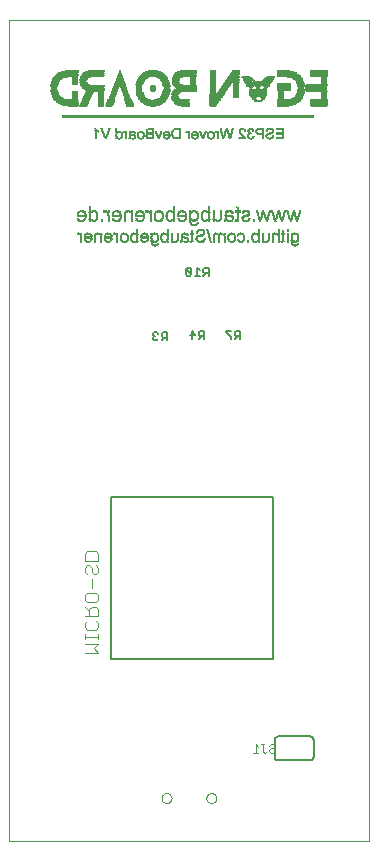
<source format=gbo>
G75*
%MOIN*%
%OFA0B0*%
%FSLAX24Y24*%
%IPPOS*%
%LPD*%
%AMOC8*
5,1,8,0,0,1.08239X$1,22.5*
%
%ADD10C,0.0000*%
%ADD11C,0.0060*%
%ADD12R,0.0080X0.0005*%
%ADD13R,0.0115X0.0005*%
%ADD14R,0.0145X0.0005*%
%ADD15R,0.0165X0.0005*%
%ADD16R,0.0175X0.0005*%
%ADD17R,0.0190X0.0005*%
%ADD18R,0.0200X0.0005*%
%ADD19R,0.0210X0.0005*%
%ADD20R,0.0105X0.0005*%
%ADD21R,0.0110X0.0005*%
%ADD22R,0.0075X0.0005*%
%ADD23R,0.0065X0.0005*%
%ADD24R,0.0070X0.0005*%
%ADD25R,0.0060X0.0005*%
%ADD26R,0.0055X0.0005*%
%ADD27R,0.0050X0.0005*%
%ADD28R,0.0045X0.0005*%
%ADD29R,0.0010X0.0005*%
%ADD30R,0.0040X0.0005*%
%ADD31R,0.0100X0.0005*%
%ADD32R,0.0095X0.0005*%
%ADD33R,0.0120X0.0005*%
%ADD34R,0.0090X0.0005*%
%ADD35R,0.0085X0.0005*%
%ADD36R,0.0130X0.0005*%
%ADD37R,0.0135X0.0005*%
%ADD38R,0.0140X0.0005*%
%ADD39R,0.0125X0.0005*%
%ADD40R,0.0150X0.0005*%
%ADD41R,0.0195X0.0005*%
%ADD42R,0.0160X0.0005*%
%ADD43R,0.0170X0.0005*%
%ADD44R,0.0215X0.0005*%
%ADD45R,0.0155X0.0005*%
%ADD46R,0.0180X0.0005*%
%ADD47R,0.0225X0.0005*%
%ADD48R,0.0185X0.0005*%
%ADD49R,0.0245X0.0005*%
%ADD50R,0.0255X0.0005*%
%ADD51R,0.0265X0.0005*%
%ADD52R,0.0240X0.0005*%
%ADD53R,0.0275X0.0005*%
%ADD54R,0.0025X0.0005*%
%ADD55R,0.0015X0.0005*%
%ADD56R,0.0290X0.0005*%
%ADD57R,0.0205X0.0005*%
%ADD58R,0.0285X0.0005*%
%ADD59R,0.0005X0.0005*%
%ADD60R,0.0020X0.0005*%
%ADD61R,0.0030X0.0005*%
%ADD62R,0.0250X0.0005*%
%ADD63R,0.0035X0.0005*%
%ADD64R,0.0230X0.0005*%
%ADD65R,0.0235X0.0005*%
%ADD66R,0.0270X0.0005*%
%ADD67R,0.0335X0.0005*%
%ADD68R,0.0260X0.0005*%
%ADD69R,0.0220X0.0005*%
%ADD70R,0.8380X0.0005*%
%ADD71R,0.0560X0.0005*%
%ADD72R,0.0300X0.0005*%
%ADD73R,0.0565X0.0005*%
%ADD74R,0.0370X0.0005*%
%ADD75R,0.0355X0.0005*%
%ADD76R,0.0410X0.0005*%
%ADD77R,0.0305X0.0005*%
%ADD78R,0.0395X0.0005*%
%ADD79R,0.0570X0.0005*%
%ADD80R,0.0440X0.0005*%
%ADD81R,0.0330X0.0005*%
%ADD82R,0.0425X0.0005*%
%ADD83R,0.0465X0.0005*%
%ADD84R,0.0345X0.0005*%
%ADD85R,0.0455X0.0005*%
%ADD86R,0.0490X0.0005*%
%ADD87R,0.0365X0.0005*%
%ADD88R,0.0375X0.0005*%
%ADD89R,0.0475X0.0005*%
%ADD90R,0.0510X0.0005*%
%ADD91R,0.0380X0.0005*%
%ADD92R,0.0405X0.0005*%
%ADD93R,0.0495X0.0005*%
%ADD94R,0.0525X0.0005*%
%ADD95R,0.0390X0.0005*%
%ADD96R,0.0435X0.0005*%
%ADD97R,0.0515X0.0005*%
%ADD98R,0.0545X0.0005*%
%ADD99R,0.0530X0.0005*%
%ADD100R,0.0415X0.0005*%
%ADD101R,0.0485X0.0005*%
%ADD102R,0.0505X0.0005*%
%ADD103R,0.0585X0.0005*%
%ADD104R,0.0575X0.0005*%
%ADD105R,0.0600X0.0005*%
%ADD106R,0.0445X0.0005*%
%ADD107R,0.0550X0.0005*%
%ADD108R,0.0610X0.0005*%
%ADD109R,0.0620X0.0005*%
%ADD110R,0.0460X0.0005*%
%ADD111R,0.0630X0.0005*%
%ADD112R,0.0280X0.0005*%
%ADD113R,0.0470X0.0005*%
%ADD114R,0.0605X0.0005*%
%ADD115R,0.0640X0.0005*%
%ADD116R,0.0625X0.0005*%
%ADD117R,0.0650X0.0005*%
%ADD118R,0.0480X0.0005*%
%ADD119R,0.0635X0.0005*%
%ADD120R,0.0660X0.0005*%
%ADD121R,0.0655X0.0005*%
%ADD122R,0.0670X0.0005*%
%ADD123R,0.0295X0.0005*%
%ADD124R,0.0665X0.0005*%
%ADD125R,0.0675X0.0005*%
%ADD126R,0.0500X0.0005*%
%ADD127R,0.0680X0.0005*%
%ADD128R,0.0685X0.0005*%
%ADD129R,0.0695X0.0005*%
%ADD130R,0.0705X0.0005*%
%ADD131R,0.0700X0.0005*%
%ADD132R,0.0310X0.0005*%
%ADD133R,0.0720X0.0005*%
%ADD134R,0.0690X0.0005*%
%ADD135R,0.0520X0.0005*%
%ADD136R,0.0735X0.0005*%
%ADD137R,0.0715X0.0005*%
%ADD138R,0.0315X0.0005*%
%ADD139R,0.0745X0.0005*%
%ADD140R,0.0320X0.0005*%
%ADD141R,0.0755X0.0005*%
%ADD142R,0.0725X0.0005*%
%ADD143R,0.0535X0.0005*%
%ADD144R,0.0765X0.0005*%
%ADD145R,0.0325X0.0005*%
%ADD146R,0.0775X0.0005*%
%ADD147R,0.0740X0.0005*%
%ADD148R,0.0540X0.0005*%
%ADD149R,0.0790X0.0005*%
%ADD150R,0.0730X0.0005*%
%ADD151R,0.0800X0.0005*%
%ADD152R,0.0750X0.0005*%
%ADD153R,0.0810X0.0005*%
%ADD154R,0.0340X0.0005*%
%ADD155R,0.0820X0.0005*%
%ADD156R,0.0760X0.0005*%
%ADD157R,0.0555X0.0005*%
%ADD158R,0.0830X0.0005*%
%ADD159R,0.0835X0.0005*%
%ADD160R,0.0770X0.0005*%
%ADD161R,0.0350X0.0005*%
%ADD162R,0.0845X0.0005*%
%ADD163R,0.0855X0.0005*%
%ADD164R,0.0780X0.0005*%
%ADD165R,0.0865X0.0005*%
%ADD166R,0.0785X0.0005*%
%ADD167R,0.0360X0.0005*%
%ADD168R,0.0875X0.0005*%
%ADD169R,0.0885X0.0005*%
%ADD170R,0.0795X0.0005*%
%ADD171R,0.0890X0.0005*%
%ADD172R,0.0895X0.0005*%
%ADD173R,0.0805X0.0005*%
%ADD174R,0.0580X0.0005*%
%ADD175R,0.0385X0.0005*%
%ADD176R,0.0430X0.0005*%
%ADD177R,0.0400X0.0005*%
%ADD178R,0.0420X0.0005*%
%ADD179R,0.0450X0.0005*%
%ADD180R,0.0710X0.0005*%
%ADD181R,0.0595X0.0005*%
%ADD182R,0.0590X0.0005*%
%ADD183R,0.0615X0.0005*%
%ADD184R,0.0645X0.0005*%
%ADD185R,0.0860X0.0005*%
%ADD186R,0.0870X0.0005*%
%ADD187R,0.0880X0.0005*%
%ADD188R,0.0910X0.0005*%
%ADD189R,0.0825X0.0005*%
%ADD190R,0.0815X0.0005*%
%ADD191C,0.0030*%
%ADD192C,0.0050*%
%ADD193C,0.0040*%
D10*
X002071Y000400D02*
X002071Y027770D01*
X014063Y027770D01*
X014063Y000400D01*
X002071Y000400D01*
X007156Y001846D02*
X007158Y001871D01*
X007164Y001896D01*
X007173Y001920D01*
X007186Y001942D01*
X007203Y001962D01*
X007222Y001979D01*
X007243Y001993D01*
X007267Y002003D01*
X007291Y002010D01*
X007317Y002013D01*
X007342Y002012D01*
X007367Y002007D01*
X007391Y001998D01*
X007414Y001986D01*
X007434Y001971D01*
X007452Y001952D01*
X007467Y001931D01*
X007478Y001908D01*
X007486Y001884D01*
X007490Y001859D01*
X007490Y001833D01*
X007486Y001808D01*
X007478Y001784D01*
X007467Y001761D01*
X007452Y001740D01*
X007434Y001721D01*
X007414Y001706D01*
X007391Y001694D01*
X007367Y001685D01*
X007342Y001680D01*
X007317Y001679D01*
X007291Y001682D01*
X007267Y001689D01*
X007243Y001699D01*
X007222Y001713D01*
X007203Y001730D01*
X007186Y001750D01*
X007173Y001772D01*
X007164Y001796D01*
X007158Y001821D01*
X007156Y001846D01*
X008652Y001846D02*
X008654Y001871D01*
X008660Y001896D01*
X008669Y001920D01*
X008682Y001942D01*
X008699Y001962D01*
X008718Y001979D01*
X008739Y001993D01*
X008763Y002003D01*
X008787Y002010D01*
X008813Y002013D01*
X008838Y002012D01*
X008863Y002007D01*
X008887Y001998D01*
X008910Y001986D01*
X008930Y001971D01*
X008948Y001952D01*
X008963Y001931D01*
X008974Y001908D01*
X008982Y001884D01*
X008986Y001859D01*
X008986Y001833D01*
X008982Y001808D01*
X008974Y001784D01*
X008963Y001761D01*
X008948Y001740D01*
X008930Y001721D01*
X008910Y001706D01*
X008887Y001694D01*
X008863Y001685D01*
X008838Y001680D01*
X008813Y001679D01*
X008787Y001682D01*
X008763Y001689D01*
X008739Y001699D01*
X008718Y001713D01*
X008699Y001730D01*
X008682Y001750D01*
X008669Y001772D01*
X008660Y001796D01*
X008654Y001821D01*
X008652Y001846D01*
D11*
X010921Y003200D02*
X010921Y003800D01*
X010923Y003817D01*
X010927Y003834D01*
X010934Y003850D01*
X010944Y003864D01*
X010957Y003877D01*
X010971Y003887D01*
X010987Y003894D01*
X011004Y003898D01*
X011021Y003900D01*
X012121Y003900D01*
X012138Y003898D01*
X012155Y003894D01*
X012171Y003887D01*
X012185Y003877D01*
X012198Y003864D01*
X012208Y003850D01*
X012215Y003834D01*
X012219Y003817D01*
X012221Y003800D01*
X012221Y003200D01*
X012219Y003183D01*
X012215Y003166D01*
X012208Y003150D01*
X012198Y003136D01*
X012185Y003123D01*
X012171Y003113D01*
X012155Y003106D01*
X012138Y003102D01*
X012121Y003100D01*
X011021Y003100D01*
X011004Y003102D01*
X010987Y003106D01*
X010971Y003113D01*
X010957Y003123D01*
X010944Y003136D01*
X010934Y003150D01*
X010927Y003166D01*
X010923Y003183D01*
X010921Y003200D01*
X009780Y017160D02*
X009780Y017420D01*
X009650Y017420D01*
X009606Y017377D01*
X009606Y017290D01*
X009650Y017247D01*
X009780Y017247D01*
X009693Y017247D02*
X009606Y017160D01*
X009485Y017160D02*
X009485Y017203D01*
X009312Y017377D01*
X009312Y017420D01*
X009485Y017420D01*
X008580Y017420D02*
X008580Y017160D01*
X008580Y017247D02*
X008450Y017247D01*
X008406Y017290D01*
X008406Y017377D01*
X008450Y017420D01*
X008580Y017420D01*
X008493Y017247D02*
X008406Y017160D01*
X008285Y017290D02*
X008112Y017290D01*
X008155Y017160D02*
X008155Y017420D01*
X008285Y017290D01*
X007330Y017370D02*
X007330Y017110D01*
X007330Y017197D02*
X007200Y017197D01*
X007156Y017240D01*
X007156Y017327D01*
X007200Y017370D01*
X007330Y017370D01*
X007243Y017197D02*
X007156Y017110D01*
X007035Y017153D02*
X006992Y017110D01*
X006905Y017110D01*
X006862Y017153D01*
X006862Y017197D01*
X006905Y017240D01*
X006949Y017240D01*
X006905Y017240D02*
X006862Y017283D01*
X006862Y017327D01*
X006905Y017370D01*
X006992Y017370D01*
X007035Y017327D01*
X008005Y019260D02*
X008092Y019260D01*
X008135Y019303D01*
X007962Y019477D01*
X007962Y019303D01*
X008005Y019260D01*
X008135Y019303D02*
X008135Y019477D01*
X008092Y019520D01*
X008005Y019520D01*
X007962Y019477D01*
X008256Y019260D02*
X008430Y019260D01*
X008343Y019260D02*
X008343Y019520D01*
X008430Y019433D01*
X008551Y019390D02*
X008594Y019347D01*
X008725Y019347D01*
X008725Y019260D02*
X008725Y019520D01*
X008594Y019520D01*
X008551Y019477D01*
X008551Y019390D01*
X008638Y019347D02*
X008551Y019260D01*
D12*
X007963Y020350D03*
X008018Y020390D03*
X007848Y020620D03*
X007668Y020395D03*
X007508Y020410D03*
X007343Y020410D03*
X007343Y020605D03*
X006993Y020400D03*
X006833Y020420D03*
X006858Y020275D03*
X006933Y020230D03*
X006658Y020395D03*
X006583Y020350D03*
X006508Y020395D03*
X006338Y020410D03*
X006338Y020605D03*
X006523Y020625D03*
X006833Y020600D03*
X006963Y021110D03*
X006963Y021345D03*
X006968Y021350D03*
X006783Y021330D03*
X006783Y021325D03*
X006543Y021115D03*
X006538Y021110D03*
X006338Y021105D03*
X006333Y021110D03*
X006348Y021355D03*
X006158Y021330D03*
X006158Y021325D03*
X005763Y021115D03*
X005758Y021110D03*
X005558Y021105D03*
X005553Y021110D03*
X005568Y021355D03*
X005378Y021330D03*
X005378Y021325D03*
X005028Y020665D03*
X004973Y020620D03*
X005133Y020605D03*
X005318Y020625D03*
X005303Y020395D03*
X005378Y020350D03*
X005453Y020395D03*
X005668Y020605D03*
X005843Y020620D03*
X005993Y020620D03*
X005843Y020395D03*
X005918Y020350D03*
X004893Y021045D03*
X004773Y021130D03*
X004593Y021115D03*
X004588Y021110D03*
X004388Y021105D03*
X004383Y021110D03*
X004398Y021355D03*
X004773Y021325D03*
X004648Y020625D03*
X004463Y020605D03*
X004633Y020395D03*
X004708Y020350D03*
X004783Y020395D03*
X005288Y023835D03*
X005288Y023840D03*
X005673Y023835D03*
X005673Y024020D03*
X005748Y024055D03*
X005908Y024045D03*
X006123Y024025D03*
X006113Y023840D03*
X006408Y024025D03*
X006688Y023960D03*
X007058Y023850D03*
X007058Y023845D03*
X007568Y023845D03*
X007998Y024045D03*
X008533Y023850D03*
X008533Y023845D03*
X008748Y024025D03*
X008973Y024045D03*
X009218Y023860D03*
X009218Y023855D03*
X009438Y023855D03*
X009438Y023850D03*
X009328Y024115D03*
X010763Y023795D03*
X010843Y023840D03*
X011053Y021380D03*
X010953Y021080D03*
X010953Y021075D03*
X010953Y021070D03*
X010658Y021070D03*
X010658Y021075D03*
X010658Y021080D03*
X010548Y021380D03*
X010448Y021080D03*
X010448Y021075D03*
X010448Y021070D03*
X010378Y020605D03*
X010378Y020410D03*
X010543Y020410D03*
X010703Y020395D03*
X010943Y020665D03*
X011048Y020605D03*
X011163Y021070D03*
X011163Y021075D03*
X011163Y021080D03*
X011458Y021080D03*
X011458Y021075D03*
X011458Y021070D03*
X011558Y021380D03*
X011668Y021080D03*
X011668Y021075D03*
X011668Y021070D03*
X011508Y020600D03*
X011508Y020420D03*
X011533Y020275D03*
X011608Y020230D03*
X011668Y020400D03*
X009863Y021180D03*
X009883Y021355D03*
X009888Y021360D03*
X009973Y021415D03*
X009528Y021105D03*
X009523Y021100D03*
X009523Y021190D03*
X009298Y021135D03*
X009298Y021130D03*
X009113Y021105D03*
X008908Y021130D03*
X008908Y021135D03*
X008733Y021130D03*
X008613Y021045D03*
X008533Y021105D03*
X008558Y020730D03*
X008563Y020625D03*
X008568Y020415D03*
X008353Y020405D03*
X008343Y020525D03*
X008148Y020965D03*
X008123Y021140D03*
X008123Y021145D03*
X008123Y021320D03*
X007948Y021115D03*
X007943Y021110D03*
X007753Y021355D03*
X007738Y021110D03*
X007743Y021105D03*
X007563Y021130D03*
X007443Y021045D03*
X007363Y021105D03*
X007563Y021325D03*
X007168Y021345D03*
X007163Y021350D03*
X008733Y021325D03*
X009303Y021350D03*
X009308Y021355D03*
X009418Y020620D03*
X009568Y020620D03*
X009733Y020625D03*
X009493Y020350D03*
X009418Y020395D03*
X009243Y020605D03*
X009068Y020600D03*
X005763Y026015D03*
D13*
X005761Y025970D03*
X006866Y024890D03*
X006461Y024050D03*
X006461Y023805D03*
X006701Y023840D03*
X006226Y023915D03*
X006211Y023805D03*
X005746Y023810D03*
X004991Y024075D03*
X005281Y021395D03*
X005281Y021390D03*
X005381Y020660D03*
X004711Y020660D03*
X004791Y021100D03*
X005976Y021365D03*
X006141Y021355D03*
X006586Y020660D03*
X006321Y020625D03*
X006321Y020390D03*
X006241Y020360D03*
X006686Y021390D03*
X006686Y021395D03*
X007066Y021410D03*
X007391Y021090D03*
X007326Y020625D03*
X007326Y020390D03*
X007246Y020360D03*
X006936Y020235D03*
X008141Y021110D03*
X008141Y021355D03*
X008561Y021090D03*
X008371Y020540D03*
X008956Y020655D03*
X009141Y020655D03*
X009041Y021050D03*
X009316Y021265D03*
X009666Y021075D03*
X009666Y021070D03*
X009791Y020660D03*
X009886Y021195D03*
X010361Y020625D03*
X010361Y020390D03*
X010281Y020360D03*
X010551Y021320D03*
X011056Y021320D03*
X011561Y021320D03*
X011611Y020235D03*
X010096Y023975D03*
X009846Y024145D03*
X010451Y025060D03*
X010451Y025065D03*
X010451Y025070D03*
X010631Y025515D03*
X010631Y025520D03*
X010631Y025525D03*
X008801Y024050D03*
X008801Y023805D03*
D14*
X008801Y024040D03*
X008271Y024040D03*
X007326Y024040D03*
X006826Y024155D03*
X006461Y024040D03*
X006206Y023815D03*
X005751Y024030D03*
X005761Y025930D03*
X006866Y025570D03*
X006866Y025400D03*
X007066Y021405D03*
X007441Y021060D03*
X007246Y020370D03*
X006936Y020240D03*
X006241Y020370D03*
X006026Y021400D03*
X004896Y021060D03*
X007976Y020495D03*
X008176Y020625D03*
X008176Y020630D03*
X008176Y020635D03*
X008176Y020640D03*
X008176Y020645D03*
X008176Y020650D03*
X008176Y020655D03*
X008176Y020660D03*
X008156Y021100D03*
X008251Y021400D03*
X008611Y021060D03*
X008456Y020355D03*
X009331Y021260D03*
X009796Y020365D03*
X010281Y020370D03*
X009906Y021205D03*
X011211Y020660D03*
X011211Y020655D03*
X011211Y020650D03*
X011211Y020645D03*
X011211Y020640D03*
X011211Y020635D03*
X011211Y020630D03*
X011211Y020625D03*
X011611Y020240D03*
X010541Y025155D03*
X010541Y025160D03*
X010386Y025530D03*
X010386Y025535D03*
X010386Y025540D03*
X010126Y025540D03*
X010126Y025535D03*
X010126Y025530D03*
D15*
X010541Y025185D03*
X010541Y025180D03*
X010766Y023985D03*
X010006Y021255D03*
X009971Y021055D03*
X009796Y020370D03*
X009446Y021060D03*
X009401Y021405D03*
X009041Y021065D03*
X008961Y020630D03*
X009146Y020630D03*
X008496Y020595D03*
X008406Y020555D03*
X007961Y020370D03*
X007246Y020380D03*
X006941Y020385D03*
X006936Y020245D03*
X006241Y020380D03*
X006026Y021395D03*
X007066Y021400D03*
X007321Y023820D03*
X007326Y024030D03*
X007701Y023800D03*
X008266Y023820D03*
X008271Y024030D03*
X008801Y023820D03*
X006866Y025410D03*
X006866Y025560D03*
X006156Y023940D03*
X006206Y023825D03*
X006461Y023820D03*
X005761Y025905D03*
X005026Y020640D03*
X010281Y020380D03*
X010941Y020640D03*
X011616Y020385D03*
X011611Y020245D03*
D16*
X011611Y020250D03*
X011616Y020390D03*
X010276Y020630D03*
X009796Y020375D03*
X009146Y020625D03*
X008961Y020625D03*
X009041Y021070D03*
X008611Y021070D03*
X008251Y021390D03*
X007841Y021060D03*
X007441Y021070D03*
X007241Y020630D03*
X006941Y020390D03*
X006936Y020250D03*
X006586Y020370D03*
X006236Y020630D03*
X006436Y021060D03*
X006026Y021390D03*
X005656Y021060D03*
X005381Y020370D03*
X004896Y021070D03*
X004711Y020370D03*
X004486Y021060D03*
X006181Y024035D03*
X006461Y024030D03*
X006461Y023825D03*
X006811Y023800D03*
X007321Y023825D03*
X008266Y023825D03*
X008801Y023825D03*
X008801Y024030D03*
X010471Y023945D03*
X008421Y020560D03*
X008456Y020360D03*
X007961Y020375D03*
X007951Y020505D03*
X007066Y021060D03*
X006866Y025415D03*
X006866Y025555D03*
X005761Y025890D03*
D17*
X005763Y025875D03*
X005763Y025870D03*
X006863Y025545D03*
X006168Y023930D03*
X005728Y023825D03*
X005658Y021390D03*
X005383Y020635D03*
X005378Y020375D03*
X005028Y020625D03*
X004713Y020635D03*
X004708Y020375D03*
X004898Y021080D03*
X004488Y021390D03*
X006438Y021390D03*
X006588Y020635D03*
X006583Y020375D03*
X006933Y020255D03*
X007438Y021080D03*
X007843Y021390D03*
X008253Y021085D03*
X008608Y021080D03*
X008473Y020585D03*
X008463Y020580D03*
X008443Y020570D03*
X007958Y020380D03*
X007898Y020525D03*
X009443Y021220D03*
X009948Y021225D03*
X009973Y021395D03*
X009793Y020635D03*
X011608Y020255D03*
X007688Y023805D03*
D18*
X006798Y023805D03*
X006798Y024145D03*
X006863Y026080D03*
X005763Y025860D03*
X007438Y021375D03*
X007438Y021085D03*
X007958Y020385D03*
X008248Y020925D03*
X008253Y021090D03*
X008253Y021380D03*
X008608Y021375D03*
X008608Y021085D03*
X008463Y020765D03*
X009443Y021070D03*
X009433Y021225D03*
X009958Y021230D03*
X009968Y021235D03*
X009973Y021390D03*
X009968Y021065D03*
X009793Y020630D03*
X009493Y020635D03*
X010763Y023820D03*
X010458Y023950D03*
X011608Y020260D03*
X006933Y020260D03*
X006583Y020380D03*
X006588Y020630D03*
X005918Y020635D03*
X005383Y020630D03*
X005378Y020380D03*
X004898Y021085D03*
X004713Y020630D03*
X004708Y020380D03*
D19*
X004708Y020385D03*
X005378Y020385D03*
X005918Y020385D03*
X005918Y020630D03*
X006028Y021370D03*
X006583Y020385D03*
X006933Y020265D03*
X008248Y020930D03*
X008253Y021375D03*
X009443Y021075D03*
X009493Y020630D03*
X009493Y020385D03*
X009973Y021385D03*
X011608Y020265D03*
X010768Y024125D03*
X010533Y025190D03*
X010533Y025195D03*
X010533Y025200D03*
X010378Y025440D03*
X010378Y025445D03*
X010223Y025200D03*
X010223Y025195D03*
X010223Y025190D03*
X009988Y025805D03*
X009988Y025810D03*
X006863Y025525D03*
X006793Y024140D03*
X006793Y023990D03*
X005873Y025555D03*
X005763Y025845D03*
D20*
X005761Y025980D03*
X006866Y025585D03*
X006866Y025385D03*
X006721Y024005D03*
X006176Y024055D03*
X004986Y024080D03*
X004786Y021350D03*
X004786Y021105D03*
X005026Y020660D03*
X005121Y020620D03*
X005596Y020640D03*
X005601Y020635D03*
X005601Y020630D03*
X005606Y020625D03*
X005606Y020620D03*
X005366Y021350D03*
X006026Y021410D03*
X006146Y021350D03*
X006771Y021350D03*
X006991Y021365D03*
X007141Y021365D03*
X007551Y021350D03*
X007551Y021105D03*
X007921Y020665D03*
X008156Y020395D03*
X008151Y020380D03*
X008361Y020535D03*
X008546Y020615D03*
X008721Y021105D03*
X008721Y021350D03*
X008251Y021410D03*
X008136Y021350D03*
X008136Y021115D03*
X008311Y021100D03*
X009506Y021200D03*
X009661Y021060D03*
X009971Y021045D03*
X010446Y021115D03*
X010446Y021120D03*
X010551Y021325D03*
X010551Y021330D03*
X010551Y021335D03*
X010551Y021340D03*
X010661Y021120D03*
X010661Y021115D03*
X010951Y021115D03*
X010951Y021120D03*
X011056Y021325D03*
X011056Y021330D03*
X011056Y021335D03*
X011056Y021340D03*
X011166Y021120D03*
X011166Y021115D03*
X011456Y021115D03*
X011456Y021120D03*
X011561Y021325D03*
X011561Y021330D03*
X011561Y021335D03*
X011561Y021340D03*
X011671Y021120D03*
X011671Y021115D03*
X011611Y020660D03*
X011521Y020620D03*
X011666Y020270D03*
X011191Y020395D03*
X011186Y020380D03*
X011036Y020620D03*
X010941Y020660D03*
X009796Y020355D03*
X010831Y023835D03*
X010826Y024010D03*
X010696Y023955D03*
X010101Y023980D03*
X010131Y024145D03*
X010261Y025100D03*
X010261Y025105D03*
X010261Y025110D03*
X010156Y025450D03*
X010156Y025455D03*
X010156Y025460D03*
X010131Y025505D03*
X010131Y025510D03*
X010131Y025515D03*
X010131Y025520D03*
X010131Y025525D03*
X010611Y025475D03*
X010611Y025470D03*
X010611Y025465D03*
X010626Y025505D03*
X010626Y025510D03*
X010521Y025120D03*
X010521Y025115D03*
X006991Y020270D03*
X006846Y020620D03*
X006936Y020660D03*
X004401Y020625D03*
X004401Y020620D03*
X004396Y020630D03*
X004396Y020635D03*
X004391Y020640D03*
D21*
X004488Y021410D03*
X004788Y021355D03*
X004893Y021050D03*
X005278Y021400D03*
X005658Y021410D03*
X006438Y021410D03*
X006683Y021400D03*
X006848Y020400D03*
X006938Y020365D03*
X006878Y020270D03*
X007443Y021050D03*
X007548Y021100D03*
X007548Y021355D03*
X007843Y021410D03*
X007853Y020395D03*
X007963Y020355D03*
X008543Y020400D03*
X008613Y021050D03*
X008718Y021100D03*
X008923Y021105D03*
X008718Y021355D03*
X009323Y021365D03*
X009313Y021105D03*
X009663Y021065D03*
X010048Y021275D03*
X010448Y021130D03*
X010448Y021125D03*
X010658Y021125D03*
X010658Y021130D03*
X010953Y021130D03*
X010953Y021125D03*
X011163Y021125D03*
X011163Y021130D03*
X011458Y021130D03*
X011458Y021125D03*
X011668Y021125D03*
X011668Y021130D03*
X011523Y020400D03*
X011613Y020365D03*
X011553Y020270D03*
X009493Y020355D03*
X009063Y020615D03*
X008268Y024050D03*
X007323Y024050D03*
X005748Y024045D03*
X005763Y025975D03*
X005918Y020355D03*
D22*
X005991Y020395D03*
X006181Y020395D03*
X006341Y020415D03*
X006341Y020600D03*
X006241Y020665D03*
X006176Y020620D03*
X006331Y021115D03*
X006326Y021120D03*
X006321Y021130D03*
X006341Y021350D03*
X006441Y021415D03*
X006536Y021350D03*
X006541Y021345D03*
X006546Y021340D03*
X006686Y021410D03*
X006786Y021320D03*
X006786Y021315D03*
X006786Y021310D03*
X006951Y021330D03*
X006956Y021335D03*
X006956Y021340D03*
X007066Y021415D03*
X007171Y021340D03*
X007176Y021335D03*
X007351Y021345D03*
X007356Y021350D03*
X007566Y021320D03*
X007566Y021315D03*
X007566Y021140D03*
X007566Y021135D03*
X007726Y021130D03*
X007731Y021120D03*
X007736Y021115D03*
X007746Y021350D03*
X007846Y021415D03*
X007941Y021350D03*
X007946Y021345D03*
X007951Y021340D03*
X008121Y021315D03*
X008121Y021310D03*
X008121Y021155D03*
X008121Y021150D03*
X007956Y021125D03*
X007951Y021120D03*
X008141Y020975D03*
X008146Y020970D03*
X008346Y020965D03*
X008351Y020970D03*
X008336Y021115D03*
X008341Y021120D03*
X008521Y021115D03*
X008526Y021110D03*
X008521Y021345D03*
X008526Y021350D03*
X008346Y021340D03*
X008341Y021345D03*
X008336Y021350D03*
X008361Y020725D03*
X008336Y020520D03*
X008346Y020410D03*
X008136Y020355D03*
X008021Y020480D03*
X007841Y020415D03*
X007506Y020415D03*
X007346Y020415D03*
X007186Y020395D03*
X007011Y020275D03*
X006831Y020425D03*
X006666Y020400D03*
X006661Y020620D03*
X006831Y020595D03*
X006936Y020665D03*
X007001Y020620D03*
X007181Y020620D03*
X007246Y020665D03*
X007346Y020600D03*
X007356Y021110D03*
X007351Y021115D03*
X007176Y021120D03*
X007171Y021115D03*
X007166Y021110D03*
X006961Y021115D03*
X006956Y021120D03*
X006951Y021125D03*
X006551Y021125D03*
X006546Y021120D03*
X006161Y021315D03*
X006161Y021320D03*
X005951Y021350D03*
X005946Y021345D03*
X005766Y021340D03*
X005761Y021345D03*
X005756Y021350D03*
X005661Y021415D03*
X005561Y021350D03*
X005381Y021320D03*
X005381Y021315D03*
X005381Y021310D03*
X005281Y021410D03*
X004986Y021345D03*
X004981Y021350D03*
X004771Y021320D03*
X004771Y021315D03*
X004771Y021140D03*
X004771Y021135D03*
X004601Y021125D03*
X004596Y021120D03*
X004381Y021115D03*
X004376Y021120D03*
X004371Y021130D03*
X004391Y021350D03*
X004491Y021415D03*
X004586Y021350D03*
X004591Y021345D03*
X004596Y021340D03*
X004976Y021105D03*
X004981Y021110D03*
X004986Y021115D03*
X004966Y020615D03*
X005136Y020600D03*
X005456Y020620D03*
X005591Y020660D03*
X005671Y020600D03*
X005461Y020400D03*
X005551Y021115D03*
X005546Y021120D03*
X005541Y021130D03*
X005766Y021120D03*
X005771Y021125D03*
X004786Y020620D03*
X004791Y020400D03*
X004466Y020600D03*
X004386Y020660D03*
X006111Y023955D03*
X006236Y024025D03*
X006406Y023830D03*
X006516Y023830D03*
X006511Y024025D03*
X006696Y024110D03*
X007266Y023830D03*
X007376Y023830D03*
X007376Y024025D03*
X007996Y024050D03*
X008056Y024015D03*
X008211Y023830D03*
X008321Y023830D03*
X008321Y024025D03*
X008746Y023830D03*
X008856Y023830D03*
X008851Y024025D03*
X008971Y024050D03*
X009031Y024015D03*
X009216Y023850D03*
X009436Y023845D03*
X009326Y024120D03*
X009326Y024125D03*
X009326Y024130D03*
X010081Y024120D03*
X010176Y024120D03*
X010341Y024110D03*
X010341Y023990D03*
X010071Y023970D03*
X010676Y023945D03*
X010681Y023840D03*
X010846Y024020D03*
X010846Y024115D03*
X010696Y024115D03*
X010326Y025050D03*
X010326Y025055D03*
X010236Y025725D03*
X010236Y025730D03*
X010236Y025735D03*
X010521Y025735D03*
X010521Y025730D03*
X010521Y025725D03*
X010551Y021395D03*
X010551Y021390D03*
X010551Y021385D03*
X010281Y020665D03*
X010216Y020620D03*
X010381Y020600D03*
X010381Y020415D03*
X010541Y020415D03*
X010221Y020395D03*
X009866Y020395D03*
X009796Y020350D03*
X009726Y020395D03*
X009566Y020395D03*
X009866Y020620D03*
X009876Y021100D03*
X009871Y021105D03*
X009866Y021110D03*
X010066Y021105D03*
X010071Y021110D03*
X010071Y021290D03*
X010061Y021360D03*
X009531Y021180D03*
X009526Y021185D03*
X009531Y021110D03*
X009511Y021350D03*
X009506Y021355D03*
X009296Y021140D03*
X009121Y021115D03*
X009116Y021110D03*
X008966Y021095D03*
X008906Y021140D03*
X008906Y021145D03*
X008736Y021140D03*
X008736Y021135D03*
X008736Y021315D03*
X008736Y021320D03*
X008956Y020665D03*
X009141Y020665D03*
X009246Y020600D03*
X008571Y020630D03*
X008576Y020420D03*
X010886Y020620D03*
X011051Y020600D03*
X011171Y020355D03*
X011506Y020425D03*
X011506Y020595D03*
X011611Y020665D03*
X011676Y020620D03*
X011686Y020275D03*
X011561Y021385D03*
X011561Y021390D03*
X011561Y021395D03*
X011056Y021395D03*
X011056Y021390D03*
X011056Y021385D03*
X005966Y024015D03*
X005906Y024050D03*
X005791Y024025D03*
X005671Y024015D03*
X005026Y024065D03*
X005021Y024070D03*
X004971Y024100D03*
X005761Y026020D03*
D23*
X005761Y026035D03*
X005801Y024020D03*
X005666Y024010D03*
X005666Y023845D03*
X005791Y023830D03*
X005971Y024010D03*
X006116Y024020D03*
X006176Y024060D03*
X006256Y023905D03*
X006261Y023830D03*
X006211Y023795D03*
X006106Y023850D03*
X006396Y023835D03*
X006461Y023795D03*
X006671Y023850D03*
X006676Y023955D03*
X006521Y024020D03*
X007056Y023830D03*
X007321Y023795D03*
X007386Y023835D03*
X007556Y023855D03*
X007386Y024020D03*
X007551Y024095D03*
X007556Y024100D03*
X008061Y024010D03*
X008331Y024020D03*
X008331Y023835D03*
X008266Y023795D03*
X008531Y023830D03*
X008736Y023835D03*
X008801Y023795D03*
X008861Y024020D03*
X009036Y024010D03*
X009326Y024135D03*
X009326Y024140D03*
X009326Y024145D03*
X009436Y023830D03*
X009846Y023930D03*
X009851Y023925D03*
X009856Y023920D03*
X009861Y023915D03*
X009881Y023900D03*
X009886Y023895D03*
X009891Y023890D03*
X009896Y023885D03*
X010061Y023965D03*
X010081Y024010D03*
X009906Y024115D03*
X009781Y024115D03*
X010191Y023835D03*
X010331Y023995D03*
X010331Y024105D03*
X010686Y024110D03*
X010856Y024025D03*
X010861Y023850D03*
X010436Y025050D03*
X010436Y025055D03*
X010216Y025740D03*
X010216Y025745D03*
X010201Y025750D03*
X010201Y025755D03*
X010201Y025760D03*
X010191Y025765D03*
X010191Y025770D03*
X010176Y025775D03*
X010176Y025780D03*
X010176Y025785D03*
X010166Y025790D03*
X010166Y025795D03*
X010166Y025800D03*
X010136Y025815D03*
X010136Y025820D03*
X010136Y025825D03*
X010126Y025830D03*
X010126Y025835D03*
X010646Y025835D03*
X010646Y025830D03*
X009706Y021500D03*
X009706Y021495D03*
X009706Y021490D03*
X009706Y021485D03*
X009706Y021480D03*
X009706Y021475D03*
X009706Y021470D03*
X009706Y021465D03*
X009706Y021460D03*
X009706Y021455D03*
X009706Y021450D03*
X009706Y021445D03*
X009706Y021440D03*
X009706Y021435D03*
X009706Y021430D03*
X009706Y021425D03*
X009706Y021420D03*
X009706Y021415D03*
X009706Y021360D03*
X009706Y021355D03*
X009706Y021350D03*
X009706Y021345D03*
X009706Y021340D03*
X009706Y021335D03*
X009706Y021330D03*
X009706Y021325D03*
X009706Y021320D03*
X009706Y021315D03*
X009706Y021310D03*
X009706Y021305D03*
X009706Y021300D03*
X009706Y021295D03*
X009706Y021290D03*
X009706Y021285D03*
X009706Y021280D03*
X009706Y021275D03*
X009706Y021270D03*
X009706Y021265D03*
X009706Y021260D03*
X009706Y021255D03*
X009706Y021250D03*
X009706Y021245D03*
X009706Y021240D03*
X009706Y021235D03*
X009706Y021230D03*
X009706Y021225D03*
X009706Y021220D03*
X009706Y021215D03*
X009706Y021210D03*
X009706Y021205D03*
X009706Y021200D03*
X009706Y021195D03*
X009706Y021190D03*
X009706Y021185D03*
X009706Y021180D03*
X009706Y021175D03*
X009706Y021170D03*
X009706Y021165D03*
X009706Y021160D03*
X009706Y021155D03*
X009706Y021150D03*
X009706Y021145D03*
X009706Y021140D03*
X009701Y021115D03*
X009701Y021110D03*
X009851Y021145D03*
X009851Y021150D03*
X009851Y021155D03*
X009851Y021160D03*
X009856Y021165D03*
X009856Y021170D03*
X009856Y021130D03*
X009856Y021125D03*
X009861Y021120D03*
X009866Y021320D03*
X009866Y021325D03*
X009871Y021335D03*
X009876Y021345D03*
X010071Y021350D03*
X010076Y021345D03*
X010081Y021310D03*
X010081Y021305D03*
X010076Y021300D03*
X010091Y021155D03*
X010086Y021140D03*
X010086Y021135D03*
X010081Y021130D03*
X010081Y021125D03*
X010451Y021050D03*
X010551Y021400D03*
X010551Y021405D03*
X010551Y021410D03*
X010756Y021365D03*
X010756Y021360D03*
X010751Y021345D03*
X010746Y021330D03*
X010761Y021380D03*
X010761Y021385D03*
X010766Y021395D03*
X010766Y021400D03*
X010771Y021410D03*
X010956Y021050D03*
X011056Y021400D03*
X011056Y021405D03*
X011056Y021410D03*
X011261Y021365D03*
X011261Y021360D03*
X011256Y021345D03*
X011251Y021330D03*
X011266Y021380D03*
X011266Y021385D03*
X011271Y021395D03*
X011271Y021400D03*
X011276Y021410D03*
X011561Y021410D03*
X011561Y021405D03*
X011561Y021400D03*
X011756Y021330D03*
X011761Y021345D03*
X011766Y021360D03*
X011766Y021365D03*
X011771Y021380D03*
X011771Y021385D03*
X011776Y021395D03*
X011776Y021400D03*
X011781Y021410D03*
X011461Y021050D03*
X011501Y020585D03*
X011501Y020580D03*
X011501Y020440D03*
X011501Y020435D03*
X011516Y020290D03*
X011521Y020285D03*
X011691Y020280D03*
X011696Y020285D03*
X011691Y020605D03*
X011686Y020610D03*
X011211Y020400D03*
X011056Y020585D03*
X011056Y020590D03*
X010876Y020610D03*
X010716Y020405D03*
X010536Y020425D03*
X010536Y020430D03*
X010386Y020425D03*
X010386Y020585D03*
X010386Y020590D03*
X010211Y020615D03*
X010206Y020610D03*
X010201Y020605D03*
X010201Y020415D03*
X010206Y020410D03*
X010211Y020405D03*
X009886Y020415D03*
X009881Y020410D03*
X009876Y020405D03*
X009721Y020400D03*
X009591Y020420D03*
X009586Y020415D03*
X009581Y020410D03*
X009401Y020410D03*
X009396Y020420D03*
X009401Y020605D03*
X009251Y020590D03*
X009251Y020585D03*
X009071Y020585D03*
X009071Y020580D03*
X009271Y021050D03*
X009276Y021055D03*
X009276Y021060D03*
X009281Y021070D03*
X009281Y021075D03*
X009291Y021160D03*
X009291Y021165D03*
X009291Y021170D03*
X009291Y021175D03*
X009291Y021180D03*
X009291Y021185D03*
X009291Y021190D03*
X009291Y021310D03*
X009291Y021315D03*
X009291Y021320D03*
X009291Y021325D03*
X009521Y021335D03*
X009526Y021325D03*
X009526Y021320D03*
X009531Y021310D03*
X009536Y021170D03*
X009541Y021155D03*
X009541Y021150D03*
X009541Y021145D03*
X009541Y021140D03*
X009541Y021135D03*
X009536Y021120D03*
X009586Y020600D03*
X009591Y020595D03*
X009716Y020615D03*
X009876Y020610D03*
X009881Y020605D03*
X009886Y020600D03*
X009126Y021125D03*
X009126Y021130D03*
X009131Y021140D03*
X009131Y021145D03*
X009131Y021150D03*
X009131Y021155D03*
X009131Y021160D03*
X008901Y021165D03*
X008901Y021170D03*
X008901Y021175D03*
X008901Y021180D03*
X008901Y021185D03*
X008901Y021190D03*
X008901Y021195D03*
X008901Y021200D03*
X008901Y021205D03*
X008901Y021210D03*
X008901Y021215D03*
X008741Y021170D03*
X008741Y021165D03*
X008741Y021160D03*
X008741Y021155D03*
X008741Y021285D03*
X008741Y021290D03*
X008741Y021295D03*
X008611Y021415D03*
X008511Y021330D03*
X008506Y021320D03*
X008506Y021315D03*
X008501Y021310D03*
X008501Y021305D03*
X008496Y021295D03*
X008496Y021290D03*
X008496Y021285D03*
X008491Y021270D03*
X008491Y021265D03*
X008491Y021260D03*
X008491Y021255D03*
X008491Y021250D03*
X008491Y021245D03*
X008491Y021240D03*
X008491Y021220D03*
X008491Y021215D03*
X008491Y021210D03*
X008491Y021205D03*
X008491Y021200D03*
X008491Y021195D03*
X008491Y021190D03*
X008496Y021175D03*
X008496Y021170D03*
X008496Y021165D03*
X008501Y021160D03*
X008501Y021155D03*
X008501Y021150D03*
X008506Y021145D03*
X008506Y021140D03*
X008366Y021165D03*
X008366Y021170D03*
X008371Y021185D03*
X008371Y021190D03*
X008371Y021195D03*
X008371Y021200D03*
X008361Y021155D03*
X008361Y021150D03*
X008356Y021145D03*
X008356Y021140D03*
X008351Y021135D03*
X008371Y021270D03*
X008371Y021275D03*
X008371Y021280D03*
X008366Y021295D03*
X008366Y021300D03*
X008361Y021310D03*
X008361Y021315D03*
X008356Y021320D03*
X008356Y021325D03*
X008351Y021330D03*
X008251Y021415D03*
X008116Y021290D03*
X008116Y021285D03*
X008116Y021280D03*
X008116Y021275D03*
X008116Y021270D03*
X008116Y021195D03*
X008116Y021190D03*
X008116Y021185D03*
X008116Y021180D03*
X008116Y021175D03*
X007981Y021195D03*
X007981Y021200D03*
X007981Y021205D03*
X007981Y021210D03*
X007976Y021185D03*
X007976Y021180D03*
X007976Y021175D03*
X007976Y021170D03*
X007971Y021160D03*
X007971Y021155D03*
X007966Y021145D03*
X007976Y021265D03*
X007976Y021270D03*
X007976Y021275D03*
X007976Y021280D03*
X007976Y021285D03*
X007976Y021290D03*
X007971Y021295D03*
X007971Y021300D03*
X007971Y021305D03*
X007966Y021310D03*
X007966Y021315D03*
X007961Y021325D03*
X008121Y021025D03*
X008126Y021005D03*
X008126Y021000D03*
X008131Y020995D03*
X008131Y020990D03*
X008356Y020980D03*
X008361Y020990D03*
X008346Y020710D03*
X008326Y020505D03*
X008331Y020425D03*
X008336Y020420D03*
X008176Y020400D03*
X008036Y020405D03*
X008031Y020400D03*
X008036Y020465D03*
X008031Y020470D03*
X008021Y020610D03*
X008016Y020615D03*
X007841Y020610D03*
X007836Y020605D03*
X007836Y020430D03*
X007836Y020425D03*
X007681Y020405D03*
X007501Y020425D03*
X007501Y020430D03*
X007351Y020425D03*
X007351Y020585D03*
X007351Y020590D03*
X007176Y020615D03*
X007171Y020610D03*
X007166Y020605D03*
X007016Y020605D03*
X007011Y020610D03*
X006826Y020585D03*
X006826Y020580D03*
X006826Y020440D03*
X006826Y020435D03*
X006686Y020425D03*
X006681Y020415D03*
X006676Y020410D03*
X006491Y020415D03*
X006486Y020420D03*
X006346Y020425D03*
X006346Y020585D03*
X006346Y020590D03*
X006501Y020610D03*
X006506Y020615D03*
X006671Y020610D03*
X006676Y020605D03*
X006841Y020290D03*
X006846Y020285D03*
X007016Y020280D03*
X007021Y020285D03*
X007166Y020415D03*
X007171Y020410D03*
X007176Y020405D03*
X007186Y021140D03*
X007191Y021150D03*
X007191Y021155D03*
X007196Y021160D03*
X007196Y021165D03*
X007196Y021170D03*
X007201Y021180D03*
X007201Y021185D03*
X007201Y021190D03*
X007201Y021195D03*
X007201Y021200D03*
X007201Y021255D03*
X007201Y021260D03*
X007201Y021265D03*
X007201Y021270D03*
X007201Y021275D03*
X007201Y021280D03*
X007196Y021285D03*
X007196Y021290D03*
X007196Y021295D03*
X007196Y021300D03*
X007191Y021305D03*
X007191Y021310D03*
X007186Y021320D03*
X007326Y021295D03*
X007326Y021290D03*
X007326Y021285D03*
X007321Y021270D03*
X007321Y021265D03*
X007321Y021260D03*
X007321Y021255D03*
X007321Y021250D03*
X007321Y021245D03*
X007321Y021240D03*
X007321Y021220D03*
X007321Y021215D03*
X007321Y021210D03*
X007321Y021205D03*
X007321Y021200D03*
X007321Y021195D03*
X007321Y021190D03*
X007326Y021175D03*
X007326Y021170D03*
X007326Y021165D03*
X007331Y021160D03*
X007331Y021155D03*
X007331Y021150D03*
X007336Y021145D03*
X007336Y021140D03*
X007331Y021305D03*
X007331Y021310D03*
X007336Y021315D03*
X007336Y021320D03*
X007341Y021330D03*
X007441Y021415D03*
X007571Y021295D03*
X007571Y021290D03*
X007571Y021285D03*
X007571Y021170D03*
X007571Y021165D03*
X007571Y021160D03*
X007571Y021155D03*
X007716Y021150D03*
X007711Y021265D03*
X007711Y021270D03*
X007716Y021285D03*
X007716Y021290D03*
X007716Y021295D03*
X007721Y021305D03*
X007721Y021310D03*
X007726Y021320D03*
X007731Y021330D03*
X006941Y021310D03*
X006936Y021300D03*
X006936Y021295D03*
X006936Y021290D03*
X006931Y021285D03*
X006931Y021280D03*
X006931Y021275D03*
X006931Y021270D03*
X006926Y021255D03*
X006926Y021250D03*
X006926Y021245D03*
X006926Y021240D03*
X006926Y021235D03*
X006926Y021230D03*
X006926Y021225D03*
X006926Y021220D03*
X006926Y021215D03*
X006926Y021210D03*
X006931Y021190D03*
X006931Y021185D03*
X006931Y021180D03*
X006931Y021175D03*
X006931Y021170D03*
X006936Y021165D03*
X006936Y021160D03*
X006936Y021155D03*
X006941Y021145D03*
X006791Y021255D03*
X006791Y021260D03*
X006791Y021265D03*
X006791Y021270D03*
X006791Y021275D03*
X006791Y021280D03*
X006791Y021285D03*
X006791Y021290D03*
X006571Y021290D03*
X006571Y021285D03*
X006571Y021280D03*
X006571Y021275D03*
X006571Y021270D03*
X006571Y021265D03*
X006566Y021295D03*
X006566Y021300D03*
X006566Y021305D03*
X006561Y021310D03*
X006561Y021315D03*
X006556Y021325D03*
X006576Y021210D03*
X006576Y021205D03*
X006576Y021200D03*
X006576Y021195D03*
X006571Y021185D03*
X006571Y021180D03*
X006571Y021175D03*
X006571Y021170D03*
X006566Y021160D03*
X006566Y021155D03*
X006561Y021145D03*
X006311Y021150D03*
X006306Y021265D03*
X006306Y021270D03*
X006311Y021285D03*
X006311Y021290D03*
X006311Y021295D03*
X006316Y021305D03*
X006316Y021310D03*
X006321Y021320D03*
X006326Y021330D03*
X006166Y021295D03*
X006166Y021290D03*
X006166Y021285D03*
X006166Y021280D03*
X006166Y021275D03*
X006166Y021270D03*
X006166Y021265D03*
X006166Y021260D03*
X006166Y021255D03*
X006166Y021250D03*
X006166Y021245D03*
X006166Y021240D03*
X006166Y021235D03*
X006166Y021230D03*
X006166Y021225D03*
X006166Y021220D03*
X006166Y021215D03*
X006166Y021210D03*
X006166Y021205D03*
X006166Y021200D03*
X006166Y021195D03*
X006166Y021190D03*
X006166Y021185D03*
X006166Y021180D03*
X006166Y021175D03*
X006166Y021170D03*
X006166Y021165D03*
X006166Y021160D03*
X006166Y021155D03*
X006166Y021150D03*
X006166Y021145D03*
X006166Y021140D03*
X006166Y021135D03*
X006166Y021130D03*
X006166Y021125D03*
X006166Y021120D03*
X006166Y021115D03*
X006166Y021110D03*
X006166Y021105D03*
X006166Y021100D03*
X006166Y021095D03*
X006166Y021090D03*
X006166Y021085D03*
X006166Y021080D03*
X006166Y021075D03*
X006166Y021070D03*
X006166Y021065D03*
X006166Y021060D03*
X006166Y021055D03*
X006166Y021050D03*
X005936Y021305D03*
X005936Y021310D03*
X005936Y021315D03*
X005936Y021320D03*
X005791Y021290D03*
X005791Y021285D03*
X005791Y021280D03*
X005791Y021275D03*
X005791Y021270D03*
X005791Y021265D03*
X005786Y021295D03*
X005786Y021300D03*
X005786Y021305D03*
X005781Y021310D03*
X005781Y021315D03*
X005776Y021325D03*
X005796Y021210D03*
X005796Y021205D03*
X005796Y021200D03*
X005796Y021195D03*
X005791Y021185D03*
X005791Y021180D03*
X005791Y021175D03*
X005791Y021170D03*
X005786Y021160D03*
X005786Y021155D03*
X005781Y021145D03*
X005531Y021150D03*
X005526Y021265D03*
X005526Y021270D03*
X005531Y021285D03*
X005531Y021290D03*
X005531Y021295D03*
X005536Y021305D03*
X005536Y021310D03*
X005541Y021320D03*
X005546Y021330D03*
X005386Y021290D03*
X005386Y021285D03*
X005386Y021280D03*
X005386Y021275D03*
X005386Y021270D03*
X005386Y021265D03*
X005386Y021260D03*
X005386Y021255D03*
X005016Y021255D03*
X005016Y021260D03*
X005016Y021265D03*
X005016Y021270D03*
X005016Y021275D03*
X005011Y021285D03*
X005011Y021290D03*
X005011Y021295D03*
X005006Y021305D03*
X005006Y021310D03*
X005001Y021320D03*
X004996Y021330D03*
X005016Y021250D03*
X005016Y021245D03*
X005016Y021210D03*
X005016Y021205D03*
X005016Y021200D03*
X005016Y021195D03*
X005016Y021190D03*
X005016Y021185D03*
X005011Y021175D03*
X005011Y021170D03*
X005011Y021165D03*
X005006Y021155D03*
X005006Y021150D03*
X005001Y021145D03*
X005001Y021140D03*
X004996Y021130D03*
X004766Y021160D03*
X004766Y021165D03*
X004766Y021170D03*
X004766Y021280D03*
X004766Y021285D03*
X004766Y021290D03*
X004766Y021295D03*
X004621Y021290D03*
X004621Y021285D03*
X004621Y021280D03*
X004621Y021275D03*
X004621Y021270D03*
X004621Y021265D03*
X004616Y021295D03*
X004616Y021300D03*
X004616Y021305D03*
X004611Y021310D03*
X004611Y021315D03*
X004606Y021325D03*
X004626Y021210D03*
X004626Y021205D03*
X004626Y021200D03*
X004626Y021195D03*
X004621Y021185D03*
X004621Y021180D03*
X004621Y021175D03*
X004621Y021170D03*
X004616Y021160D03*
X004616Y021155D03*
X004611Y021145D03*
X004361Y021150D03*
X004356Y021265D03*
X004356Y021270D03*
X004361Y021285D03*
X004361Y021290D03*
X004361Y021295D03*
X004366Y021305D03*
X004366Y021310D03*
X004371Y021320D03*
X004376Y021330D03*
X004896Y021415D03*
X004961Y020610D03*
X004801Y020605D03*
X004796Y020610D03*
X004631Y020615D03*
X004626Y020610D03*
X004471Y020590D03*
X004471Y020585D03*
X004611Y020420D03*
X004616Y020415D03*
X004801Y020410D03*
X004806Y020415D03*
X004811Y020425D03*
X005141Y020585D03*
X005141Y020590D03*
X005296Y020610D03*
X005301Y020615D03*
X005466Y020610D03*
X005471Y020605D03*
X005481Y020425D03*
X005476Y020415D03*
X005471Y020410D03*
X005286Y020415D03*
X005281Y020420D03*
X005676Y020585D03*
X005676Y020590D03*
X005826Y020605D03*
X006011Y020600D03*
X006016Y020595D03*
X006161Y020605D03*
X006166Y020610D03*
X006171Y020615D03*
X006161Y020415D03*
X006166Y020410D03*
X006171Y020405D03*
X006016Y020420D03*
X006011Y020415D03*
X006006Y020410D03*
X005826Y020410D03*
X005821Y020420D03*
X005031Y024060D03*
X004966Y024110D03*
X008571Y020720D03*
X008576Y020715D03*
X008576Y020635D03*
X008591Y020440D03*
X008586Y020435D03*
D24*
X008583Y020430D03*
X008578Y020425D03*
X008563Y020725D03*
X008518Y021120D03*
X008513Y021125D03*
X008513Y021130D03*
X008508Y021135D03*
X008348Y021130D03*
X008343Y021125D03*
X008353Y020975D03*
X008138Y020980D03*
X008133Y020985D03*
X008118Y021160D03*
X008118Y021165D03*
X008118Y021170D03*
X008118Y021295D03*
X008118Y021300D03*
X008118Y021305D03*
X007963Y021320D03*
X007958Y021330D03*
X007953Y021335D03*
X007973Y021165D03*
X007968Y021150D03*
X007963Y021140D03*
X007963Y021135D03*
X007958Y021130D03*
X007728Y021125D03*
X007723Y021135D03*
X007718Y021140D03*
X007718Y021145D03*
X007713Y021155D03*
X007568Y021150D03*
X007568Y021145D03*
X007568Y021300D03*
X007568Y021305D03*
X007568Y021310D03*
X007728Y021325D03*
X007733Y021335D03*
X007738Y021340D03*
X007743Y021345D03*
X007348Y021340D03*
X007343Y021335D03*
X007338Y021325D03*
X007188Y021315D03*
X007183Y021325D03*
X007178Y021330D03*
X007188Y021145D03*
X007183Y021135D03*
X007183Y021130D03*
X007178Y021125D03*
X007338Y021135D03*
X007343Y021130D03*
X007343Y021125D03*
X007348Y021120D03*
X006948Y021130D03*
X006948Y021135D03*
X006943Y021140D03*
X006938Y021150D03*
X006938Y021305D03*
X006943Y021315D03*
X006943Y021320D03*
X006948Y021325D03*
X006788Y021305D03*
X006788Y021300D03*
X006788Y021295D03*
X006558Y021320D03*
X006553Y021330D03*
X006548Y021335D03*
X006568Y021165D03*
X006563Y021150D03*
X006558Y021140D03*
X006558Y021135D03*
X006553Y021130D03*
X006323Y021125D03*
X006318Y021135D03*
X006313Y021140D03*
X006313Y021145D03*
X006308Y021155D03*
X006323Y021325D03*
X006328Y021335D03*
X006333Y021340D03*
X006338Y021345D03*
X006163Y021310D03*
X006163Y021305D03*
X006163Y021300D03*
X006028Y021415D03*
X005943Y021340D03*
X005943Y021335D03*
X005938Y021330D03*
X005938Y021325D03*
X005778Y021320D03*
X005773Y021330D03*
X005768Y021335D03*
X005788Y021165D03*
X005783Y021150D03*
X005778Y021140D03*
X005778Y021135D03*
X005773Y021130D03*
X005543Y021125D03*
X005538Y021135D03*
X005533Y021140D03*
X005533Y021145D03*
X005528Y021155D03*
X005543Y021325D03*
X005548Y021335D03*
X005553Y021340D03*
X005558Y021345D03*
X005383Y021305D03*
X005383Y021300D03*
X005383Y021295D03*
X005168Y021115D03*
X005168Y021110D03*
X005168Y021105D03*
X005168Y021100D03*
X005168Y021095D03*
X005168Y021090D03*
X005168Y021085D03*
X005168Y021080D03*
X005168Y021075D03*
X005168Y021070D03*
X005168Y021065D03*
X005168Y021060D03*
X005168Y021055D03*
X005168Y021050D03*
X004998Y021135D03*
X004993Y021125D03*
X004988Y021120D03*
X005003Y021315D03*
X004998Y021325D03*
X004993Y021335D03*
X004988Y021340D03*
X004768Y021310D03*
X004768Y021305D03*
X004768Y021300D03*
X004768Y021155D03*
X004768Y021150D03*
X004768Y021145D03*
X004618Y021165D03*
X004613Y021150D03*
X004608Y021140D03*
X004608Y021135D03*
X004603Y021130D03*
X004608Y021320D03*
X004603Y021330D03*
X004598Y021335D03*
X004388Y021345D03*
X004383Y021340D03*
X004378Y021335D03*
X004373Y021325D03*
X004358Y021155D03*
X004363Y021145D03*
X004363Y021140D03*
X004368Y021135D03*
X004373Y021125D03*
X004468Y020595D03*
X004638Y020620D03*
X004793Y020615D03*
X004793Y020405D03*
X004628Y020400D03*
X004623Y020405D03*
X004618Y020410D03*
X005138Y020595D03*
X005308Y020620D03*
X005463Y020615D03*
X005463Y020405D03*
X005298Y020400D03*
X005293Y020405D03*
X005288Y020410D03*
X005673Y020595D03*
X005833Y020610D03*
X005838Y020615D03*
X005998Y020615D03*
X006003Y020610D03*
X006008Y020605D03*
X006003Y020405D03*
X005998Y020400D03*
X005838Y020400D03*
X005833Y020405D03*
X006173Y020400D03*
X006243Y020350D03*
X006343Y020420D03*
X006493Y020410D03*
X006498Y020405D03*
X006503Y020400D03*
X006668Y020405D03*
X006828Y020430D03*
X006853Y020280D03*
X007003Y020405D03*
X007008Y020410D03*
X007178Y020400D03*
X007248Y020350D03*
X007348Y020420D03*
X007503Y020420D03*
X007613Y020350D03*
X007673Y020400D03*
X007838Y020420D03*
X007888Y020390D03*
X008028Y020395D03*
X008028Y020475D03*
X008008Y020620D03*
X007843Y020615D03*
X007838Y020545D03*
X008328Y020510D03*
X008333Y020515D03*
X008338Y020415D03*
X008348Y020715D03*
X008353Y020720D03*
X008348Y021335D03*
X008508Y021325D03*
X008513Y021335D03*
X008518Y021340D03*
X008738Y021310D03*
X008738Y021305D03*
X008738Y021300D03*
X008738Y021150D03*
X008738Y021145D03*
X008903Y021150D03*
X008903Y021155D03*
X008903Y021160D03*
X009123Y021120D03*
X009128Y021135D03*
X009293Y021145D03*
X009293Y021150D03*
X009293Y021155D03*
X009293Y021275D03*
X009293Y021330D03*
X009293Y021335D03*
X009298Y021340D03*
X009298Y021345D03*
X009513Y021345D03*
X009518Y021340D03*
X009523Y021330D03*
X009533Y021175D03*
X009538Y021165D03*
X009538Y021160D03*
X009538Y021130D03*
X009538Y021125D03*
X009533Y021115D03*
X009698Y021105D03*
X009863Y021115D03*
X009858Y021175D03*
X009873Y021340D03*
X009878Y021350D03*
X010068Y021355D03*
X010073Y021295D03*
X010078Y021120D03*
X010073Y021115D03*
X010238Y021115D03*
X010238Y021110D03*
X010238Y021105D03*
X010238Y021100D03*
X010238Y021095D03*
X010238Y021090D03*
X010238Y021085D03*
X010238Y021080D03*
X010238Y021075D03*
X010238Y021070D03*
X010238Y021065D03*
X010238Y021060D03*
X010238Y021055D03*
X010238Y021050D03*
X010448Y021055D03*
X010448Y021060D03*
X010448Y021065D03*
X010658Y021065D03*
X010658Y021060D03*
X010658Y021055D03*
X010658Y021050D03*
X010953Y021055D03*
X010953Y021060D03*
X010953Y021065D03*
X011163Y021065D03*
X011163Y021060D03*
X011163Y021055D03*
X011163Y021050D03*
X011458Y021055D03*
X011458Y021060D03*
X011458Y021065D03*
X011668Y021065D03*
X011668Y021060D03*
X011668Y021055D03*
X011668Y021050D03*
X011683Y020615D03*
X011503Y020590D03*
X011503Y020430D03*
X011528Y020280D03*
X011678Y020405D03*
X011683Y020410D03*
X011053Y020595D03*
X010878Y020615D03*
X010708Y020400D03*
X010648Y020350D03*
X010538Y020420D03*
X010383Y020420D03*
X010283Y020350D03*
X010213Y020400D03*
X010383Y020595D03*
X009873Y020615D03*
X009723Y020620D03*
X009583Y020605D03*
X009578Y020610D03*
X009573Y020615D03*
X009413Y020615D03*
X009408Y020610D03*
X009248Y020595D03*
X009093Y020620D03*
X009068Y020595D03*
X009068Y020590D03*
X008908Y020620D03*
X008903Y020615D03*
X009408Y020405D03*
X009413Y020400D03*
X009573Y020400D03*
X009578Y020405D03*
X009873Y020400D03*
X010128Y023795D03*
X010073Y023830D03*
X010183Y023830D03*
X010668Y023940D03*
X010853Y023845D03*
X009438Y023840D03*
X009438Y023835D03*
X009218Y023835D03*
X009218Y023840D03*
X009218Y023845D03*
X008533Y023840D03*
X008533Y023835D03*
X008218Y024025D03*
X007563Y024105D03*
X007558Y023850D03*
X007273Y024025D03*
X007058Y023840D03*
X007058Y023835D03*
X006678Y023845D03*
X006108Y023845D03*
X005668Y023840D03*
X005288Y023830D03*
X005288Y023825D03*
X005288Y023820D03*
X004968Y024105D03*
X005763Y026025D03*
X005763Y026030D03*
X006513Y020620D03*
X006668Y020615D03*
X006828Y020590D03*
X007008Y020615D03*
X007348Y020595D03*
X006343Y020595D03*
D25*
X006348Y020580D03*
X006348Y020575D03*
X006348Y020435D03*
X006348Y020430D03*
X006478Y020435D03*
X006478Y020440D03*
X006483Y020430D03*
X006483Y020425D03*
X006493Y020600D03*
X006498Y020605D03*
X006678Y020600D03*
X006683Y020595D03*
X006688Y020585D03*
X006693Y020575D03*
X006698Y020455D03*
X006693Y020440D03*
X006688Y020430D03*
X006683Y020420D03*
X006823Y020445D03*
X006823Y020450D03*
X006823Y020455D03*
X006823Y020565D03*
X006823Y020570D03*
X006823Y020575D03*
X007018Y020600D03*
X007023Y020595D03*
X007153Y020580D03*
X007158Y020590D03*
X007163Y020600D03*
X007158Y020425D03*
X007163Y020420D03*
X007023Y020430D03*
X007018Y020420D03*
X007013Y020415D03*
X007023Y020290D03*
X006838Y020295D03*
X007353Y020430D03*
X007353Y020435D03*
X007353Y020575D03*
X007353Y020580D03*
X007498Y020445D03*
X007498Y020440D03*
X007498Y020435D03*
X007548Y020395D03*
X007683Y020410D03*
X007683Y020415D03*
X007688Y020420D03*
X007688Y020425D03*
X007833Y020435D03*
X007833Y020440D03*
X007833Y020600D03*
X008023Y020605D03*
X008028Y020595D03*
X008038Y020460D03*
X008043Y020445D03*
X008043Y020440D03*
X008043Y020435D03*
X008043Y020430D03*
X008043Y020425D03*
X008038Y020415D03*
X008038Y020410D03*
X008178Y020405D03*
X008323Y020440D03*
X008328Y020430D03*
X008318Y020485D03*
X008318Y020490D03*
X008323Y020500D03*
X008333Y020680D03*
X008333Y020685D03*
X008338Y020695D03*
X008338Y020700D03*
X008343Y020705D03*
X008358Y020985D03*
X008363Y020995D03*
X008363Y021000D03*
X008363Y021005D03*
X008363Y021160D03*
X008368Y021175D03*
X008368Y021180D03*
X008373Y021205D03*
X008373Y021210D03*
X008373Y021215D03*
X008373Y021220D03*
X008373Y021225D03*
X008373Y021230D03*
X008373Y021235D03*
X008373Y021240D03*
X008373Y021245D03*
X008373Y021250D03*
X008373Y021255D03*
X008373Y021260D03*
X008373Y021265D03*
X008368Y021285D03*
X008368Y021290D03*
X008363Y021305D03*
X008493Y021280D03*
X008493Y021275D03*
X008498Y021300D03*
X008488Y021235D03*
X008488Y021230D03*
X008488Y021225D03*
X008493Y021185D03*
X008493Y021180D03*
X008578Y020710D03*
X008583Y020700D03*
X008583Y020650D03*
X008583Y020645D03*
X008578Y020640D03*
X008598Y020460D03*
X008598Y020455D03*
X008593Y020450D03*
X008593Y020445D03*
X008893Y020600D03*
X008898Y020605D03*
X008898Y020610D03*
X009068Y020575D03*
X009253Y020575D03*
X009253Y020580D03*
X009253Y020570D03*
X009383Y020570D03*
X009388Y020585D03*
X009393Y020590D03*
X009393Y020595D03*
X009398Y020600D03*
X009383Y020445D03*
X009388Y020435D03*
X009388Y020430D03*
X009393Y020425D03*
X009398Y020415D03*
X009593Y020425D03*
X009598Y020435D03*
X009703Y020420D03*
X009708Y020410D03*
X009713Y020405D03*
X009888Y020420D03*
X009893Y020430D03*
X009898Y020440D03*
X010038Y020410D03*
X010038Y020405D03*
X010038Y020400D03*
X010038Y020395D03*
X010038Y020390D03*
X010038Y020385D03*
X010038Y020380D03*
X010038Y020375D03*
X010038Y020370D03*
X010038Y020365D03*
X010038Y020360D03*
X010038Y020355D03*
X010193Y020425D03*
X010198Y020420D03*
X010188Y020580D03*
X010193Y020590D03*
X010198Y020600D03*
X010388Y020580D03*
X010388Y020575D03*
X010388Y020435D03*
X010388Y020430D03*
X010533Y020435D03*
X010533Y020440D03*
X010533Y020445D03*
X010583Y020395D03*
X010718Y020410D03*
X010718Y020415D03*
X010723Y020420D03*
X010723Y020425D03*
X010868Y020595D03*
X010868Y020600D03*
X010873Y020605D03*
X011058Y020580D03*
X011058Y020575D03*
X011058Y020570D03*
X011213Y020405D03*
X011498Y020445D03*
X011498Y020450D03*
X011498Y020455D03*
X011498Y020565D03*
X011498Y020570D03*
X011498Y020575D03*
X011693Y020600D03*
X011698Y020595D03*
X011698Y020430D03*
X011693Y020420D03*
X011688Y020415D03*
X011698Y020290D03*
X011513Y020295D03*
X011488Y021145D03*
X011493Y021165D03*
X011498Y021185D03*
X011503Y021200D03*
X011503Y021205D03*
X011508Y021220D03*
X011508Y021225D03*
X011513Y021240D03*
X011518Y021260D03*
X011523Y021280D03*
X011528Y021300D03*
X011388Y021265D03*
X011388Y021260D03*
X011383Y021275D03*
X011383Y021280D03*
X011378Y021295D03*
X011378Y021300D03*
X011373Y021310D03*
X011373Y021315D03*
X011368Y021325D03*
X011368Y021330D03*
X011363Y021340D03*
X011363Y021345D03*
X011363Y021350D03*
X011358Y021355D03*
X011358Y021360D03*
X011358Y021365D03*
X011353Y021375D03*
X011353Y021380D03*
X011348Y021390D03*
X011348Y021395D03*
X011348Y021400D03*
X011343Y021405D03*
X011343Y021410D03*
X011273Y021405D03*
X011268Y021390D03*
X011263Y021375D03*
X011263Y021370D03*
X011258Y021355D03*
X011258Y021350D03*
X011253Y021340D03*
X011253Y021335D03*
X011248Y021325D03*
X011248Y021320D03*
X011248Y021315D03*
X011243Y021310D03*
X011243Y021305D03*
X011243Y021300D03*
X011243Y021295D03*
X011238Y021290D03*
X011238Y021285D03*
X011238Y021280D03*
X011233Y021275D03*
X011233Y021270D03*
X011233Y021265D03*
X011228Y021255D03*
X011228Y021250D03*
X011223Y021240D03*
X011223Y021235D03*
X011223Y021230D03*
X011218Y021220D03*
X011218Y021215D03*
X011213Y021200D03*
X011208Y021185D03*
X011203Y021165D03*
X011398Y021230D03*
X011393Y021245D03*
X011403Y021215D03*
X011408Y021195D03*
X011413Y021180D03*
X011418Y021165D03*
X011708Y021165D03*
X011713Y021185D03*
X011718Y021200D03*
X011723Y021215D03*
X011723Y021220D03*
X011728Y021230D03*
X011728Y021235D03*
X011728Y021240D03*
X011733Y021250D03*
X011733Y021255D03*
X011738Y021265D03*
X011738Y021270D03*
X011738Y021275D03*
X011743Y021280D03*
X011743Y021285D03*
X011743Y021290D03*
X011748Y021295D03*
X011748Y021300D03*
X011748Y021305D03*
X011748Y021310D03*
X011753Y021315D03*
X011753Y021320D03*
X011753Y021325D03*
X011758Y021335D03*
X011758Y021340D03*
X011763Y021350D03*
X011763Y021355D03*
X011768Y021370D03*
X011768Y021375D03*
X011773Y021390D03*
X011778Y021405D03*
X011023Y021300D03*
X011018Y021280D03*
X011013Y021260D03*
X011008Y021240D03*
X011003Y021225D03*
X011003Y021220D03*
X010998Y021205D03*
X010998Y021200D03*
X010993Y021185D03*
X010988Y021165D03*
X010983Y021145D03*
X010913Y021165D03*
X010908Y021180D03*
X010903Y021195D03*
X010898Y021215D03*
X010893Y021230D03*
X010888Y021245D03*
X010883Y021260D03*
X010883Y021265D03*
X010878Y021275D03*
X010878Y021280D03*
X010873Y021295D03*
X010873Y021300D03*
X010868Y021310D03*
X010868Y021315D03*
X010863Y021325D03*
X010863Y021330D03*
X010858Y021340D03*
X010858Y021345D03*
X010858Y021350D03*
X010853Y021355D03*
X010853Y021360D03*
X010853Y021365D03*
X010848Y021375D03*
X010848Y021380D03*
X010843Y021390D03*
X010843Y021395D03*
X010843Y021400D03*
X010838Y021405D03*
X010838Y021410D03*
X010768Y021405D03*
X010763Y021390D03*
X010758Y021375D03*
X010758Y021370D03*
X010753Y021355D03*
X010753Y021350D03*
X010748Y021340D03*
X010748Y021335D03*
X010743Y021325D03*
X010743Y021320D03*
X010743Y021315D03*
X010738Y021310D03*
X010738Y021305D03*
X010738Y021300D03*
X010738Y021295D03*
X010733Y021290D03*
X010733Y021285D03*
X010733Y021280D03*
X010728Y021275D03*
X010728Y021270D03*
X010728Y021265D03*
X010723Y021255D03*
X010723Y021250D03*
X010718Y021240D03*
X010718Y021235D03*
X010718Y021230D03*
X010713Y021220D03*
X010713Y021215D03*
X010708Y021200D03*
X010703Y021185D03*
X010698Y021165D03*
X010498Y021220D03*
X010498Y021225D03*
X010503Y021240D03*
X010508Y021260D03*
X010513Y021280D03*
X010518Y021300D03*
X010493Y021205D03*
X010493Y021200D03*
X010488Y021185D03*
X010483Y021165D03*
X010478Y021145D03*
X010408Y021165D03*
X010403Y021180D03*
X010398Y021195D03*
X010393Y021215D03*
X010388Y021230D03*
X010383Y021245D03*
X010378Y021260D03*
X010378Y021265D03*
X010373Y021275D03*
X010373Y021280D03*
X010368Y021295D03*
X010368Y021300D03*
X010363Y021310D03*
X010363Y021315D03*
X010358Y021325D03*
X010358Y021330D03*
X010353Y021340D03*
X010353Y021345D03*
X010353Y021350D03*
X010348Y021355D03*
X010348Y021360D03*
X010348Y021365D03*
X010343Y021375D03*
X010343Y021380D03*
X010338Y021390D03*
X010338Y021395D03*
X010338Y021400D03*
X010333Y021405D03*
X010333Y021410D03*
X010083Y021325D03*
X010083Y021320D03*
X010083Y021315D03*
X010078Y021335D03*
X010078Y021340D03*
X010088Y021150D03*
X010088Y021145D03*
X009853Y021140D03*
X009853Y021135D03*
X009703Y021135D03*
X009703Y021130D03*
X009703Y021125D03*
X009703Y021120D03*
X009528Y021315D03*
X009288Y021305D03*
X009288Y021300D03*
X009288Y021295D03*
X009288Y021290D03*
X009288Y021285D03*
X009288Y021280D03*
X009288Y021225D03*
X009288Y021220D03*
X009288Y021215D03*
X009288Y021210D03*
X009288Y021205D03*
X009288Y021200D03*
X009288Y021195D03*
X009283Y021090D03*
X009283Y021085D03*
X009283Y021080D03*
X009278Y021065D03*
X009133Y021165D03*
X009133Y021170D03*
X009133Y021175D03*
X009133Y021180D03*
X009133Y021185D03*
X009133Y021190D03*
X009133Y021195D03*
X009133Y021200D03*
X009133Y021205D03*
X009133Y021210D03*
X009133Y021215D03*
X009133Y021220D03*
X009133Y021225D03*
X009133Y021230D03*
X009133Y021235D03*
X009133Y021240D03*
X009133Y021245D03*
X009133Y021250D03*
X009133Y021255D03*
X009133Y021260D03*
X009133Y021265D03*
X009133Y021270D03*
X009133Y021275D03*
X009133Y021280D03*
X009133Y021285D03*
X009133Y021290D03*
X009133Y021295D03*
X009133Y021300D03*
X009133Y021305D03*
X009133Y021310D03*
X009133Y021315D03*
X009133Y021320D03*
X009133Y021325D03*
X009133Y021330D03*
X009133Y021335D03*
X009133Y021340D03*
X009133Y021345D03*
X009133Y021350D03*
X009133Y021355D03*
X009133Y021360D03*
X009133Y021365D03*
X009133Y021370D03*
X009133Y021375D03*
X009133Y021380D03*
X009133Y021385D03*
X009133Y021390D03*
X009133Y021395D03*
X009133Y021400D03*
X009133Y021405D03*
X009133Y021410D03*
X008898Y021410D03*
X008898Y021405D03*
X008898Y021400D03*
X008898Y021395D03*
X008898Y021390D03*
X008898Y021385D03*
X008898Y021380D03*
X008898Y021375D03*
X008898Y021370D03*
X008898Y021365D03*
X008898Y021360D03*
X008898Y021355D03*
X008898Y021350D03*
X008898Y021345D03*
X008898Y021340D03*
X008898Y021335D03*
X008898Y021330D03*
X008898Y021325D03*
X008898Y021320D03*
X008898Y021315D03*
X008898Y021310D03*
X008898Y021305D03*
X008898Y021300D03*
X008898Y021295D03*
X008898Y021290D03*
X008898Y021285D03*
X008898Y021280D03*
X008898Y021275D03*
X008898Y021270D03*
X008898Y021265D03*
X008898Y021260D03*
X008898Y021255D03*
X008898Y021250D03*
X008898Y021245D03*
X008898Y021240D03*
X008898Y021235D03*
X008898Y021230D03*
X008898Y021225D03*
X008898Y021220D03*
X008743Y021210D03*
X008743Y021205D03*
X008743Y021200D03*
X008743Y021195D03*
X008743Y021190D03*
X008743Y021185D03*
X008743Y021180D03*
X008743Y021175D03*
X008743Y021250D03*
X008743Y021255D03*
X008743Y021260D03*
X008743Y021265D03*
X008743Y021270D03*
X008743Y021275D03*
X008743Y021280D03*
X008743Y021375D03*
X008743Y021380D03*
X008743Y021385D03*
X008743Y021390D03*
X008743Y021395D03*
X008743Y021400D03*
X008743Y021405D03*
X008743Y021410D03*
X008743Y021415D03*
X008743Y021420D03*
X008743Y021425D03*
X008743Y021430D03*
X008743Y021435D03*
X008743Y021440D03*
X008743Y021445D03*
X008743Y021450D03*
X008743Y021455D03*
X008743Y021460D03*
X008743Y021465D03*
X008743Y021470D03*
X008743Y021475D03*
X008743Y021480D03*
X008743Y021485D03*
X008743Y021490D03*
X008743Y021495D03*
X008743Y021500D03*
X008743Y021505D03*
X008743Y021510D03*
X008743Y021515D03*
X008743Y021520D03*
X008743Y021525D03*
X008743Y021530D03*
X008743Y021535D03*
X008743Y021540D03*
X008743Y021545D03*
X008743Y021085D03*
X008743Y021080D03*
X008743Y021075D03*
X008743Y021070D03*
X008743Y021065D03*
X008743Y021060D03*
X008743Y021055D03*
X008743Y021050D03*
X008123Y021020D03*
X008123Y021015D03*
X008123Y021010D03*
X008118Y021030D03*
X008118Y021035D03*
X008118Y021040D03*
X008118Y021045D03*
X008118Y021050D03*
X008118Y021055D03*
X008118Y021060D03*
X008118Y021065D03*
X008118Y021070D03*
X008118Y021075D03*
X008118Y021080D03*
X008118Y021085D03*
X008118Y021090D03*
X008113Y021200D03*
X008113Y021205D03*
X008113Y021210D03*
X008113Y021215D03*
X008113Y021220D03*
X008113Y021225D03*
X008113Y021230D03*
X008113Y021235D03*
X008113Y021240D03*
X008113Y021245D03*
X008113Y021250D03*
X008113Y021255D03*
X008113Y021260D03*
X008113Y021265D03*
X008113Y021375D03*
X008113Y021380D03*
X008113Y021385D03*
X008113Y021390D03*
X008113Y021395D03*
X008113Y021400D03*
X008113Y021405D03*
X008113Y021410D03*
X007978Y021190D03*
X007713Y021275D03*
X007713Y021280D03*
X007718Y021300D03*
X007723Y021315D03*
X007573Y021280D03*
X007573Y021275D03*
X007573Y021270D03*
X007573Y021265D03*
X007573Y021260D03*
X007573Y021255D03*
X007573Y021250D03*
X007573Y021210D03*
X007573Y021205D03*
X007573Y021200D03*
X007573Y021195D03*
X007573Y021190D03*
X007573Y021185D03*
X007573Y021180D03*
X007573Y021175D03*
X007573Y021085D03*
X007573Y021080D03*
X007573Y021075D03*
X007573Y021070D03*
X007573Y021065D03*
X007573Y021060D03*
X007573Y021055D03*
X007573Y021050D03*
X007323Y021180D03*
X007323Y021185D03*
X007318Y021225D03*
X007318Y021230D03*
X007318Y021235D03*
X007323Y021275D03*
X007323Y021280D03*
X007328Y021300D03*
X007203Y021250D03*
X007203Y021245D03*
X007203Y021240D03*
X007203Y021235D03*
X007203Y021230D03*
X007203Y021225D03*
X007203Y021220D03*
X007203Y021215D03*
X007203Y021210D03*
X007203Y021205D03*
X007198Y021175D03*
X006928Y021195D03*
X006928Y021200D03*
X006928Y021205D03*
X006928Y021260D03*
X006928Y021265D03*
X006793Y021250D03*
X006793Y021245D03*
X006793Y021240D03*
X006793Y021235D03*
X006793Y021230D03*
X006793Y021225D03*
X006793Y021220D03*
X006793Y021215D03*
X006793Y021210D03*
X006793Y021205D03*
X006793Y021200D03*
X006793Y021195D03*
X006793Y021190D03*
X006793Y021185D03*
X006793Y021180D03*
X006793Y021175D03*
X006793Y021170D03*
X006793Y021165D03*
X006793Y021160D03*
X006793Y021155D03*
X006793Y021150D03*
X006793Y021145D03*
X006793Y021140D03*
X006793Y021135D03*
X006793Y021130D03*
X006793Y021125D03*
X006793Y021120D03*
X006793Y021115D03*
X006793Y021110D03*
X006793Y021105D03*
X006793Y021100D03*
X006793Y021095D03*
X006793Y021090D03*
X006793Y021085D03*
X006793Y021080D03*
X006793Y021075D03*
X006793Y021070D03*
X006793Y021065D03*
X006793Y021060D03*
X006793Y021055D03*
X006793Y021050D03*
X006573Y021190D03*
X006308Y021275D03*
X006308Y021280D03*
X006313Y021300D03*
X006318Y021315D03*
X005933Y021300D03*
X005933Y021295D03*
X005933Y021290D03*
X005933Y021285D03*
X005933Y021280D03*
X005933Y021275D03*
X005933Y021270D03*
X005933Y021265D03*
X005933Y021260D03*
X005933Y021255D03*
X005933Y021250D03*
X005933Y021245D03*
X005933Y021240D03*
X005933Y021235D03*
X005933Y021230D03*
X005933Y021225D03*
X005933Y021220D03*
X005933Y021215D03*
X005933Y021210D03*
X005933Y021205D03*
X005933Y021200D03*
X005933Y021195D03*
X005933Y021190D03*
X005933Y021185D03*
X005933Y021180D03*
X005933Y021175D03*
X005933Y021170D03*
X005933Y021165D03*
X005933Y021160D03*
X005933Y021155D03*
X005933Y021150D03*
X005933Y021145D03*
X005933Y021140D03*
X005933Y021135D03*
X005933Y021130D03*
X005933Y021125D03*
X005933Y021120D03*
X005933Y021115D03*
X005933Y021110D03*
X005933Y021105D03*
X005933Y021100D03*
X005933Y021095D03*
X005933Y021090D03*
X005933Y021085D03*
X005933Y021080D03*
X005933Y021075D03*
X005933Y021070D03*
X005933Y021065D03*
X005933Y021060D03*
X005933Y021055D03*
X005933Y021050D03*
X005793Y021190D03*
X005528Y021275D03*
X005528Y021280D03*
X005533Y021300D03*
X005538Y021315D03*
X005388Y021250D03*
X005388Y021245D03*
X005388Y021240D03*
X005388Y021235D03*
X005388Y021230D03*
X005388Y021225D03*
X005388Y021220D03*
X005388Y021215D03*
X005388Y021210D03*
X005388Y021205D03*
X005388Y021200D03*
X005388Y021195D03*
X005388Y021190D03*
X005388Y021185D03*
X005388Y021180D03*
X005388Y021175D03*
X005388Y021170D03*
X005388Y021165D03*
X005388Y021160D03*
X005388Y021155D03*
X005388Y021150D03*
X005388Y021145D03*
X005388Y021140D03*
X005388Y021135D03*
X005388Y021130D03*
X005388Y021125D03*
X005388Y021120D03*
X005388Y021115D03*
X005388Y021110D03*
X005388Y021105D03*
X005388Y021100D03*
X005388Y021095D03*
X005388Y021090D03*
X005388Y021085D03*
X005388Y021080D03*
X005388Y021075D03*
X005388Y021070D03*
X005388Y021065D03*
X005388Y021060D03*
X005388Y021055D03*
X005388Y021050D03*
X005008Y021160D03*
X005013Y021180D03*
X005018Y021215D03*
X005018Y021220D03*
X005018Y021225D03*
X005018Y021230D03*
X005018Y021235D03*
X005018Y021240D03*
X005013Y021280D03*
X005008Y021300D03*
X004763Y021275D03*
X004763Y021270D03*
X004763Y021265D03*
X004763Y021260D03*
X004763Y021255D03*
X004763Y021250D03*
X004763Y021245D03*
X004763Y021240D03*
X004763Y021235D03*
X004763Y021215D03*
X004763Y021210D03*
X004763Y021205D03*
X004763Y021200D03*
X004763Y021195D03*
X004763Y021190D03*
X004763Y021185D03*
X004763Y021180D03*
X004763Y021175D03*
X004763Y021085D03*
X004763Y021080D03*
X004763Y021075D03*
X004763Y021070D03*
X004763Y021065D03*
X004763Y021060D03*
X004763Y021055D03*
X004763Y021050D03*
X004623Y021190D03*
X004763Y021370D03*
X004763Y021375D03*
X004763Y021380D03*
X004763Y021385D03*
X004763Y021390D03*
X004763Y021395D03*
X004763Y021400D03*
X004763Y021405D03*
X004763Y021410D03*
X004763Y021415D03*
X004763Y021420D03*
X004763Y021425D03*
X004763Y021430D03*
X004763Y021435D03*
X004763Y021440D03*
X004763Y021445D03*
X004763Y021450D03*
X004763Y021455D03*
X004763Y021460D03*
X004763Y021465D03*
X004763Y021470D03*
X004763Y021475D03*
X004763Y021480D03*
X004763Y021485D03*
X004763Y021490D03*
X004763Y021495D03*
X004763Y021500D03*
X004763Y021505D03*
X004763Y021510D03*
X004763Y021515D03*
X004763Y021520D03*
X004763Y021525D03*
X004763Y021530D03*
X004763Y021535D03*
X004763Y021540D03*
X004763Y021545D03*
X004368Y021315D03*
X004363Y021300D03*
X004358Y021280D03*
X004358Y021275D03*
X004473Y020580D03*
X004473Y020575D03*
X004473Y020570D03*
X004618Y020600D03*
X004623Y020605D03*
X004603Y020440D03*
X004603Y020435D03*
X004608Y020430D03*
X004608Y020425D03*
X004808Y020420D03*
X004813Y020430D03*
X004818Y020440D03*
X004823Y020455D03*
X004818Y020575D03*
X004813Y020585D03*
X004808Y020595D03*
X004803Y020600D03*
X004953Y020600D03*
X004953Y020595D03*
X004958Y020605D03*
X005143Y020580D03*
X005143Y020575D03*
X005143Y020570D03*
X005288Y020600D03*
X005293Y020605D03*
X005273Y020440D03*
X005273Y020435D03*
X005278Y020430D03*
X005278Y020425D03*
X005478Y020420D03*
X005483Y020430D03*
X005488Y020440D03*
X005493Y020455D03*
X005488Y020575D03*
X005483Y020585D03*
X005478Y020595D03*
X005473Y020600D03*
X005678Y020580D03*
X005678Y020575D03*
X005678Y020570D03*
X005808Y020570D03*
X005813Y020585D03*
X005818Y020590D03*
X005818Y020595D03*
X005823Y020600D03*
X005808Y020445D03*
X005813Y020435D03*
X005813Y020430D03*
X005818Y020425D03*
X005823Y020415D03*
X006018Y020425D03*
X006023Y020435D03*
X006153Y020425D03*
X006158Y020420D03*
X006148Y020580D03*
X006153Y020590D03*
X006158Y020600D03*
X006028Y020570D03*
X006023Y020580D03*
X006023Y020585D03*
X006018Y020590D03*
X007573Y021375D03*
X007573Y021380D03*
X007573Y021385D03*
X007573Y021390D03*
X007573Y021395D03*
X007573Y021400D03*
X007573Y021405D03*
X007573Y021410D03*
X007573Y021415D03*
X007573Y021420D03*
X007573Y021425D03*
X007573Y021430D03*
X007573Y021435D03*
X007573Y021440D03*
X007573Y021445D03*
X007573Y021450D03*
X007573Y021455D03*
X007573Y021460D03*
X007573Y021465D03*
X007573Y021470D03*
X007573Y021475D03*
X007573Y021480D03*
X007573Y021485D03*
X007573Y021490D03*
X007573Y021495D03*
X007573Y021500D03*
X007573Y021505D03*
X007573Y021510D03*
X007573Y021515D03*
X007573Y021520D03*
X007573Y021525D03*
X007573Y021530D03*
X007573Y021535D03*
X007573Y021540D03*
X007573Y021545D03*
X007393Y023840D03*
X007398Y023845D03*
X007258Y023835D03*
X007263Y024020D03*
X007058Y023825D03*
X007058Y023820D03*
X006668Y023950D03*
X006693Y024010D03*
X006683Y024105D03*
X006528Y024015D03*
X006398Y024020D03*
X006393Y024015D03*
X006248Y024020D03*
X006263Y023900D03*
X006103Y023860D03*
X006103Y023855D03*
X006108Y024015D03*
X005973Y024005D03*
X005908Y024055D03*
X005798Y023835D03*
X005663Y023850D03*
X005663Y024000D03*
X005663Y024005D03*
X005288Y023815D03*
X005288Y023810D03*
X005033Y024055D03*
X004963Y024115D03*
X005763Y026040D03*
X006523Y023835D03*
X007543Y023865D03*
X007548Y023860D03*
X007538Y024080D03*
X007543Y024085D03*
X007548Y024090D03*
X007998Y024055D03*
X008063Y024005D03*
X008208Y024020D03*
X008203Y023835D03*
X008338Y023840D03*
X008343Y023845D03*
X008533Y023825D03*
X008533Y023820D03*
X008733Y024015D03*
X008738Y024020D03*
X008868Y024015D03*
X008973Y024055D03*
X009038Y024005D03*
X008863Y023835D03*
X009218Y023830D03*
X009218Y023825D03*
X009218Y023820D03*
X009438Y023820D03*
X009438Y023825D03*
X009438Y023815D03*
X009328Y024150D03*
X009808Y023965D03*
X009813Y023960D03*
X009818Y023955D03*
X009823Y023950D03*
X009828Y023945D03*
X009833Y023940D03*
X009838Y023935D03*
X009868Y023910D03*
X009873Y023905D03*
X010053Y023960D03*
X010073Y024015D03*
X010073Y024115D03*
X010188Y024115D03*
X010193Y024110D03*
X010323Y024095D03*
X010328Y024100D03*
X010323Y024005D03*
X010328Y024000D03*
X010063Y023835D03*
X010058Y023840D03*
X009913Y024110D03*
X010678Y024105D03*
X010663Y023935D03*
X010668Y023850D03*
X010673Y023845D03*
X010863Y023855D03*
X010868Y023860D03*
X010863Y024030D03*
X010858Y024105D03*
X010853Y024110D03*
X009868Y021330D03*
X009888Y020595D03*
X009893Y020585D03*
X009713Y020610D03*
X009708Y020605D03*
X009703Y020595D03*
X009603Y020570D03*
X009598Y020580D03*
X009598Y020585D03*
X009593Y020590D03*
D26*
X009601Y020575D03*
X009606Y020565D03*
X009606Y020560D03*
X009606Y020555D03*
X009606Y020550D03*
X009611Y020545D03*
X009611Y020540D03*
X009611Y020535D03*
X009611Y020530D03*
X009611Y020525D03*
X009611Y020520D03*
X009611Y020515D03*
X009611Y020510D03*
X009611Y020505D03*
X009611Y020500D03*
X009611Y020495D03*
X009611Y020490D03*
X009611Y020485D03*
X009611Y020480D03*
X009611Y020475D03*
X009606Y020465D03*
X009606Y020460D03*
X009606Y020455D03*
X009606Y020450D03*
X009601Y020445D03*
X009601Y020440D03*
X009596Y020430D03*
X009691Y020450D03*
X009691Y020455D03*
X009691Y020460D03*
X009696Y020440D03*
X009696Y020435D03*
X009701Y020430D03*
X009701Y020425D03*
X009706Y020415D03*
X009696Y020575D03*
X009696Y020580D03*
X009701Y020585D03*
X009701Y020590D03*
X009706Y020600D03*
X009891Y020590D03*
X009896Y020580D03*
X009896Y020575D03*
X009901Y020570D03*
X009901Y020565D03*
X009901Y020560D03*
X009906Y020550D03*
X009906Y020545D03*
X009906Y020540D03*
X009906Y020535D03*
X009906Y020530D03*
X009906Y020525D03*
X009906Y020520D03*
X009906Y020515D03*
X009906Y020510D03*
X009906Y020505D03*
X009906Y020500D03*
X009906Y020495D03*
X009906Y020490D03*
X009906Y020485D03*
X009906Y020480D03*
X009906Y020475D03*
X009906Y020470D03*
X009906Y020465D03*
X009906Y020460D03*
X009901Y020455D03*
X009901Y020450D03*
X009901Y020445D03*
X009896Y020435D03*
X009891Y020425D03*
X010176Y020485D03*
X010176Y020490D03*
X010176Y020495D03*
X010176Y020500D03*
X010176Y020505D03*
X010176Y020510D03*
X010176Y020515D03*
X010176Y020520D03*
X010176Y020525D03*
X010176Y020530D03*
X010176Y020535D03*
X010181Y020545D03*
X010181Y020550D03*
X010181Y020555D03*
X010181Y020560D03*
X010181Y020565D03*
X010186Y020570D03*
X010186Y020575D03*
X010191Y020585D03*
X010196Y020595D03*
X010181Y020470D03*
X010181Y020465D03*
X010181Y020460D03*
X010181Y020455D03*
X010186Y020450D03*
X010186Y020445D03*
X010186Y020440D03*
X010191Y020435D03*
X010191Y020430D03*
X010391Y020440D03*
X010391Y020445D03*
X010391Y020450D03*
X010391Y020455D03*
X010391Y020560D03*
X010391Y020565D03*
X010391Y020570D03*
X010531Y020480D03*
X010531Y020475D03*
X010531Y020470D03*
X010531Y020465D03*
X010531Y020460D03*
X010531Y020455D03*
X010531Y020450D03*
X010726Y020445D03*
X010726Y020440D03*
X010726Y020435D03*
X010726Y020430D03*
X010861Y020430D03*
X010861Y020435D03*
X010861Y020440D03*
X010861Y020445D03*
X010861Y020450D03*
X010861Y020455D03*
X010861Y020460D03*
X010861Y020465D03*
X010861Y020470D03*
X010861Y020475D03*
X010861Y020480D03*
X010861Y020485D03*
X010861Y020490D03*
X010861Y020495D03*
X010861Y020500D03*
X010861Y020505D03*
X010861Y020510D03*
X010861Y020515D03*
X010861Y020520D03*
X010861Y020525D03*
X010861Y020530D03*
X010861Y020535D03*
X010861Y020540D03*
X010861Y020545D03*
X010861Y020550D03*
X010861Y020555D03*
X010861Y020560D03*
X010861Y020565D03*
X010866Y020580D03*
X010866Y020585D03*
X010866Y020590D03*
X010861Y020425D03*
X010861Y020420D03*
X010861Y020415D03*
X010861Y020410D03*
X010861Y020405D03*
X010861Y020400D03*
X010861Y020395D03*
X010861Y020390D03*
X010861Y020385D03*
X010861Y020380D03*
X010861Y020375D03*
X010861Y020370D03*
X010861Y020365D03*
X010861Y020360D03*
X010861Y020355D03*
X011061Y020535D03*
X011061Y020540D03*
X011061Y020545D03*
X011061Y020550D03*
X011061Y020555D03*
X011061Y020560D03*
X011061Y020565D03*
X011216Y020420D03*
X011216Y020415D03*
X011216Y020410D03*
X011361Y020410D03*
X011361Y020415D03*
X011361Y020420D03*
X011361Y020425D03*
X011361Y020430D03*
X011361Y020435D03*
X011361Y020440D03*
X011361Y020445D03*
X011361Y020450D03*
X011361Y020455D03*
X011361Y020460D03*
X011361Y020465D03*
X011361Y020470D03*
X011361Y020475D03*
X011361Y020480D03*
X011361Y020485D03*
X011361Y020490D03*
X011361Y020495D03*
X011361Y020500D03*
X011361Y020505D03*
X011361Y020510D03*
X011361Y020515D03*
X011361Y020520D03*
X011361Y020525D03*
X011361Y020530D03*
X011361Y020535D03*
X011361Y020540D03*
X011361Y020545D03*
X011361Y020550D03*
X011361Y020555D03*
X011361Y020560D03*
X011361Y020565D03*
X011361Y020570D03*
X011361Y020575D03*
X011361Y020580D03*
X011361Y020585D03*
X011361Y020590D03*
X011361Y020595D03*
X011361Y020600D03*
X011361Y020605D03*
X011361Y020610D03*
X011361Y020615D03*
X011361Y020620D03*
X011361Y020625D03*
X011361Y020630D03*
X011361Y020635D03*
X011361Y020640D03*
X011361Y020645D03*
X011361Y020650D03*
X011361Y020655D03*
X011361Y020660D03*
X011361Y020725D03*
X011361Y020730D03*
X011361Y020735D03*
X011361Y020740D03*
X011361Y020745D03*
X011361Y020750D03*
X011361Y020755D03*
X011361Y020760D03*
X011361Y020765D03*
X011361Y020770D03*
X011361Y020775D03*
X011361Y020780D03*
X011496Y020560D03*
X011496Y020555D03*
X011496Y020550D03*
X011496Y020545D03*
X011496Y020540D03*
X011496Y020480D03*
X011496Y020475D03*
X011496Y020470D03*
X011496Y020465D03*
X011496Y020460D03*
X011496Y020390D03*
X011496Y020385D03*
X011496Y020380D03*
X011496Y020375D03*
X011496Y020370D03*
X011496Y020365D03*
X011496Y020360D03*
X011501Y020330D03*
X011501Y020325D03*
X011501Y020320D03*
X011506Y020315D03*
X011506Y020310D03*
X011506Y020305D03*
X011511Y020300D03*
X011611Y020355D03*
X011706Y020310D03*
X011706Y020305D03*
X011706Y020300D03*
X011701Y020295D03*
X011696Y020425D03*
X011701Y020435D03*
X011706Y020440D03*
X011706Y020445D03*
X011706Y020450D03*
X011711Y020455D03*
X011711Y020460D03*
X011711Y020465D03*
X011716Y020475D03*
X011716Y020480D03*
X011716Y020485D03*
X011716Y020490D03*
X011716Y020495D03*
X011716Y020500D03*
X011716Y020505D03*
X011716Y020510D03*
X011716Y020515D03*
X011716Y020520D03*
X011716Y020525D03*
X011716Y020530D03*
X011716Y020535D03*
X011716Y020540D03*
X011716Y020545D03*
X011711Y020555D03*
X011711Y020560D03*
X011711Y020565D03*
X011711Y020570D03*
X011706Y020575D03*
X011706Y020580D03*
X011701Y020585D03*
X011701Y020590D03*
X011361Y020405D03*
X011361Y020400D03*
X011361Y020395D03*
X011361Y020390D03*
X011361Y020385D03*
X011361Y020380D03*
X011361Y020375D03*
X011361Y020370D03*
X011361Y020365D03*
X011361Y020360D03*
X011361Y020355D03*
X011426Y021135D03*
X011426Y021140D03*
X011426Y021145D03*
X011421Y021150D03*
X011421Y021155D03*
X011421Y021160D03*
X011416Y021170D03*
X011416Y021175D03*
X011411Y021185D03*
X011411Y021190D03*
X011406Y021200D03*
X011406Y021205D03*
X011406Y021210D03*
X011401Y021220D03*
X011401Y021225D03*
X011396Y021235D03*
X011396Y021240D03*
X011391Y021250D03*
X011391Y021255D03*
X011386Y021270D03*
X011381Y021285D03*
X011381Y021290D03*
X011376Y021305D03*
X011371Y021320D03*
X011366Y021335D03*
X011356Y021370D03*
X011351Y021385D03*
X011231Y021260D03*
X011226Y021245D03*
X011221Y021225D03*
X011216Y021210D03*
X011216Y021205D03*
X011211Y021195D03*
X011211Y021190D03*
X011206Y021180D03*
X011206Y021175D03*
X011206Y021170D03*
X011201Y021160D03*
X011201Y021155D03*
X011201Y021150D03*
X011196Y021145D03*
X011196Y021140D03*
X011196Y021135D03*
X011131Y021145D03*
X011131Y021150D03*
X011126Y021165D03*
X011126Y021170D03*
X011121Y021185D03*
X011121Y021190D03*
X011116Y021200D03*
X011116Y021205D03*
X011116Y021210D03*
X011111Y021220D03*
X011111Y021225D03*
X011111Y021230D03*
X011106Y021240D03*
X011106Y021245D03*
X011101Y021260D03*
X011101Y021265D03*
X011096Y021280D03*
X011096Y021285D03*
X011091Y021295D03*
X011091Y021300D03*
X011086Y021315D03*
X011026Y021315D03*
X011026Y021310D03*
X011026Y021305D03*
X011021Y021295D03*
X011021Y021290D03*
X011021Y021285D03*
X011016Y021275D03*
X011016Y021270D03*
X011016Y021265D03*
X011011Y021255D03*
X011011Y021250D03*
X011011Y021245D03*
X011006Y021235D03*
X011006Y021230D03*
X011001Y021215D03*
X011001Y021210D03*
X010996Y021195D03*
X010996Y021190D03*
X010991Y021180D03*
X010991Y021175D03*
X010991Y021170D03*
X010986Y021160D03*
X010986Y021155D03*
X010986Y021150D03*
X010981Y021140D03*
X010981Y021135D03*
X010921Y021135D03*
X010921Y021140D03*
X010921Y021145D03*
X010916Y021150D03*
X010916Y021155D03*
X010916Y021160D03*
X010911Y021170D03*
X010911Y021175D03*
X010906Y021185D03*
X010906Y021190D03*
X010901Y021200D03*
X010901Y021205D03*
X010901Y021210D03*
X010896Y021220D03*
X010896Y021225D03*
X010891Y021235D03*
X010891Y021240D03*
X010886Y021250D03*
X010886Y021255D03*
X010881Y021270D03*
X010876Y021285D03*
X010876Y021290D03*
X010871Y021305D03*
X010866Y021320D03*
X010861Y021335D03*
X010851Y021370D03*
X010846Y021385D03*
X010726Y021260D03*
X010721Y021245D03*
X010716Y021225D03*
X010711Y021210D03*
X010711Y021205D03*
X010706Y021195D03*
X010706Y021190D03*
X010701Y021180D03*
X010701Y021175D03*
X010701Y021170D03*
X010696Y021160D03*
X010696Y021155D03*
X010696Y021150D03*
X010691Y021145D03*
X010691Y021140D03*
X010691Y021135D03*
X010626Y021145D03*
X010626Y021150D03*
X010621Y021165D03*
X010621Y021170D03*
X010616Y021185D03*
X010616Y021190D03*
X010611Y021200D03*
X010611Y021205D03*
X010611Y021210D03*
X010606Y021220D03*
X010606Y021225D03*
X010606Y021230D03*
X010601Y021240D03*
X010601Y021245D03*
X010596Y021260D03*
X010596Y021265D03*
X010591Y021280D03*
X010591Y021285D03*
X010586Y021295D03*
X010586Y021300D03*
X010581Y021315D03*
X010521Y021315D03*
X010521Y021310D03*
X010521Y021305D03*
X010516Y021295D03*
X010516Y021290D03*
X010516Y021285D03*
X010511Y021275D03*
X010511Y021270D03*
X010511Y021265D03*
X010506Y021255D03*
X010506Y021250D03*
X010506Y021245D03*
X010501Y021235D03*
X010501Y021230D03*
X010496Y021215D03*
X010496Y021210D03*
X010491Y021195D03*
X010491Y021190D03*
X010486Y021180D03*
X010486Y021175D03*
X010486Y021170D03*
X010481Y021160D03*
X010481Y021155D03*
X010481Y021150D03*
X010476Y021140D03*
X010476Y021135D03*
X010416Y021135D03*
X010416Y021140D03*
X010416Y021145D03*
X010411Y021150D03*
X010411Y021155D03*
X010411Y021160D03*
X010406Y021170D03*
X010406Y021175D03*
X010401Y021185D03*
X010401Y021190D03*
X010396Y021200D03*
X010396Y021205D03*
X010396Y021210D03*
X010391Y021220D03*
X010391Y021225D03*
X010386Y021235D03*
X010386Y021240D03*
X010381Y021250D03*
X010381Y021255D03*
X010376Y021270D03*
X010371Y021285D03*
X010371Y021290D03*
X010366Y021305D03*
X010361Y021320D03*
X010356Y021335D03*
X010346Y021370D03*
X010341Y021385D03*
X010081Y021330D03*
X009701Y021505D03*
X009651Y021045D03*
X009386Y020580D03*
X009386Y020575D03*
X009381Y020565D03*
X009381Y020560D03*
X009381Y020555D03*
X009376Y020550D03*
X009376Y020545D03*
X009376Y020540D03*
X009376Y020535D03*
X009376Y020530D03*
X009376Y020525D03*
X009376Y020520D03*
X009376Y020515D03*
X009376Y020510D03*
X009376Y020505D03*
X009376Y020500D03*
X009376Y020495D03*
X009376Y020490D03*
X009376Y020485D03*
X009376Y020480D03*
X009376Y020475D03*
X009376Y020470D03*
X009376Y020465D03*
X009381Y020460D03*
X009381Y020455D03*
X009381Y020450D03*
X009386Y020440D03*
X009256Y020530D03*
X009256Y020535D03*
X009256Y020540D03*
X009256Y020545D03*
X009256Y020550D03*
X009256Y020555D03*
X009256Y020560D03*
X009256Y020565D03*
X009071Y020565D03*
X009071Y020570D03*
X009071Y020560D03*
X009071Y020555D03*
X009071Y020550D03*
X009071Y020545D03*
X009026Y020620D03*
X008891Y020595D03*
X008891Y020590D03*
X008891Y020585D03*
X008891Y020580D03*
X008891Y020575D03*
X008606Y020490D03*
X008606Y020485D03*
X008601Y020480D03*
X008601Y020475D03*
X008601Y020470D03*
X008601Y020465D03*
X008586Y020655D03*
X008586Y020660D03*
X008586Y020665D03*
X008586Y020670D03*
X008586Y020675D03*
X008586Y020680D03*
X008586Y020685D03*
X008586Y020690D03*
X008586Y020695D03*
X008581Y020705D03*
X008336Y020690D03*
X008331Y020675D03*
X008331Y020670D03*
X008331Y020665D03*
X008321Y020495D03*
X008316Y020480D03*
X008316Y020475D03*
X008316Y020470D03*
X008316Y020465D03*
X008316Y020460D03*
X008321Y020455D03*
X008321Y020450D03*
X008321Y020445D03*
X008326Y020435D03*
X008181Y020420D03*
X008181Y020415D03*
X008181Y020410D03*
X008041Y020420D03*
X008041Y020450D03*
X008041Y020455D03*
X008036Y020575D03*
X008036Y020580D03*
X008031Y020585D03*
X008031Y020590D03*
X008026Y020600D03*
X007831Y020595D03*
X007831Y020590D03*
X007831Y020585D03*
X007831Y020580D03*
X007831Y020470D03*
X007831Y020465D03*
X007831Y020460D03*
X007831Y020455D03*
X007831Y020450D03*
X007831Y020445D03*
X007821Y020375D03*
X007821Y020370D03*
X007816Y020360D03*
X007816Y020355D03*
X007691Y020430D03*
X007691Y020435D03*
X007691Y020440D03*
X007691Y020445D03*
X007496Y020450D03*
X007496Y020455D03*
X007496Y020460D03*
X007496Y020465D03*
X007496Y020470D03*
X007496Y020475D03*
X007496Y020480D03*
X007356Y020455D03*
X007356Y020450D03*
X007356Y020445D03*
X007356Y020440D03*
X007356Y020560D03*
X007356Y020565D03*
X007356Y020570D03*
X007161Y020595D03*
X007156Y020585D03*
X007151Y020575D03*
X007151Y020570D03*
X007146Y020565D03*
X007146Y020560D03*
X007146Y020555D03*
X007146Y020550D03*
X007146Y020545D03*
X007141Y020535D03*
X007141Y020530D03*
X007141Y020525D03*
X007141Y020520D03*
X007141Y020515D03*
X007141Y020510D03*
X007141Y020505D03*
X007141Y020500D03*
X007141Y020495D03*
X007141Y020490D03*
X007141Y020485D03*
X007146Y020470D03*
X007146Y020465D03*
X007146Y020460D03*
X007146Y020455D03*
X007151Y020450D03*
X007151Y020445D03*
X007151Y020440D03*
X007156Y020435D03*
X007156Y020430D03*
X007036Y020455D03*
X007036Y020460D03*
X007036Y020465D03*
X007041Y020475D03*
X007041Y020480D03*
X007041Y020485D03*
X007041Y020490D03*
X007041Y020495D03*
X007041Y020500D03*
X007041Y020505D03*
X007041Y020510D03*
X007041Y020515D03*
X007041Y020520D03*
X007041Y020525D03*
X007041Y020530D03*
X007041Y020535D03*
X007041Y020540D03*
X007041Y020545D03*
X007036Y020555D03*
X007036Y020560D03*
X007036Y020565D03*
X007036Y020570D03*
X007031Y020575D03*
X007031Y020580D03*
X007026Y020585D03*
X007026Y020590D03*
X007031Y020450D03*
X007031Y020445D03*
X007031Y020440D03*
X007026Y020435D03*
X007021Y020425D03*
X006936Y020355D03*
X007031Y020310D03*
X007031Y020305D03*
X007031Y020300D03*
X007026Y020295D03*
X006836Y020300D03*
X006831Y020305D03*
X006831Y020310D03*
X006831Y020315D03*
X006826Y020320D03*
X006826Y020325D03*
X006826Y020330D03*
X006821Y020360D03*
X006821Y020365D03*
X006821Y020370D03*
X006821Y020375D03*
X006821Y020380D03*
X006821Y020385D03*
X006821Y020390D03*
X006821Y020460D03*
X006821Y020465D03*
X006821Y020470D03*
X006821Y020475D03*
X006821Y020480D03*
X006821Y020540D03*
X006821Y020545D03*
X006821Y020550D03*
X006821Y020555D03*
X006821Y020560D03*
X006701Y020555D03*
X006701Y020550D03*
X006701Y020545D03*
X006701Y020540D03*
X006696Y020560D03*
X006696Y020565D03*
X006696Y020570D03*
X006691Y020580D03*
X006686Y020590D03*
X006706Y020490D03*
X006701Y020480D03*
X006701Y020475D03*
X006701Y020470D03*
X006701Y020465D03*
X006701Y020460D03*
X006696Y020450D03*
X006696Y020445D03*
X006691Y020435D03*
X006476Y020445D03*
X006476Y020545D03*
X006476Y020550D03*
X006476Y020555D03*
X006476Y020560D03*
X006481Y020570D03*
X006481Y020575D03*
X006481Y020580D03*
X006486Y020585D03*
X006486Y020590D03*
X006491Y020595D03*
X006351Y020570D03*
X006351Y020565D03*
X006351Y020560D03*
X006351Y020455D03*
X006351Y020450D03*
X006351Y020445D03*
X006351Y020440D03*
X006151Y020435D03*
X006151Y020430D03*
X006146Y020440D03*
X006146Y020445D03*
X006146Y020450D03*
X006141Y020455D03*
X006141Y020460D03*
X006141Y020465D03*
X006141Y020470D03*
X006136Y020485D03*
X006136Y020490D03*
X006136Y020495D03*
X006136Y020500D03*
X006136Y020505D03*
X006136Y020510D03*
X006136Y020515D03*
X006136Y020520D03*
X006136Y020525D03*
X006136Y020530D03*
X006136Y020535D03*
X006141Y020545D03*
X006141Y020550D03*
X006141Y020555D03*
X006141Y020560D03*
X006141Y020565D03*
X006146Y020570D03*
X006146Y020575D03*
X006151Y020585D03*
X006156Y020595D03*
X006031Y020565D03*
X006031Y020560D03*
X006031Y020555D03*
X006031Y020550D03*
X006036Y020545D03*
X006036Y020540D03*
X006036Y020535D03*
X006036Y020530D03*
X006036Y020525D03*
X006036Y020520D03*
X006036Y020515D03*
X006036Y020510D03*
X006036Y020505D03*
X006036Y020500D03*
X006036Y020495D03*
X006036Y020490D03*
X006036Y020485D03*
X006036Y020480D03*
X006036Y020475D03*
X006031Y020465D03*
X006031Y020460D03*
X006031Y020455D03*
X006031Y020450D03*
X006026Y020445D03*
X006026Y020440D03*
X006021Y020430D03*
X006026Y020575D03*
X005811Y020575D03*
X005811Y020580D03*
X005806Y020565D03*
X005806Y020560D03*
X005806Y020555D03*
X005801Y020550D03*
X005801Y020545D03*
X005801Y020540D03*
X005801Y020535D03*
X005801Y020530D03*
X005801Y020525D03*
X005801Y020520D03*
X005801Y020515D03*
X005801Y020510D03*
X005801Y020505D03*
X005801Y020500D03*
X005801Y020495D03*
X005801Y020490D03*
X005801Y020485D03*
X005801Y020480D03*
X005801Y020475D03*
X005801Y020470D03*
X005801Y020465D03*
X005806Y020460D03*
X005806Y020455D03*
X005806Y020450D03*
X005811Y020440D03*
X005681Y020535D03*
X005681Y020540D03*
X005681Y020545D03*
X005681Y020550D03*
X005681Y020555D03*
X005681Y020560D03*
X005681Y020565D03*
X005591Y020665D03*
X005481Y020590D03*
X005486Y020580D03*
X005491Y020570D03*
X005491Y020565D03*
X005491Y020560D03*
X005496Y020555D03*
X005496Y020550D03*
X005496Y020545D03*
X005496Y020540D03*
X005501Y020490D03*
X005496Y020480D03*
X005496Y020475D03*
X005496Y020470D03*
X005496Y020465D03*
X005496Y020460D03*
X005491Y020450D03*
X005491Y020445D03*
X005486Y020435D03*
X005271Y020445D03*
X005271Y020545D03*
X005271Y020550D03*
X005271Y020555D03*
X005271Y020560D03*
X005276Y020570D03*
X005276Y020575D03*
X005276Y020580D03*
X005281Y020585D03*
X005281Y020590D03*
X005286Y020595D03*
X005146Y020565D03*
X005146Y020560D03*
X005146Y020555D03*
X005146Y020550D03*
X005146Y020545D03*
X005146Y020540D03*
X005146Y020535D03*
X004951Y020575D03*
X004951Y020580D03*
X004951Y020585D03*
X004951Y020590D03*
X004826Y020555D03*
X004826Y020550D03*
X004826Y020545D03*
X004826Y020540D03*
X004821Y020560D03*
X004821Y020565D03*
X004821Y020570D03*
X004816Y020580D03*
X004811Y020590D03*
X004831Y020490D03*
X004826Y020480D03*
X004826Y020475D03*
X004826Y020470D03*
X004826Y020465D03*
X004826Y020460D03*
X004821Y020450D03*
X004821Y020445D03*
X004816Y020435D03*
X004601Y020445D03*
X004601Y020545D03*
X004601Y020550D03*
X004601Y020555D03*
X004601Y020560D03*
X004606Y020570D03*
X004606Y020575D03*
X004606Y020580D03*
X004611Y020585D03*
X004611Y020590D03*
X004616Y020595D03*
X004476Y020565D03*
X004476Y020560D03*
X004476Y020555D03*
X004476Y020550D03*
X004476Y020545D03*
X004476Y020540D03*
X004476Y020535D03*
X004386Y020665D03*
X004761Y021220D03*
X004761Y021225D03*
X004761Y021230D03*
X005391Y021360D03*
X005391Y021365D03*
X005391Y021370D03*
X005391Y021375D03*
X005391Y021380D03*
X005391Y021385D03*
X005391Y021390D03*
X005391Y021395D03*
X005391Y021400D03*
X005391Y021405D03*
X005391Y021410D03*
X006171Y021410D03*
X006171Y021405D03*
X006171Y021400D03*
X006171Y021395D03*
X006171Y021390D03*
X006171Y021385D03*
X006171Y021380D03*
X006171Y021375D03*
X006171Y021370D03*
X006171Y021365D03*
X006796Y021365D03*
X006796Y021370D03*
X006796Y021375D03*
X006796Y021380D03*
X006796Y021385D03*
X006796Y021390D03*
X006796Y021395D03*
X006796Y021400D03*
X006796Y021405D03*
X006796Y021410D03*
X006796Y021360D03*
X007576Y021245D03*
X007576Y021240D03*
X007576Y021235D03*
X007576Y021230D03*
X007576Y021225D03*
X007576Y021220D03*
X007576Y021215D03*
X008251Y021050D03*
X008746Y021215D03*
X008746Y021220D03*
X008746Y021225D03*
X008746Y021230D03*
X008746Y021235D03*
X008746Y021240D03*
X008746Y021245D03*
X008896Y021095D03*
X008896Y021090D03*
X008896Y021085D03*
X008896Y021080D03*
X008896Y021075D03*
X008896Y021070D03*
X008896Y021065D03*
X008896Y021060D03*
X008896Y021055D03*
X008896Y021050D03*
X009216Y023815D03*
X009436Y023810D03*
X009326Y024155D03*
X009041Y024000D03*
X009041Y023995D03*
X008876Y024010D03*
X008801Y024060D03*
X008726Y024010D03*
X008721Y023850D03*
X008726Y023845D03*
X008731Y023840D03*
X008871Y023840D03*
X008876Y023845D03*
X008531Y023815D03*
X008351Y023855D03*
X008346Y023850D03*
X008196Y023840D03*
X008191Y023845D03*
X008186Y023855D03*
X008201Y024015D03*
X008271Y024060D03*
X008336Y024015D03*
X008341Y024010D03*
X008346Y024005D03*
X008066Y024000D03*
X008066Y023995D03*
X007536Y024075D03*
X007531Y024070D03*
X007531Y024065D03*
X007401Y024005D03*
X007396Y024010D03*
X007391Y024015D03*
X007326Y024060D03*
X007256Y024015D03*
X007241Y023855D03*
X007246Y023845D03*
X007251Y023840D03*
X007401Y023850D03*
X007406Y023855D03*
X007526Y023900D03*
X007536Y023880D03*
X007536Y023875D03*
X007541Y023870D03*
X007056Y023815D03*
X006666Y023855D03*
X006661Y023860D03*
X006661Y023865D03*
X006656Y023875D03*
X006656Y023930D03*
X006661Y023940D03*
X006666Y023945D03*
X006686Y024015D03*
X006676Y024095D03*
X006681Y024100D03*
X006536Y024010D03*
X006461Y024060D03*
X006386Y024010D03*
X006256Y024015D03*
X006101Y023960D03*
X006101Y023870D03*
X006101Y023865D03*
X006266Y023835D03*
X006271Y023840D03*
X006381Y023850D03*
X006386Y023845D03*
X006391Y023840D03*
X006531Y023840D03*
X006536Y023845D03*
X005976Y023995D03*
X005976Y024000D03*
X005811Y024010D03*
X005806Y024015D03*
X005661Y023995D03*
X005661Y023855D03*
X005746Y023795D03*
X005806Y023840D03*
X005811Y023845D03*
X005416Y024130D03*
X005426Y024155D03*
X004961Y024120D03*
X005761Y026045D03*
X009771Y024105D03*
X009776Y024110D03*
X009776Y024000D03*
X009781Y023995D03*
X009781Y023990D03*
X009786Y023985D03*
X009791Y023980D03*
X009796Y023975D03*
X009801Y023970D03*
X009901Y023880D03*
X009906Y023875D03*
X009911Y023870D03*
X009916Y023865D03*
X009921Y023860D03*
X009926Y023850D03*
X010051Y023845D03*
X010046Y023950D03*
X010051Y023955D03*
X010066Y024020D03*
X010066Y024110D03*
X010316Y024080D03*
X010321Y024090D03*
X010316Y024020D03*
X010321Y024010D03*
X010201Y023845D03*
X010196Y023840D03*
X010656Y023925D03*
X010661Y023930D03*
X010671Y024095D03*
X010676Y024100D03*
X010866Y024035D03*
X010876Y023870D03*
X010871Y023865D03*
X010561Y025750D03*
X010561Y025755D03*
X010561Y025760D03*
X010586Y025775D03*
X010586Y025780D03*
X010586Y025785D03*
X010626Y025815D03*
X010626Y025820D03*
X010626Y025825D03*
X011531Y021315D03*
X011531Y021310D03*
X011531Y021305D03*
X011526Y021295D03*
X011526Y021290D03*
X011526Y021285D03*
X011521Y021275D03*
X011521Y021270D03*
X011521Y021265D03*
X011516Y021255D03*
X011516Y021250D03*
X011516Y021245D03*
X011511Y021235D03*
X011511Y021230D03*
X011506Y021215D03*
X011506Y021210D03*
X011501Y021195D03*
X011501Y021190D03*
X011496Y021180D03*
X011496Y021175D03*
X011496Y021170D03*
X011491Y021160D03*
X011491Y021155D03*
X011491Y021150D03*
X011486Y021140D03*
X011486Y021135D03*
X011631Y021165D03*
X011631Y021170D03*
X011626Y021185D03*
X011626Y021190D03*
X011621Y021200D03*
X011621Y021205D03*
X011621Y021210D03*
X011616Y021220D03*
X011616Y021225D03*
X011616Y021230D03*
X011611Y021240D03*
X011611Y021245D03*
X011606Y021260D03*
X011606Y021265D03*
X011601Y021280D03*
X011601Y021285D03*
X011596Y021295D03*
X011596Y021300D03*
X011591Y021315D03*
X011736Y021260D03*
X011731Y021245D03*
X011726Y021225D03*
X011721Y021210D03*
X011721Y021205D03*
X011716Y021195D03*
X011716Y021190D03*
X011711Y021180D03*
X011711Y021175D03*
X011711Y021170D03*
X011706Y021160D03*
X011706Y021155D03*
X011706Y021150D03*
X011701Y021145D03*
X011701Y021140D03*
X011701Y021135D03*
X011636Y021145D03*
X011636Y021150D03*
D27*
X011633Y021155D03*
X011633Y021160D03*
X011628Y021175D03*
X011628Y021180D03*
X011623Y021195D03*
X011618Y021215D03*
X011613Y021235D03*
X011608Y021250D03*
X011608Y021255D03*
X011603Y021270D03*
X011603Y021275D03*
X011598Y021290D03*
X011593Y021305D03*
X011593Y021310D03*
X011638Y021140D03*
X011638Y021135D03*
X011493Y020660D03*
X011493Y020655D03*
X011493Y020650D03*
X011493Y020645D03*
X011493Y020640D03*
X011493Y020635D03*
X011493Y020630D03*
X011493Y020535D03*
X011493Y020530D03*
X011493Y020525D03*
X011493Y020520D03*
X011493Y020515D03*
X011493Y020510D03*
X011493Y020505D03*
X011493Y020500D03*
X011493Y020495D03*
X011493Y020490D03*
X011493Y020485D03*
X011498Y020355D03*
X011498Y020350D03*
X011498Y020345D03*
X011498Y020340D03*
X011498Y020335D03*
X011708Y020315D03*
X011713Y020470D03*
X011713Y020550D03*
X011218Y020550D03*
X011218Y020555D03*
X011218Y020560D03*
X011218Y020565D03*
X011218Y020570D03*
X011218Y020575D03*
X011218Y020580D03*
X011218Y020585D03*
X011218Y020590D03*
X011218Y020595D03*
X011218Y020600D03*
X011218Y020605D03*
X011218Y020610D03*
X011218Y020615D03*
X011218Y020620D03*
X011218Y020665D03*
X011218Y020670D03*
X011218Y020675D03*
X011218Y020680D03*
X011218Y020685D03*
X011218Y020690D03*
X011218Y020695D03*
X011218Y020700D03*
X011218Y020705D03*
X011218Y020710D03*
X011218Y020715D03*
X011218Y020720D03*
X011218Y020725D03*
X011218Y020730D03*
X011218Y020735D03*
X011218Y020740D03*
X011063Y020740D03*
X011063Y020745D03*
X011063Y020750D03*
X011063Y020755D03*
X011063Y020760D03*
X011063Y020765D03*
X011063Y020770D03*
X011063Y020775D03*
X011063Y020780D03*
X011063Y020735D03*
X011063Y020730D03*
X011063Y020725D03*
X011063Y020720D03*
X011063Y020715D03*
X011063Y020710D03*
X011063Y020705D03*
X011063Y020700D03*
X011063Y020695D03*
X011063Y020690D03*
X011063Y020685D03*
X011063Y020680D03*
X011063Y020675D03*
X011063Y020670D03*
X011063Y020665D03*
X011063Y020660D03*
X011063Y020655D03*
X011063Y020650D03*
X011063Y020645D03*
X011063Y020640D03*
X011063Y020635D03*
X011063Y020630D03*
X011063Y020530D03*
X011063Y020525D03*
X011063Y020520D03*
X011063Y020515D03*
X011063Y020510D03*
X011063Y020505D03*
X011063Y020500D03*
X011063Y020495D03*
X011063Y020490D03*
X011063Y020485D03*
X011063Y020480D03*
X011063Y020475D03*
X011063Y020470D03*
X011063Y020465D03*
X011063Y020460D03*
X011063Y020455D03*
X011063Y020450D03*
X011063Y020445D03*
X011063Y020440D03*
X011063Y020435D03*
X011063Y020430D03*
X011063Y020425D03*
X011063Y020420D03*
X011063Y020415D03*
X011063Y020410D03*
X011063Y020405D03*
X011063Y020400D03*
X011063Y020395D03*
X011063Y020390D03*
X011063Y020385D03*
X011063Y020380D03*
X011063Y020375D03*
X011063Y020370D03*
X011063Y020365D03*
X011063Y020360D03*
X011063Y020355D03*
X011218Y020425D03*
X011218Y020430D03*
X011218Y020435D03*
X011218Y020440D03*
X011218Y020445D03*
X011218Y020450D03*
X011218Y020455D03*
X011218Y020460D03*
X011218Y020465D03*
X011218Y020470D03*
X011218Y020475D03*
X011218Y020480D03*
X011218Y020485D03*
X011218Y020490D03*
X011218Y020495D03*
X011218Y020500D03*
X011218Y020505D03*
X011218Y020510D03*
X011218Y020515D03*
X011218Y020520D03*
X011218Y020525D03*
X011218Y020530D03*
X011218Y020535D03*
X011218Y020540D03*
X011218Y020545D03*
X010863Y020570D03*
X010863Y020575D03*
X010728Y020575D03*
X010728Y020580D03*
X010728Y020585D03*
X010728Y020590D03*
X010728Y020595D03*
X010728Y020600D03*
X010728Y020605D03*
X010728Y020610D03*
X010728Y020615D03*
X010728Y020620D03*
X010728Y020625D03*
X010728Y020630D03*
X010728Y020635D03*
X010728Y020640D03*
X010728Y020645D03*
X010728Y020650D03*
X010728Y020655D03*
X010728Y020660D03*
X010728Y020570D03*
X010728Y020565D03*
X010728Y020560D03*
X010728Y020555D03*
X010728Y020550D03*
X010728Y020545D03*
X010728Y020540D03*
X010728Y020535D03*
X010728Y020530D03*
X010728Y020525D03*
X010728Y020520D03*
X010728Y020515D03*
X010728Y020510D03*
X010728Y020505D03*
X010728Y020500D03*
X010728Y020495D03*
X010728Y020490D03*
X010728Y020485D03*
X010728Y020480D03*
X010728Y020475D03*
X010728Y020470D03*
X010728Y020465D03*
X010728Y020460D03*
X010728Y020455D03*
X010728Y020450D03*
X010528Y020485D03*
X010528Y020490D03*
X010528Y020495D03*
X010528Y020500D03*
X010528Y020505D03*
X010528Y020510D03*
X010528Y020515D03*
X010528Y020520D03*
X010528Y020525D03*
X010528Y020530D03*
X010528Y020535D03*
X010528Y020540D03*
X010528Y020545D03*
X010528Y020550D03*
X010528Y020555D03*
X010528Y020560D03*
X010528Y020565D03*
X010528Y020570D03*
X010528Y020575D03*
X010528Y020580D03*
X010528Y020585D03*
X010528Y020590D03*
X010528Y020595D03*
X010528Y020600D03*
X010528Y020605D03*
X010528Y020610D03*
X010528Y020615D03*
X010528Y020620D03*
X010528Y020625D03*
X010528Y020630D03*
X010528Y020635D03*
X010528Y020640D03*
X010528Y020645D03*
X010528Y020650D03*
X010528Y020655D03*
X010528Y020660D03*
X010393Y020660D03*
X010393Y020665D03*
X010393Y020670D03*
X010393Y020675D03*
X010393Y020680D03*
X010393Y020685D03*
X010393Y020690D03*
X010393Y020695D03*
X010393Y020700D03*
X010393Y020705D03*
X010393Y020710D03*
X010393Y020715D03*
X010393Y020720D03*
X010393Y020725D03*
X010393Y020730D03*
X010393Y020735D03*
X010393Y020740D03*
X010393Y020745D03*
X010393Y020750D03*
X010393Y020755D03*
X010393Y020760D03*
X010393Y020765D03*
X010393Y020770D03*
X010393Y020775D03*
X010393Y020780D03*
X010393Y020655D03*
X010393Y020650D03*
X010393Y020645D03*
X010393Y020640D03*
X010393Y020635D03*
X010393Y020630D03*
X010393Y020555D03*
X010393Y020550D03*
X010393Y020545D03*
X010393Y020540D03*
X010393Y020535D03*
X010393Y020530D03*
X010393Y020525D03*
X010393Y020520D03*
X010393Y020515D03*
X010393Y020510D03*
X010393Y020505D03*
X010393Y020500D03*
X010393Y020495D03*
X010393Y020490D03*
X010393Y020485D03*
X010393Y020480D03*
X010393Y020475D03*
X010393Y020470D03*
X010393Y020465D03*
X010393Y020460D03*
X010393Y020385D03*
X010393Y020380D03*
X010393Y020375D03*
X010393Y020370D03*
X010393Y020365D03*
X010393Y020360D03*
X010393Y020355D03*
X010178Y020475D03*
X010178Y020480D03*
X010178Y020540D03*
X009903Y020555D03*
X009693Y020445D03*
X009608Y020470D03*
X009258Y020470D03*
X009258Y020475D03*
X009258Y020480D03*
X009258Y020485D03*
X009258Y020490D03*
X009258Y020495D03*
X009258Y020500D03*
X009258Y020505D03*
X009258Y020510D03*
X009258Y020515D03*
X009258Y020520D03*
X009258Y020525D03*
X009258Y020465D03*
X009258Y020460D03*
X009258Y020455D03*
X009258Y020450D03*
X009258Y020445D03*
X009258Y020440D03*
X009258Y020435D03*
X009258Y020430D03*
X009258Y020425D03*
X009258Y020420D03*
X009258Y020415D03*
X009258Y020410D03*
X009258Y020405D03*
X009258Y020400D03*
X009258Y020395D03*
X009258Y020390D03*
X009258Y020385D03*
X009258Y020380D03*
X009258Y020375D03*
X009258Y020370D03*
X009258Y020365D03*
X009258Y020360D03*
X009258Y020355D03*
X009073Y020355D03*
X009073Y020360D03*
X009073Y020365D03*
X009073Y020370D03*
X009073Y020375D03*
X009073Y020380D03*
X009073Y020385D03*
X009073Y020390D03*
X009073Y020395D03*
X009073Y020400D03*
X009073Y020405D03*
X009073Y020410D03*
X009073Y020415D03*
X009073Y020420D03*
X009073Y020425D03*
X009073Y020430D03*
X009073Y020435D03*
X009073Y020440D03*
X009073Y020445D03*
X009073Y020450D03*
X009073Y020455D03*
X009073Y020460D03*
X009073Y020465D03*
X009073Y020470D03*
X009073Y020475D03*
X009073Y020480D03*
X009073Y020485D03*
X009073Y020490D03*
X009073Y020495D03*
X009073Y020500D03*
X009073Y020505D03*
X009073Y020510D03*
X009073Y020515D03*
X009073Y020520D03*
X009073Y020525D03*
X009073Y020530D03*
X009073Y020535D03*
X009073Y020540D03*
X008888Y020540D03*
X008888Y020545D03*
X008888Y020550D03*
X008888Y020555D03*
X008888Y020560D03*
X008888Y020565D03*
X008888Y020570D03*
X008888Y020535D03*
X008888Y020530D03*
X008888Y020525D03*
X008888Y020520D03*
X008888Y020515D03*
X008888Y020510D03*
X008888Y020505D03*
X008888Y020500D03*
X008888Y020495D03*
X008888Y020490D03*
X008888Y020485D03*
X008888Y020480D03*
X008888Y020475D03*
X008888Y020470D03*
X008888Y020465D03*
X008888Y020460D03*
X008888Y020455D03*
X008888Y020450D03*
X008888Y020445D03*
X008888Y020440D03*
X008888Y020435D03*
X008888Y020430D03*
X008888Y020425D03*
X008888Y020420D03*
X008888Y020415D03*
X008888Y020410D03*
X008888Y020405D03*
X008888Y020400D03*
X008888Y020395D03*
X008888Y020390D03*
X008888Y020385D03*
X008888Y020380D03*
X008888Y020375D03*
X008888Y020370D03*
X008888Y020365D03*
X008888Y020360D03*
X008888Y020355D03*
X008368Y021010D03*
X008183Y020740D03*
X008183Y020735D03*
X008183Y020730D03*
X008183Y020725D03*
X008183Y020720D03*
X008183Y020715D03*
X008183Y020710D03*
X008183Y020705D03*
X008183Y020700D03*
X008183Y020695D03*
X008183Y020690D03*
X008183Y020685D03*
X008183Y020680D03*
X008183Y020675D03*
X008183Y020670D03*
X008183Y020665D03*
X008183Y020620D03*
X008183Y020615D03*
X008183Y020610D03*
X008183Y020605D03*
X008183Y020600D03*
X008183Y020595D03*
X008183Y020590D03*
X008183Y020585D03*
X008183Y020580D03*
X008183Y020575D03*
X008183Y020570D03*
X008183Y020565D03*
X008183Y020560D03*
X008183Y020555D03*
X008183Y020550D03*
X008183Y020545D03*
X008183Y020540D03*
X008183Y020535D03*
X008183Y020530D03*
X008183Y020525D03*
X008183Y020520D03*
X008183Y020515D03*
X008183Y020510D03*
X008183Y020505D03*
X008183Y020500D03*
X008183Y020495D03*
X008183Y020490D03*
X008183Y020485D03*
X008183Y020480D03*
X008183Y020475D03*
X008183Y020470D03*
X008183Y020465D03*
X008183Y020460D03*
X008183Y020455D03*
X008183Y020450D03*
X008183Y020445D03*
X008183Y020440D03*
X008183Y020435D03*
X008183Y020430D03*
X008183Y020425D03*
X007828Y020475D03*
X007828Y020480D03*
X007828Y020485D03*
X007828Y020490D03*
X007828Y020495D03*
X007828Y020500D03*
X007828Y020505D03*
X007828Y020550D03*
X007828Y020555D03*
X007828Y020560D03*
X007828Y020565D03*
X007828Y020570D03*
X007828Y020575D03*
X007693Y020575D03*
X007693Y020580D03*
X007693Y020585D03*
X007693Y020590D03*
X007693Y020595D03*
X007693Y020600D03*
X007693Y020605D03*
X007693Y020610D03*
X007693Y020615D03*
X007693Y020620D03*
X007693Y020625D03*
X007693Y020630D03*
X007693Y020635D03*
X007693Y020640D03*
X007693Y020645D03*
X007693Y020650D03*
X007693Y020655D03*
X007693Y020660D03*
X007693Y020570D03*
X007693Y020565D03*
X007693Y020560D03*
X007693Y020555D03*
X007693Y020550D03*
X007693Y020545D03*
X007693Y020540D03*
X007693Y020535D03*
X007693Y020530D03*
X007693Y020525D03*
X007693Y020520D03*
X007693Y020515D03*
X007693Y020510D03*
X007693Y020505D03*
X007693Y020500D03*
X007693Y020495D03*
X007693Y020490D03*
X007693Y020485D03*
X007693Y020480D03*
X007693Y020475D03*
X007693Y020470D03*
X007693Y020465D03*
X007693Y020460D03*
X007693Y020455D03*
X007693Y020450D03*
X007823Y020390D03*
X007823Y020385D03*
X007823Y020380D03*
X007818Y020365D03*
X007493Y020485D03*
X007493Y020490D03*
X007493Y020495D03*
X007493Y020500D03*
X007493Y020505D03*
X007493Y020510D03*
X007493Y020515D03*
X007493Y020520D03*
X007493Y020525D03*
X007493Y020530D03*
X007493Y020535D03*
X007493Y020540D03*
X007493Y020545D03*
X007493Y020550D03*
X007493Y020555D03*
X007493Y020560D03*
X007493Y020565D03*
X007493Y020570D03*
X007493Y020575D03*
X007493Y020580D03*
X007493Y020585D03*
X007493Y020590D03*
X007493Y020595D03*
X007493Y020600D03*
X007493Y020605D03*
X007493Y020610D03*
X007493Y020615D03*
X007493Y020620D03*
X007493Y020625D03*
X007493Y020630D03*
X007493Y020635D03*
X007493Y020640D03*
X007493Y020645D03*
X007493Y020650D03*
X007493Y020655D03*
X007493Y020660D03*
X007358Y020660D03*
X007358Y020665D03*
X007358Y020670D03*
X007358Y020675D03*
X007358Y020680D03*
X007358Y020685D03*
X007358Y020690D03*
X007358Y020695D03*
X007358Y020700D03*
X007358Y020705D03*
X007358Y020710D03*
X007358Y020715D03*
X007358Y020720D03*
X007358Y020725D03*
X007358Y020730D03*
X007358Y020735D03*
X007358Y020740D03*
X007358Y020745D03*
X007358Y020750D03*
X007358Y020755D03*
X007358Y020760D03*
X007358Y020765D03*
X007358Y020770D03*
X007358Y020775D03*
X007358Y020780D03*
X007358Y020655D03*
X007358Y020650D03*
X007358Y020645D03*
X007358Y020640D03*
X007358Y020635D03*
X007358Y020630D03*
X007358Y020555D03*
X007358Y020550D03*
X007358Y020545D03*
X007358Y020540D03*
X007358Y020535D03*
X007358Y020530D03*
X007358Y020525D03*
X007358Y020520D03*
X007358Y020515D03*
X007358Y020510D03*
X007358Y020505D03*
X007358Y020500D03*
X007358Y020495D03*
X007358Y020490D03*
X007358Y020485D03*
X007358Y020480D03*
X007358Y020475D03*
X007358Y020470D03*
X007358Y020465D03*
X007358Y020460D03*
X007358Y020385D03*
X007358Y020380D03*
X007358Y020375D03*
X007358Y020370D03*
X007358Y020365D03*
X007358Y020360D03*
X007358Y020355D03*
X007143Y020475D03*
X007143Y020480D03*
X007143Y020540D03*
X007038Y020550D03*
X007038Y020470D03*
X007033Y020315D03*
X006823Y020335D03*
X006823Y020340D03*
X006823Y020345D03*
X006823Y020350D03*
X006823Y020355D03*
X006818Y020485D03*
X006818Y020490D03*
X006818Y020495D03*
X006818Y020500D03*
X006818Y020505D03*
X006818Y020510D03*
X006818Y020515D03*
X006818Y020520D03*
X006818Y020525D03*
X006818Y020530D03*
X006818Y020535D03*
X006818Y020630D03*
X006818Y020635D03*
X006818Y020640D03*
X006818Y020645D03*
X006818Y020650D03*
X006818Y020655D03*
X006818Y020660D03*
X006703Y020485D03*
X006473Y020540D03*
X006478Y020565D03*
X006353Y020555D03*
X006353Y020550D03*
X006353Y020545D03*
X006353Y020540D03*
X006353Y020535D03*
X006353Y020530D03*
X006353Y020525D03*
X006353Y020520D03*
X006353Y020515D03*
X006353Y020510D03*
X006353Y020505D03*
X006353Y020500D03*
X006353Y020495D03*
X006353Y020490D03*
X006353Y020485D03*
X006353Y020480D03*
X006353Y020475D03*
X006353Y020470D03*
X006353Y020465D03*
X006353Y020460D03*
X006353Y020385D03*
X006353Y020380D03*
X006353Y020375D03*
X006353Y020370D03*
X006353Y020365D03*
X006353Y020360D03*
X006353Y020355D03*
X006138Y020475D03*
X006138Y020480D03*
X006138Y020540D03*
X006033Y020470D03*
X005683Y020470D03*
X005683Y020475D03*
X005683Y020480D03*
X005683Y020485D03*
X005683Y020490D03*
X005683Y020495D03*
X005683Y020500D03*
X005683Y020505D03*
X005683Y020510D03*
X005683Y020515D03*
X005683Y020520D03*
X005683Y020525D03*
X005683Y020530D03*
X005683Y020465D03*
X005683Y020460D03*
X005683Y020455D03*
X005683Y020450D03*
X005683Y020445D03*
X005683Y020440D03*
X005683Y020435D03*
X005683Y020430D03*
X005683Y020425D03*
X005683Y020420D03*
X005683Y020415D03*
X005683Y020410D03*
X005683Y020405D03*
X005683Y020400D03*
X005683Y020395D03*
X005683Y020390D03*
X005683Y020385D03*
X005683Y020380D03*
X005683Y020375D03*
X005683Y020370D03*
X005683Y020365D03*
X005683Y020360D03*
X005683Y020355D03*
X005498Y020485D03*
X005268Y020540D03*
X005273Y020565D03*
X005148Y020530D03*
X005148Y020525D03*
X005148Y020520D03*
X005148Y020515D03*
X005148Y020510D03*
X005148Y020505D03*
X005148Y020500D03*
X005148Y020495D03*
X005148Y020490D03*
X005148Y020485D03*
X005148Y020480D03*
X005148Y020475D03*
X005148Y020470D03*
X005148Y020465D03*
X005148Y020460D03*
X005148Y020455D03*
X005148Y020450D03*
X005148Y020445D03*
X005148Y020440D03*
X005148Y020435D03*
X005148Y020430D03*
X005148Y020425D03*
X005148Y020420D03*
X005148Y020415D03*
X005148Y020410D03*
X005148Y020405D03*
X005148Y020400D03*
X005148Y020395D03*
X005148Y020390D03*
X005148Y020385D03*
X005148Y020380D03*
X005148Y020375D03*
X005148Y020370D03*
X005148Y020365D03*
X005148Y020360D03*
X005148Y020355D03*
X004948Y020355D03*
X004948Y020360D03*
X004948Y020365D03*
X004948Y020370D03*
X004948Y020375D03*
X004948Y020380D03*
X004948Y020385D03*
X004948Y020390D03*
X004948Y020395D03*
X004948Y020400D03*
X004948Y020405D03*
X004948Y020410D03*
X004948Y020415D03*
X004948Y020420D03*
X004948Y020425D03*
X004948Y020430D03*
X004948Y020435D03*
X004948Y020440D03*
X004948Y020445D03*
X004948Y020450D03*
X004948Y020455D03*
X004948Y020460D03*
X004948Y020465D03*
X004948Y020470D03*
X004948Y020475D03*
X004948Y020480D03*
X004948Y020485D03*
X004948Y020490D03*
X004948Y020495D03*
X004948Y020500D03*
X004948Y020505D03*
X004948Y020510D03*
X004948Y020515D03*
X004948Y020520D03*
X004948Y020525D03*
X004948Y020530D03*
X004948Y020535D03*
X004948Y020540D03*
X004948Y020545D03*
X004948Y020550D03*
X004948Y020555D03*
X004948Y020560D03*
X004948Y020565D03*
X004948Y020570D03*
X004828Y020485D03*
X004598Y020540D03*
X004603Y020565D03*
X004478Y020530D03*
X004478Y020525D03*
X004478Y020520D03*
X004478Y020515D03*
X004478Y020510D03*
X004478Y020505D03*
X004478Y020500D03*
X004478Y020495D03*
X004478Y020490D03*
X004478Y020485D03*
X004478Y020480D03*
X004478Y020475D03*
X004478Y020470D03*
X004478Y020465D03*
X004478Y020460D03*
X004478Y020455D03*
X004478Y020450D03*
X004478Y020445D03*
X004478Y020440D03*
X004478Y020435D03*
X004478Y020430D03*
X004478Y020425D03*
X004478Y020420D03*
X004478Y020415D03*
X004478Y020410D03*
X004478Y020405D03*
X004478Y020400D03*
X004478Y020395D03*
X004478Y020390D03*
X004478Y020385D03*
X004478Y020380D03*
X004478Y020375D03*
X004478Y020370D03*
X004478Y020365D03*
X004478Y020360D03*
X004478Y020355D03*
X005283Y021415D03*
X006353Y020780D03*
X006353Y020775D03*
X006353Y020770D03*
X006353Y020765D03*
X006353Y020760D03*
X006353Y020755D03*
X006353Y020750D03*
X006353Y020745D03*
X006353Y020740D03*
X006353Y020735D03*
X006353Y020730D03*
X006353Y020725D03*
X006353Y020720D03*
X006353Y020715D03*
X006353Y020710D03*
X006353Y020705D03*
X006353Y020700D03*
X006353Y020695D03*
X006353Y020690D03*
X006353Y020685D03*
X006353Y020680D03*
X006353Y020675D03*
X006353Y020670D03*
X006353Y020665D03*
X006353Y020660D03*
X006353Y020655D03*
X006353Y020650D03*
X006353Y020645D03*
X006353Y020640D03*
X006353Y020635D03*
X006353Y020630D03*
X006688Y021415D03*
X007058Y023805D03*
X007058Y023810D03*
X007233Y023865D03*
X007233Y023870D03*
X007238Y023860D03*
X007243Y023850D03*
X007243Y024000D03*
X007248Y024005D03*
X007253Y024010D03*
X007153Y024055D03*
X007138Y024015D03*
X007403Y024000D03*
X007408Y023995D03*
X007413Y023985D03*
X007418Y023965D03*
X007418Y023885D03*
X007413Y023870D03*
X007408Y023860D03*
X007523Y023905D03*
X007523Y023910D03*
X007518Y023920D03*
X007518Y023925D03*
X007518Y023930D03*
X007518Y023935D03*
X007513Y023945D03*
X007513Y023950D03*
X007513Y023955D03*
X007513Y023960D03*
X007513Y023965D03*
X007513Y023970D03*
X007513Y023975D03*
X007513Y023980D03*
X007513Y023985D03*
X007513Y023990D03*
X007513Y023995D03*
X007513Y024000D03*
X007513Y024005D03*
X007513Y024010D03*
X007518Y024025D03*
X007518Y024030D03*
X007518Y024035D03*
X007518Y024040D03*
X007523Y024045D03*
X007523Y024050D03*
X007523Y024055D03*
X007528Y024060D03*
X007528Y023895D03*
X007528Y023890D03*
X007533Y023885D03*
X008068Y023985D03*
X008068Y023990D03*
X008188Y024000D03*
X008193Y024005D03*
X008198Y024010D03*
X008178Y023870D03*
X008178Y023865D03*
X008183Y023860D03*
X008188Y023850D03*
X008353Y023860D03*
X008358Y023870D03*
X008363Y023885D03*
X008363Y023965D03*
X008358Y023985D03*
X008353Y023995D03*
X008348Y024000D03*
X008533Y023810D03*
X008533Y023805D03*
X008713Y023860D03*
X008713Y023865D03*
X008708Y023875D03*
X008718Y023855D03*
X008703Y023900D03*
X008703Y023955D03*
X008708Y023975D03*
X008708Y023980D03*
X008713Y023990D03*
X008718Y023995D03*
X008718Y024000D03*
X008723Y024005D03*
X008628Y024055D03*
X008613Y024015D03*
X008878Y024005D03*
X008883Y024000D03*
X008883Y023995D03*
X008888Y023990D03*
X008888Y023985D03*
X008893Y023975D03*
X008898Y023945D03*
X008893Y023880D03*
X008888Y023865D03*
X008883Y023860D03*
X008883Y023855D03*
X008878Y023850D03*
X009043Y023985D03*
X009043Y023990D03*
X009133Y024105D03*
X009128Y024125D03*
X009128Y024130D03*
X009123Y024145D03*
X009123Y024150D03*
X009218Y023810D03*
X009218Y023805D03*
X009218Y023800D03*
X009438Y023800D03*
X009438Y023805D03*
X009513Y024075D03*
X009518Y024095D03*
X009518Y024100D03*
X009523Y024115D03*
X009523Y024120D03*
X009528Y024135D03*
X009528Y024140D03*
X009533Y024155D03*
X009758Y024085D03*
X009758Y024080D03*
X009763Y024090D03*
X009763Y024095D03*
X009768Y024100D03*
X009758Y024035D03*
X009758Y024030D03*
X009763Y024025D03*
X009763Y024020D03*
X009768Y024015D03*
X009768Y024010D03*
X009773Y024005D03*
X009843Y024155D03*
X009918Y024105D03*
X009923Y024100D03*
X009928Y024090D03*
X010048Y024070D03*
X010048Y024060D03*
X010053Y024090D03*
X010058Y024100D03*
X010063Y024105D03*
X010058Y024030D03*
X010063Y024025D03*
X010043Y023945D03*
X010038Y023940D03*
X010038Y023935D03*
X010033Y023925D03*
X010033Y023920D03*
X010033Y023885D03*
X010033Y023880D03*
X010038Y023870D03*
X010038Y023865D03*
X010043Y023860D03*
X010043Y023855D03*
X010048Y023850D03*
X009933Y023840D03*
X009928Y023845D03*
X009923Y023855D03*
X010203Y023850D03*
X010208Y023855D03*
X010208Y023860D03*
X010213Y023865D03*
X010213Y023870D03*
X010218Y023885D03*
X010318Y024015D03*
X010313Y024025D03*
X010313Y024030D03*
X010313Y024035D03*
X010313Y024040D03*
X010313Y024060D03*
X010313Y024065D03*
X010313Y024070D03*
X010313Y024075D03*
X010318Y024085D03*
X010208Y024085D03*
X010208Y024090D03*
X010203Y024095D03*
X010203Y024100D03*
X010198Y024105D03*
X010653Y023920D03*
X010653Y023915D03*
X010653Y023870D03*
X010658Y023865D03*
X010658Y023860D03*
X010663Y023855D03*
X010663Y024070D03*
X010663Y024075D03*
X010663Y024080D03*
X010668Y024085D03*
X010668Y024090D03*
X010863Y024100D03*
X010868Y024095D03*
X010868Y024090D03*
X010873Y024075D03*
X010873Y024055D03*
X010873Y024050D03*
X010868Y024040D03*
X010883Y023890D03*
X010883Y023885D03*
X010883Y023880D03*
X010878Y023875D03*
X010548Y025740D03*
X010548Y025745D03*
X010573Y025765D03*
X010573Y025770D03*
X010598Y025790D03*
X010598Y025795D03*
X010598Y025800D03*
X010613Y025805D03*
X010613Y025810D03*
X010158Y025810D03*
X010158Y025805D03*
X009898Y025830D03*
X009898Y025835D03*
X009523Y021305D03*
X010583Y021305D03*
X010583Y021310D03*
X010588Y021290D03*
X010593Y021275D03*
X010593Y021270D03*
X010598Y021255D03*
X010598Y021250D03*
X010603Y021235D03*
X010608Y021215D03*
X010613Y021195D03*
X010618Y021180D03*
X010618Y021175D03*
X010623Y021160D03*
X010623Y021155D03*
X010628Y021140D03*
X010628Y021135D03*
X011103Y021250D03*
X011103Y021255D03*
X011098Y021270D03*
X011098Y021275D03*
X011093Y021290D03*
X011088Y021305D03*
X011088Y021310D03*
X011108Y021235D03*
X011113Y021215D03*
X011118Y021195D03*
X011123Y021180D03*
X011123Y021175D03*
X011128Y021160D03*
X011128Y021155D03*
X011133Y021140D03*
X011133Y021135D03*
X006873Y023840D03*
X006873Y023845D03*
X006873Y023850D03*
X006873Y023855D03*
X006873Y023860D03*
X006873Y023865D03*
X006873Y023870D03*
X006873Y023875D03*
X006873Y023880D03*
X006873Y023885D03*
X006873Y023890D03*
X006873Y023895D03*
X006873Y023900D03*
X006873Y023905D03*
X006873Y023910D03*
X006873Y023915D03*
X006873Y023920D03*
X006873Y023925D03*
X006873Y023930D03*
X006873Y023935D03*
X006873Y023940D03*
X006873Y023945D03*
X006873Y023950D03*
X006873Y023955D03*
X006873Y023960D03*
X006873Y024005D03*
X006873Y024010D03*
X006873Y024015D03*
X006873Y024020D03*
X006873Y024025D03*
X006873Y024030D03*
X006873Y024035D03*
X006873Y024040D03*
X006873Y024045D03*
X006873Y024050D03*
X006873Y024055D03*
X006873Y024060D03*
X006873Y024065D03*
X006873Y024070D03*
X006873Y024075D03*
X006873Y024080D03*
X006873Y024085D03*
X006873Y024090D03*
X006873Y024095D03*
X006873Y024100D03*
X006873Y024105D03*
X006873Y024110D03*
X006673Y024090D03*
X006673Y024085D03*
X006668Y024080D03*
X006668Y024075D03*
X006668Y024070D03*
X006668Y024065D03*
X006668Y024050D03*
X006678Y024025D03*
X006683Y024020D03*
X006658Y023935D03*
X006653Y023925D03*
X006653Y023920D03*
X006653Y023915D03*
X006653Y023910D03*
X006653Y023895D03*
X006653Y023890D03*
X006653Y023885D03*
X006653Y023880D03*
X006658Y023870D03*
X006553Y023880D03*
X006548Y023865D03*
X006543Y023860D03*
X006543Y023855D03*
X006538Y023850D03*
X006558Y023945D03*
X006553Y023975D03*
X006548Y023985D03*
X006548Y023990D03*
X006543Y023995D03*
X006543Y024000D03*
X006538Y024005D03*
X006383Y024005D03*
X006378Y024000D03*
X006378Y023995D03*
X006373Y023990D03*
X006368Y023980D03*
X006368Y023975D03*
X006363Y023955D03*
X006363Y023900D03*
X006368Y023875D03*
X006373Y023865D03*
X006373Y023860D03*
X006378Y023855D03*
X006273Y023850D03*
X006273Y023845D03*
X006273Y023885D03*
X006273Y023890D03*
X006268Y023895D03*
X006268Y023990D03*
X006263Y024005D03*
X006258Y024010D03*
X006103Y024010D03*
X006103Y024005D03*
X006098Y023890D03*
X006098Y023885D03*
X006098Y023880D03*
X006098Y023875D03*
X005978Y023985D03*
X005978Y023990D03*
X005833Y023940D03*
X005833Y023915D03*
X005818Y023855D03*
X005813Y023850D03*
X005823Y023990D03*
X005818Y024000D03*
X005813Y024005D03*
X005748Y024060D03*
X005658Y023990D03*
X005658Y023985D03*
X005658Y023865D03*
X005658Y023860D03*
X005358Y023975D03*
X005363Y023990D03*
X005368Y024000D03*
X005373Y024015D03*
X005378Y024030D03*
X005383Y024040D03*
X005383Y024045D03*
X005388Y024055D03*
X005388Y024060D03*
X005393Y024065D03*
X005393Y024070D03*
X005398Y024080D03*
X005398Y024085D03*
X005403Y024095D03*
X005403Y024100D03*
X005408Y024105D03*
X005408Y024110D03*
X005408Y024115D03*
X005413Y024120D03*
X005413Y024125D03*
X005418Y024135D03*
X005418Y024140D03*
X005423Y024145D03*
X005423Y024150D03*
X005188Y024050D03*
X005193Y024035D03*
X005203Y024010D03*
X005178Y024075D03*
X005173Y024090D03*
X005168Y024100D03*
X005168Y024105D03*
X005163Y024115D03*
X005158Y024125D03*
X005158Y024130D03*
X005153Y024140D03*
X005153Y024145D03*
X005148Y024150D03*
X005148Y024155D03*
X005038Y024050D03*
X004958Y024125D03*
X005288Y023805D03*
X005288Y023800D03*
X005763Y026050D03*
X005763Y026055D03*
D28*
X005761Y026060D03*
X006866Y025595D03*
X006866Y025375D03*
X006961Y024055D03*
X006966Y024050D03*
X006966Y024045D03*
X006966Y024040D03*
X006971Y024035D03*
X006971Y024030D03*
X006976Y024025D03*
X006976Y024020D03*
X006976Y024015D03*
X006981Y024010D03*
X006981Y024005D03*
X006981Y024000D03*
X006986Y023995D03*
X006986Y023990D03*
X006991Y023980D03*
X006991Y023975D03*
X006996Y023970D03*
X006996Y023965D03*
X006996Y023960D03*
X007001Y023955D03*
X007001Y023950D03*
X007006Y023940D03*
X007006Y023935D03*
X007011Y023925D03*
X007016Y023915D03*
X007016Y023910D03*
X007021Y023900D03*
X007021Y023895D03*
X007026Y023885D03*
X007031Y023870D03*
X007086Y023870D03*
X007091Y023885D03*
X007096Y023900D03*
X007101Y023910D03*
X007101Y023915D03*
X007106Y023925D03*
X007106Y023930D03*
X007111Y023940D03*
X007111Y023945D03*
X007116Y023950D03*
X007116Y023955D03*
X007121Y023965D03*
X007121Y023970D03*
X007126Y023975D03*
X007126Y023980D03*
X007126Y023985D03*
X007131Y023990D03*
X007131Y023995D03*
X007131Y024000D03*
X007136Y024005D03*
X007136Y024010D03*
X007141Y024020D03*
X007141Y024025D03*
X007146Y024030D03*
X007146Y024035D03*
X007146Y024040D03*
X007151Y024045D03*
X007151Y024050D03*
X007241Y023995D03*
X007241Y023990D03*
X007236Y023985D03*
X007236Y023980D03*
X007236Y023975D03*
X007231Y023970D03*
X007231Y023965D03*
X007231Y023960D03*
X007231Y023955D03*
X007231Y023875D03*
X007411Y023865D03*
X007416Y023875D03*
X007416Y023880D03*
X007421Y023890D03*
X007421Y023895D03*
X007421Y023900D03*
X007421Y023905D03*
X007421Y023910D03*
X007421Y023915D03*
X007421Y023955D03*
X007421Y023960D03*
X007416Y023970D03*
X007416Y023975D03*
X007416Y023980D03*
X007411Y023990D03*
X007516Y024015D03*
X007516Y024020D03*
X007516Y023940D03*
X007521Y023915D03*
X007761Y023915D03*
X007761Y023920D03*
X007761Y023925D03*
X007761Y023930D03*
X007761Y023935D03*
X007761Y023940D03*
X007761Y023945D03*
X007761Y023950D03*
X007761Y023955D03*
X007761Y023960D03*
X007761Y023965D03*
X007761Y023970D03*
X007761Y023975D03*
X007761Y023980D03*
X007761Y023985D03*
X007761Y023990D03*
X007761Y023995D03*
X007761Y024000D03*
X007761Y024005D03*
X007761Y024010D03*
X007761Y024015D03*
X007761Y024020D03*
X007761Y024025D03*
X007761Y024030D03*
X007761Y024035D03*
X007761Y024040D03*
X007761Y024045D03*
X007761Y024050D03*
X007761Y024055D03*
X007761Y024060D03*
X007761Y024065D03*
X007761Y024070D03*
X007761Y024075D03*
X007761Y024080D03*
X007761Y024085D03*
X007761Y024090D03*
X007761Y024095D03*
X007761Y024100D03*
X007761Y024105D03*
X007761Y024110D03*
X007761Y023910D03*
X007761Y023905D03*
X007761Y023900D03*
X007761Y023895D03*
X007761Y023890D03*
X007761Y023885D03*
X007761Y023880D03*
X007761Y023875D03*
X007761Y023870D03*
X007761Y023865D03*
X007761Y023860D03*
X007761Y023855D03*
X007761Y023850D03*
X007761Y023845D03*
X007761Y023840D03*
X008071Y023955D03*
X008071Y023960D03*
X008071Y023965D03*
X008071Y023970D03*
X008071Y023975D03*
X008071Y023980D03*
X008176Y023970D03*
X008176Y023965D03*
X008176Y023960D03*
X008176Y023955D03*
X008181Y023975D03*
X008181Y023980D03*
X008181Y023985D03*
X008186Y023990D03*
X008186Y023995D03*
X008176Y023875D03*
X008356Y023865D03*
X008361Y023875D03*
X008361Y023880D03*
X008366Y023890D03*
X008366Y023895D03*
X008366Y023900D03*
X008366Y023905D03*
X008366Y023910D03*
X008366Y023915D03*
X008366Y023955D03*
X008366Y023960D03*
X008361Y023970D03*
X008361Y023975D03*
X008361Y023980D03*
X008356Y023990D03*
X008451Y024015D03*
X008451Y024020D03*
X008451Y024025D03*
X008446Y024030D03*
X008446Y024035D03*
X008441Y024040D03*
X008441Y024045D03*
X008441Y024050D03*
X008436Y024055D03*
X008456Y024010D03*
X008456Y024005D03*
X008456Y024000D03*
X008461Y023995D03*
X008461Y023990D03*
X008466Y023980D03*
X008466Y023975D03*
X008471Y023970D03*
X008471Y023965D03*
X008471Y023960D03*
X008476Y023955D03*
X008476Y023950D03*
X008481Y023940D03*
X008481Y023935D03*
X008486Y023925D03*
X008491Y023915D03*
X008491Y023910D03*
X008496Y023900D03*
X008496Y023895D03*
X008501Y023885D03*
X008506Y023870D03*
X008561Y023870D03*
X008566Y023885D03*
X008571Y023900D03*
X008576Y023910D03*
X008576Y023915D03*
X008581Y023925D03*
X008581Y023930D03*
X008586Y023940D03*
X008586Y023945D03*
X008591Y023950D03*
X008591Y023955D03*
X008596Y023965D03*
X008596Y023970D03*
X008601Y023975D03*
X008601Y023980D03*
X008601Y023985D03*
X008606Y023990D03*
X008606Y023995D03*
X008606Y024000D03*
X008611Y024005D03*
X008611Y024010D03*
X008616Y024020D03*
X008616Y024025D03*
X008621Y024030D03*
X008621Y024035D03*
X008621Y024040D03*
X008626Y024045D03*
X008626Y024050D03*
X008711Y023985D03*
X008706Y023970D03*
X008706Y023965D03*
X008706Y023960D03*
X008701Y023950D03*
X008701Y023945D03*
X008701Y023940D03*
X008701Y023935D03*
X008701Y023930D03*
X008701Y023925D03*
X008701Y023920D03*
X008701Y023915D03*
X008701Y023910D03*
X008701Y023905D03*
X008706Y023895D03*
X008706Y023890D03*
X008706Y023885D03*
X008706Y023880D03*
X008711Y023870D03*
X008891Y023870D03*
X008891Y023875D03*
X008896Y023885D03*
X008896Y023890D03*
X008896Y023895D03*
X008896Y023900D03*
X008896Y023905D03*
X008901Y023910D03*
X008901Y023915D03*
X008901Y023920D03*
X008901Y023925D03*
X008901Y023930D03*
X008901Y023935D03*
X008901Y023940D03*
X008896Y023950D03*
X008896Y023955D03*
X008896Y023960D03*
X008896Y023965D03*
X008896Y023970D03*
X008891Y023980D03*
X009046Y023980D03*
X009046Y023975D03*
X009046Y023970D03*
X009046Y023965D03*
X009046Y023960D03*
X009046Y023955D03*
X009166Y023980D03*
X009166Y023985D03*
X009161Y024000D03*
X009161Y024005D03*
X009156Y024015D03*
X009156Y024020D03*
X009156Y024025D03*
X009151Y024035D03*
X009151Y024040D03*
X009151Y024045D03*
X009146Y024050D03*
X009146Y024055D03*
X009146Y024060D03*
X009146Y024065D03*
X009141Y024070D03*
X009141Y024075D03*
X009141Y024080D03*
X009141Y024085D03*
X009136Y024090D03*
X009136Y024095D03*
X009136Y024100D03*
X009131Y024110D03*
X009131Y024115D03*
X009131Y024120D03*
X009126Y024135D03*
X009126Y024140D03*
X009121Y024155D03*
X009301Y024095D03*
X009301Y024090D03*
X009296Y024075D03*
X009296Y024070D03*
X009291Y024060D03*
X009291Y024055D03*
X009286Y024040D03*
X009286Y024035D03*
X009281Y024020D03*
X009281Y024015D03*
X009276Y024005D03*
X009276Y024000D03*
X009271Y023985D03*
X009271Y023980D03*
X009266Y023970D03*
X009266Y023965D03*
X009261Y023950D03*
X009261Y023945D03*
X009256Y023930D03*
X009256Y023925D03*
X009251Y023910D03*
X009186Y023905D03*
X009181Y023925D03*
X009176Y023945D03*
X009171Y023960D03*
X009171Y023965D03*
X009361Y024060D03*
X009366Y024045D03*
X009371Y024025D03*
X009376Y024010D03*
X009381Y023990D03*
X009391Y023955D03*
X009396Y023935D03*
X009401Y023920D03*
X009406Y023900D03*
X009476Y023925D03*
X009481Y023945D03*
X009486Y023965D03*
X009486Y023970D03*
X009491Y023985D03*
X009491Y023990D03*
X009496Y024000D03*
X009496Y024005D03*
X009496Y024010D03*
X009501Y024020D03*
X009501Y024025D03*
X009501Y024030D03*
X009501Y024035D03*
X009506Y024040D03*
X009506Y024045D03*
X009506Y024050D03*
X009506Y024055D03*
X009511Y024060D03*
X009511Y024065D03*
X009511Y024070D03*
X009516Y024080D03*
X009516Y024085D03*
X009516Y024090D03*
X009521Y024105D03*
X009521Y024110D03*
X009526Y024125D03*
X009526Y024130D03*
X009531Y024145D03*
X009531Y024150D03*
X009756Y024075D03*
X009756Y024070D03*
X009756Y024065D03*
X009756Y024060D03*
X009756Y024055D03*
X009756Y024050D03*
X009756Y024045D03*
X009756Y024040D03*
X009926Y024095D03*
X009931Y024085D03*
X009931Y024080D03*
X009936Y024075D03*
X009936Y024070D03*
X009936Y024065D03*
X009936Y024060D03*
X009936Y024055D03*
X010046Y024065D03*
X010051Y024075D03*
X010051Y024080D03*
X010051Y024085D03*
X010056Y024095D03*
X010051Y024055D03*
X010051Y024050D03*
X010051Y024045D03*
X010051Y024040D03*
X010056Y024035D03*
X010036Y023930D03*
X010031Y023915D03*
X010031Y023910D03*
X010031Y023905D03*
X010031Y023900D03*
X010031Y023895D03*
X010031Y023890D03*
X010036Y023875D03*
X010216Y023875D03*
X010216Y023880D03*
X010221Y023890D03*
X010216Y024065D03*
X010216Y024070D03*
X010211Y024075D03*
X010211Y024080D03*
X010311Y024055D03*
X010311Y024050D03*
X010311Y024045D03*
X010131Y024155D03*
X010536Y024110D03*
X010536Y024105D03*
X010536Y024100D03*
X010536Y024095D03*
X010536Y024090D03*
X010536Y024085D03*
X010536Y024080D03*
X010536Y024075D03*
X010536Y024070D03*
X010536Y024065D03*
X010536Y024060D03*
X010536Y024055D03*
X010536Y024050D03*
X010536Y024045D03*
X010536Y024040D03*
X010536Y024035D03*
X010536Y024030D03*
X010536Y024025D03*
X010536Y024020D03*
X010536Y024015D03*
X010536Y024010D03*
X010536Y024005D03*
X010536Y024000D03*
X010536Y023995D03*
X010536Y023990D03*
X010536Y023940D03*
X010536Y023935D03*
X010536Y023930D03*
X010536Y023925D03*
X010536Y023920D03*
X010536Y023915D03*
X010536Y023910D03*
X010536Y023905D03*
X010536Y023900D03*
X010536Y023895D03*
X010536Y023890D03*
X010536Y023885D03*
X010536Y023880D03*
X010536Y023875D03*
X010536Y023870D03*
X010536Y023865D03*
X010536Y023860D03*
X010536Y023855D03*
X010536Y023850D03*
X010536Y023845D03*
X010536Y023840D03*
X010536Y023835D03*
X010536Y023830D03*
X010536Y023825D03*
X010536Y023820D03*
X010536Y023815D03*
X010536Y023810D03*
X010536Y023805D03*
X010536Y023800D03*
X010651Y023875D03*
X010651Y023880D03*
X010651Y023885D03*
X010651Y023890D03*
X010651Y023895D03*
X010651Y023900D03*
X010651Y023905D03*
X010651Y023910D03*
X010661Y024055D03*
X010661Y024060D03*
X010661Y024065D03*
X010771Y024160D03*
X010871Y024085D03*
X010871Y024080D03*
X010876Y024070D03*
X010876Y024065D03*
X010876Y024060D03*
X010871Y024045D03*
X010886Y023910D03*
X010886Y023905D03*
X010886Y023900D03*
X010886Y023895D03*
X011206Y023895D03*
X011206Y023900D03*
X011206Y023905D03*
X011206Y023910D03*
X011206Y023915D03*
X011206Y023920D03*
X011206Y023925D03*
X011206Y023930D03*
X011206Y023935D03*
X011206Y023940D03*
X011206Y023945D03*
X011206Y023950D03*
X011206Y023955D03*
X011206Y023960D03*
X011206Y024005D03*
X011206Y024010D03*
X011206Y024015D03*
X011206Y024020D03*
X011206Y024025D03*
X011206Y024030D03*
X011206Y024035D03*
X011206Y024040D03*
X011206Y024045D03*
X011206Y024050D03*
X011206Y024055D03*
X011206Y024060D03*
X011206Y024065D03*
X011206Y024070D03*
X011206Y024075D03*
X011206Y024080D03*
X011206Y024085D03*
X011206Y024090D03*
X011206Y024095D03*
X011206Y024100D03*
X011206Y024105D03*
X011206Y024110D03*
X011206Y023890D03*
X011206Y023885D03*
X011206Y023880D03*
X011206Y023875D03*
X011206Y023870D03*
X011206Y023865D03*
X011206Y023860D03*
X011206Y023855D03*
X011206Y023850D03*
X011206Y023845D03*
X011206Y023840D03*
X009696Y021510D03*
X009871Y021315D03*
X009261Y020660D03*
X009261Y020655D03*
X009261Y020650D03*
X009261Y020645D03*
X009261Y020640D03*
X009261Y020635D03*
X009261Y020630D03*
X009261Y020625D03*
X008761Y020495D03*
X008761Y020490D03*
X008766Y020475D03*
X008766Y020470D03*
X008771Y020460D03*
X008771Y020455D03*
X008776Y020440D03*
X008776Y020435D03*
X008781Y020425D03*
X008781Y020420D03*
X008786Y020405D03*
X008786Y020400D03*
X008791Y020390D03*
X008791Y020385D03*
X008796Y020370D03*
X008796Y020365D03*
X008801Y020350D03*
X008756Y020510D03*
X008751Y020525D03*
X008751Y020530D03*
X008746Y020545D03*
X008746Y020550D03*
X008741Y020560D03*
X008741Y020565D03*
X008736Y020580D03*
X008736Y020585D03*
X008731Y020600D03*
X008726Y020615D03*
X008726Y020620D03*
X008721Y020635D03*
X008716Y020650D03*
X008716Y020655D03*
X008711Y020670D03*
X008711Y020675D03*
X008706Y020685D03*
X008706Y020690D03*
X008701Y020705D03*
X008701Y020710D03*
X008696Y020725D03*
X008691Y020740D03*
X008691Y020745D03*
X008686Y020760D03*
X008681Y020775D03*
X008681Y020780D03*
X008336Y020660D03*
X008181Y020745D03*
X007491Y020395D03*
X007491Y020390D03*
X007491Y020385D03*
X007491Y020380D03*
X007491Y020375D03*
X007491Y020370D03*
X007491Y020365D03*
X007491Y020360D03*
X007491Y020355D03*
X007036Y020320D03*
X006666Y021355D03*
X005686Y020660D03*
X005686Y020655D03*
X005686Y020650D03*
X005686Y020645D03*
X005686Y020640D03*
X005686Y020635D03*
X005686Y020630D03*
X005686Y020625D03*
X005686Y020620D03*
X005261Y021355D03*
X005151Y020660D03*
X005151Y020655D03*
X005151Y020650D03*
X005151Y020645D03*
X005151Y020640D03*
X005151Y020635D03*
X005151Y020630D03*
X005151Y020625D03*
X004481Y020625D03*
X004481Y020630D03*
X004481Y020635D03*
X004481Y020640D03*
X004481Y020645D03*
X004481Y020650D03*
X004481Y020655D03*
X004481Y020660D03*
X004481Y020620D03*
X004956Y023800D03*
X004956Y023805D03*
X004956Y023810D03*
X004956Y023815D03*
X004956Y023820D03*
X004956Y023825D03*
X004956Y023830D03*
X004956Y023835D03*
X004956Y023840D03*
X004956Y023845D03*
X004956Y023850D03*
X004956Y023855D03*
X004956Y023860D03*
X004956Y023865D03*
X004956Y023870D03*
X004956Y023875D03*
X004956Y023880D03*
X004956Y023885D03*
X004956Y023890D03*
X004956Y023895D03*
X004956Y023900D03*
X004956Y023905D03*
X004956Y023910D03*
X004956Y023915D03*
X004956Y023920D03*
X004956Y023925D03*
X004956Y023930D03*
X004956Y023935D03*
X004956Y023940D03*
X004956Y023945D03*
X004956Y023950D03*
X004956Y023955D03*
X004956Y023960D03*
X004956Y023965D03*
X004956Y023970D03*
X004956Y023975D03*
X004956Y023980D03*
X004956Y023985D03*
X004956Y023990D03*
X004956Y023995D03*
X004956Y024000D03*
X004956Y024005D03*
X004956Y024010D03*
X004956Y024015D03*
X004956Y024020D03*
X004956Y024025D03*
X004956Y024030D03*
X004956Y024035D03*
X004956Y024040D03*
X004956Y024045D03*
X004956Y024050D03*
X004956Y024055D03*
X004956Y024060D03*
X004956Y024065D03*
X004956Y024070D03*
X004956Y024130D03*
X005156Y024135D03*
X005161Y024120D03*
X005166Y024110D03*
X005171Y024095D03*
X005176Y024085D03*
X005176Y024080D03*
X005181Y024070D03*
X005181Y024065D03*
X005186Y024060D03*
X005186Y024055D03*
X005191Y024045D03*
X005191Y024040D03*
X005196Y024030D03*
X005196Y024025D03*
X005201Y024020D03*
X005201Y024015D03*
X005206Y024005D03*
X005206Y024000D03*
X005211Y023995D03*
X005211Y023990D03*
X005211Y023985D03*
X005216Y023980D03*
X005216Y023975D03*
X005221Y023970D03*
X005221Y023965D03*
X005221Y023960D03*
X005226Y023955D03*
X005226Y023950D03*
X005231Y023940D03*
X005231Y023935D03*
X005236Y023930D03*
X005236Y023925D03*
X005236Y023920D03*
X005241Y023915D03*
X005241Y023910D03*
X005246Y023900D03*
X005246Y023895D03*
X005251Y023890D03*
X005251Y023885D03*
X005256Y023875D03*
X005256Y023870D03*
X005261Y023860D03*
X005311Y023845D03*
X005316Y023860D03*
X005321Y023875D03*
X005326Y023885D03*
X005326Y023890D03*
X005331Y023900D03*
X005331Y023905D03*
X005336Y023910D03*
X005336Y023915D03*
X005336Y023920D03*
X005341Y023925D03*
X005341Y023930D03*
X005346Y023940D03*
X005346Y023945D03*
X005351Y023950D03*
X005351Y023955D03*
X005351Y023960D03*
X005356Y023965D03*
X005356Y023970D03*
X005361Y023980D03*
X005361Y023985D03*
X005366Y023995D03*
X005371Y024005D03*
X005371Y024010D03*
X005376Y024020D03*
X005376Y024025D03*
X005381Y024035D03*
X005386Y024050D03*
X005396Y024075D03*
X005401Y024090D03*
X005656Y023980D03*
X005656Y023975D03*
X005656Y023970D03*
X005656Y023880D03*
X005656Y023875D03*
X005656Y023870D03*
X005821Y023865D03*
X005821Y023860D03*
X005826Y023870D03*
X005826Y023875D03*
X005826Y023880D03*
X005831Y023885D03*
X005831Y023890D03*
X005831Y023895D03*
X005831Y023900D03*
X005831Y023905D03*
X005831Y023910D03*
X005836Y023920D03*
X005836Y023925D03*
X005836Y023930D03*
X005836Y023935D03*
X005831Y023945D03*
X005831Y023950D03*
X005831Y023955D03*
X005831Y023960D03*
X005831Y023965D03*
X005831Y023970D03*
X005826Y023975D03*
X005826Y023980D03*
X005826Y023985D03*
X005821Y023995D03*
X005981Y023980D03*
X005981Y023975D03*
X005981Y023970D03*
X005981Y023965D03*
X005981Y023960D03*
X005981Y023955D03*
X006096Y023965D03*
X006096Y023970D03*
X006096Y023975D03*
X006096Y023980D03*
X006101Y023990D03*
X006101Y023995D03*
X006101Y024000D03*
X006096Y023925D03*
X006096Y023920D03*
X006096Y023915D03*
X006096Y023910D03*
X006096Y023905D03*
X006096Y023900D03*
X006096Y023895D03*
X006091Y023820D03*
X006091Y023815D03*
X006091Y023810D03*
X006086Y023805D03*
X006086Y023800D03*
X006276Y023855D03*
X006276Y023860D03*
X006276Y023865D03*
X006276Y023870D03*
X006276Y023875D03*
X006276Y023880D03*
X006361Y023905D03*
X006361Y023910D03*
X006361Y023915D03*
X006361Y023920D03*
X006361Y023925D03*
X006361Y023930D03*
X006361Y023935D03*
X006361Y023940D03*
X006361Y023945D03*
X006361Y023950D03*
X006366Y023960D03*
X006366Y023965D03*
X006366Y023970D03*
X006371Y023985D03*
X006366Y023895D03*
X006366Y023890D03*
X006366Y023885D03*
X006366Y023880D03*
X006371Y023870D03*
X006271Y023985D03*
X006266Y023995D03*
X006266Y024000D03*
X006551Y023980D03*
X006556Y023970D03*
X006556Y023965D03*
X006556Y023960D03*
X006556Y023955D03*
X006556Y023950D03*
X006561Y023940D03*
X006561Y023935D03*
X006561Y023930D03*
X006561Y023925D03*
X006561Y023920D03*
X006561Y023915D03*
X006561Y023910D03*
X006556Y023905D03*
X006556Y023900D03*
X006556Y023895D03*
X006556Y023890D03*
X006556Y023885D03*
X006551Y023875D03*
X006551Y023870D03*
X006651Y023900D03*
X006651Y023905D03*
X006676Y024030D03*
X006671Y024035D03*
X006671Y024040D03*
X006671Y024045D03*
X006666Y024055D03*
X006666Y024060D03*
X009356Y024080D03*
X011216Y020745D03*
X011711Y020320D03*
X010526Y020355D03*
X010526Y020360D03*
X010526Y020365D03*
X010526Y020370D03*
X010526Y020375D03*
X010526Y020380D03*
X010526Y020385D03*
X010526Y020390D03*
X010526Y020395D03*
D29*
X011198Y020765D03*
X011728Y020325D03*
X009888Y021310D03*
X009508Y021300D03*
X008163Y020765D03*
X007053Y020325D03*
X006648Y021345D03*
X005563Y020610D03*
X005243Y021345D03*
X004358Y020610D03*
X007248Y023880D03*
X008193Y023880D03*
X010148Y023970D03*
D30*
X009498Y024015D03*
X009493Y023995D03*
X009488Y023980D03*
X009488Y023975D03*
X009483Y023960D03*
X009483Y023955D03*
X009483Y023950D03*
X009478Y023940D03*
X009478Y023935D03*
X009478Y023930D03*
X009473Y023920D03*
X009473Y023915D03*
X009473Y023910D03*
X009468Y023905D03*
X009468Y023900D03*
X009468Y023895D03*
X009468Y023890D03*
X009463Y023880D03*
X009463Y023875D03*
X009463Y023870D03*
X009418Y023860D03*
X009413Y023865D03*
X009413Y023870D03*
X009413Y023875D03*
X009413Y023880D03*
X009408Y023885D03*
X009408Y023890D03*
X009408Y023895D03*
X009403Y023905D03*
X009403Y023910D03*
X009403Y023915D03*
X009398Y023925D03*
X009398Y023930D03*
X009393Y023940D03*
X009393Y023945D03*
X009393Y023950D03*
X009388Y023960D03*
X009388Y023965D03*
X009388Y023970D03*
X009383Y023975D03*
X009383Y023980D03*
X009383Y023985D03*
X009378Y023995D03*
X009378Y024000D03*
X009378Y024005D03*
X009373Y024015D03*
X009373Y024020D03*
X009368Y024030D03*
X009368Y024035D03*
X009368Y024040D03*
X009363Y024050D03*
X009363Y024055D03*
X009358Y024065D03*
X009358Y024070D03*
X009358Y024075D03*
X009353Y024085D03*
X009353Y024090D03*
X009353Y024095D03*
X009348Y024100D03*
X009348Y024105D03*
X009303Y024105D03*
X009303Y024100D03*
X009298Y024085D03*
X009298Y024080D03*
X009293Y024065D03*
X009288Y024050D03*
X009288Y024045D03*
X009283Y024030D03*
X009283Y024025D03*
X009278Y024010D03*
X009273Y023995D03*
X009273Y023990D03*
X009268Y023975D03*
X009263Y023960D03*
X009263Y023955D03*
X009258Y023940D03*
X009258Y023935D03*
X009253Y023920D03*
X009253Y023915D03*
X009248Y023905D03*
X009248Y023900D03*
X009248Y023895D03*
X009248Y023890D03*
X009243Y023885D03*
X009243Y023880D03*
X009243Y023875D03*
X009243Y023870D03*
X009193Y023870D03*
X009193Y023875D03*
X009193Y023880D03*
X009188Y023890D03*
X009188Y023895D03*
X009188Y023900D03*
X009183Y023910D03*
X009183Y023915D03*
X009183Y023920D03*
X009178Y023930D03*
X009178Y023935D03*
X009178Y023940D03*
X009173Y023950D03*
X009173Y023955D03*
X009168Y023970D03*
X009168Y023975D03*
X009163Y023990D03*
X009163Y023995D03*
X009158Y024010D03*
X009153Y024030D03*
X009048Y023950D03*
X009048Y023945D03*
X009048Y023940D03*
X009048Y023935D03*
X009048Y023930D03*
X009048Y023925D03*
X009048Y023920D03*
X009048Y023915D03*
X009048Y023910D03*
X009048Y023905D03*
X009048Y023900D03*
X009048Y023895D03*
X009048Y023890D03*
X009048Y023885D03*
X009048Y023880D03*
X009048Y023875D03*
X009048Y023870D03*
X009048Y023865D03*
X009048Y023860D03*
X009048Y023855D03*
X009048Y023850D03*
X009048Y023845D03*
X009048Y023840D03*
X009048Y023835D03*
X009048Y023830D03*
X009048Y023825D03*
X009048Y023820D03*
X009048Y023815D03*
X009048Y023810D03*
X009048Y023805D03*
X009048Y023800D03*
X008593Y023960D03*
X008583Y023935D03*
X008578Y023920D03*
X008573Y023905D03*
X008568Y023895D03*
X008568Y023890D03*
X008563Y023880D03*
X008563Y023875D03*
X008558Y023865D03*
X008558Y023860D03*
X008508Y023860D03*
X008508Y023865D03*
X008503Y023875D03*
X008503Y023880D03*
X008498Y023890D03*
X008493Y023905D03*
X008488Y023920D03*
X008483Y023930D03*
X008478Y023945D03*
X008463Y023985D03*
X008533Y023800D03*
X008073Y023800D03*
X008073Y023805D03*
X008073Y023810D03*
X008073Y023815D03*
X008073Y023820D03*
X008073Y023825D03*
X008073Y023830D03*
X008073Y023835D03*
X008073Y023840D03*
X008073Y023845D03*
X008073Y023850D03*
X008073Y023855D03*
X008073Y023860D03*
X008073Y023865D03*
X008073Y023870D03*
X008073Y023875D03*
X008073Y023880D03*
X008073Y023885D03*
X008073Y023890D03*
X008073Y023895D03*
X008073Y023900D03*
X008073Y023905D03*
X008073Y023910D03*
X008073Y023915D03*
X008073Y023920D03*
X008073Y023925D03*
X008073Y023930D03*
X008073Y023935D03*
X008073Y023940D03*
X008073Y023945D03*
X008073Y023950D03*
X007118Y023960D03*
X007108Y023935D03*
X007103Y023920D03*
X007098Y023905D03*
X007093Y023895D03*
X007093Y023890D03*
X007088Y023880D03*
X007088Y023875D03*
X007083Y023865D03*
X007083Y023860D03*
X007033Y023860D03*
X007033Y023865D03*
X007028Y023875D03*
X007028Y023880D03*
X007023Y023890D03*
X007018Y023905D03*
X007013Y023920D03*
X007008Y023930D03*
X007003Y023945D03*
X006988Y023985D03*
X007058Y023800D03*
X006093Y023825D03*
X005983Y023825D03*
X005983Y023830D03*
X005983Y023835D03*
X005983Y023840D03*
X005983Y023845D03*
X005983Y023850D03*
X005983Y023855D03*
X005983Y023860D03*
X005983Y023865D03*
X005983Y023870D03*
X005983Y023875D03*
X005983Y023880D03*
X005983Y023885D03*
X005983Y023890D03*
X005983Y023895D03*
X005983Y023900D03*
X005983Y023905D03*
X005983Y023910D03*
X005983Y023915D03*
X005983Y023920D03*
X005983Y023925D03*
X005983Y023930D03*
X005983Y023935D03*
X005983Y023940D03*
X005983Y023945D03*
X005983Y023950D03*
X006098Y023985D03*
X005983Y023820D03*
X005983Y023815D03*
X005983Y023810D03*
X005983Y023805D03*
X005983Y023800D03*
X005653Y023800D03*
X005653Y023805D03*
X005653Y023810D03*
X005653Y023815D03*
X005653Y023820D03*
X005653Y023885D03*
X005653Y023890D03*
X005653Y023895D03*
X005653Y023900D03*
X005653Y023905D03*
X005653Y023910D03*
X005653Y023915D03*
X005653Y023920D03*
X005653Y023925D03*
X005653Y023930D03*
X005653Y023935D03*
X005653Y023940D03*
X005653Y023945D03*
X005653Y023950D03*
X005653Y023955D03*
X005653Y023960D03*
X005653Y023965D03*
X005653Y024030D03*
X005653Y024035D03*
X005653Y024040D03*
X005653Y024045D03*
X005653Y024050D03*
X005653Y024055D03*
X005653Y024060D03*
X005653Y024065D03*
X005653Y024070D03*
X005653Y024075D03*
X005653Y024080D03*
X005653Y024085D03*
X005653Y024090D03*
X005653Y024095D03*
X005653Y024100D03*
X005653Y024105D03*
X005653Y024110D03*
X005653Y024115D03*
X005653Y024120D03*
X005653Y024125D03*
X005653Y024130D03*
X005653Y024135D03*
X005653Y024140D03*
X005653Y024145D03*
X005653Y024150D03*
X005653Y024155D03*
X005343Y023935D03*
X005328Y023895D03*
X005323Y023880D03*
X005318Y023870D03*
X005318Y023865D03*
X005313Y023855D03*
X005313Y023850D03*
X005263Y023850D03*
X005263Y023855D03*
X005263Y023845D03*
X005258Y023865D03*
X005253Y023880D03*
X005243Y023905D03*
X005228Y023945D03*
X005043Y024045D03*
X004953Y024135D03*
X005763Y026065D03*
X008678Y020785D03*
X008683Y020770D03*
X008683Y020765D03*
X008688Y020755D03*
X008688Y020750D03*
X008693Y020735D03*
X008693Y020730D03*
X008698Y020720D03*
X008698Y020715D03*
X008703Y020700D03*
X008703Y020695D03*
X008708Y020680D03*
X008713Y020665D03*
X008713Y020660D03*
X008718Y020645D03*
X008718Y020640D03*
X008723Y020630D03*
X008723Y020625D03*
X008728Y020610D03*
X008728Y020605D03*
X008733Y020595D03*
X008733Y020590D03*
X008738Y020575D03*
X008738Y020570D03*
X008743Y020555D03*
X008748Y020540D03*
X008748Y020535D03*
X008753Y020520D03*
X008753Y020515D03*
X008758Y020505D03*
X008758Y020500D03*
X008763Y020485D03*
X008763Y020480D03*
X008768Y020465D03*
X008773Y020450D03*
X008773Y020445D03*
X008778Y020430D03*
X008783Y020415D03*
X008783Y020410D03*
X008788Y020395D03*
X008793Y020380D03*
X008793Y020375D03*
X008798Y020360D03*
X008798Y020355D03*
X008133Y020350D03*
X009703Y020570D03*
X009693Y021515D03*
X011168Y020350D03*
X009903Y025815D03*
X009903Y025820D03*
X009903Y025825D03*
D31*
X010248Y025120D03*
X010248Y025115D03*
X010313Y025070D03*
X010313Y025065D03*
X010313Y025060D03*
X010768Y024155D03*
X010698Y023835D03*
X010128Y023800D03*
X010103Y024005D03*
X009488Y021365D03*
X009508Y021090D03*
X009653Y021055D03*
X009308Y021110D03*
X009098Y021095D03*
X008918Y021110D03*
X008723Y021110D03*
X008723Y021345D03*
X008608Y021410D03*
X008248Y020905D03*
X008133Y021120D03*
X007923Y021095D03*
X007838Y021045D03*
X007758Y021095D03*
X007768Y021365D03*
X007918Y021365D03*
X008133Y021345D03*
X008153Y020390D03*
X008153Y020385D03*
X008148Y020375D03*
X008148Y020370D03*
X008363Y020400D03*
X008453Y020350D03*
X008958Y020660D03*
X009143Y020660D03*
X009233Y020620D03*
X010278Y020660D03*
X010368Y020620D03*
X010368Y020395D03*
X010648Y020355D03*
X010898Y020625D03*
X011188Y020390D03*
X011188Y020385D03*
X011183Y020375D03*
X011183Y020370D03*
X011518Y020405D03*
X011458Y021105D03*
X011458Y021110D03*
X011163Y021110D03*
X011163Y021105D03*
X010953Y021105D03*
X010953Y021110D03*
X010658Y021110D03*
X010658Y021105D03*
X010448Y021105D03*
X010448Y021110D03*
X011668Y021110D03*
X011668Y021105D03*
X008268Y023800D03*
X007323Y023800D03*
X006123Y023830D03*
X006123Y023950D03*
X005748Y024050D03*
X005683Y024025D03*
X004983Y024085D03*
X005763Y025985D03*
X005763Y025990D03*
X005733Y021365D03*
X005583Y021365D03*
X005368Y021345D03*
X005573Y021095D03*
X005653Y021045D03*
X005738Y021095D03*
X005593Y020645D03*
X005658Y020615D03*
X006238Y020660D03*
X006328Y020620D03*
X006328Y020395D03*
X006433Y021045D03*
X006353Y021095D03*
X006518Y021095D03*
X006513Y021365D03*
X006363Y021365D03*
X006773Y021345D03*
X006983Y021095D03*
X007243Y020660D03*
X007333Y020620D03*
X007333Y020395D03*
X007613Y020355D03*
X007848Y020400D03*
X007553Y021110D03*
X007553Y021345D03*
X007438Y021410D03*
X006843Y020405D03*
X004898Y021410D03*
X004783Y021345D03*
X004563Y021365D03*
X004413Y021365D03*
X004403Y021095D03*
X004483Y021045D03*
X004568Y021095D03*
X004783Y021110D03*
X004453Y020615D03*
X004388Y020645D03*
D32*
X004386Y020650D03*
X004646Y020390D03*
X004771Y020390D03*
X005126Y020615D03*
X005316Y020390D03*
X005441Y020390D03*
X005591Y020650D03*
X005856Y020390D03*
X005976Y020390D03*
X006241Y020355D03*
X006521Y020390D03*
X006646Y020390D03*
X006841Y020615D03*
X007246Y020355D03*
X007516Y020400D03*
X007861Y020625D03*
X008011Y020485D03*
X008146Y020365D03*
X008376Y020735D03*
X008331Y020955D03*
X008251Y021055D03*
X008166Y020955D03*
X008131Y021125D03*
X008131Y021340D03*
X008316Y021365D03*
X008546Y021365D03*
X008726Y021340D03*
X008916Y021115D03*
X009306Y021115D03*
X009451Y021045D03*
X009066Y020610D03*
X009431Y020390D03*
X009551Y020390D03*
X009876Y021190D03*
X009896Y021365D03*
X010051Y021095D03*
X010446Y021100D03*
X010551Y021345D03*
X010551Y021350D03*
X010551Y021355D03*
X010661Y021100D03*
X010951Y021100D03*
X011056Y021345D03*
X011056Y021350D03*
X011056Y021355D03*
X011166Y021100D03*
X011456Y021100D03*
X011561Y021345D03*
X011561Y021350D03*
X011561Y021355D03*
X011671Y021100D03*
X011516Y020615D03*
X011181Y020365D03*
X011041Y020615D03*
X010551Y020400D03*
X010281Y020355D03*
X008556Y020405D03*
X008556Y020620D03*
X007556Y021340D03*
X007376Y021365D03*
X007151Y021360D03*
X007146Y021095D03*
X007066Y021045D03*
X006151Y021345D03*
X006091Y021365D03*
X005961Y021360D03*
X004961Y021365D03*
X004781Y021340D03*
X004781Y021115D03*
X005746Y023805D03*
X006211Y023800D03*
X006461Y023800D03*
X005761Y025995D03*
X008801Y023800D03*
X010106Y023985D03*
X010106Y024000D03*
X010151Y025465D03*
X010151Y025470D03*
X010151Y025475D03*
X010086Y025840D03*
X010086Y025845D03*
X010086Y025850D03*
X010606Y025460D03*
X010606Y025455D03*
X010606Y025450D03*
X010671Y025840D03*
X010671Y025845D03*
X010671Y025850D03*
D33*
X010528Y025135D03*
X010528Y025130D03*
X010528Y025125D03*
X010163Y025440D03*
X010163Y025445D03*
X010008Y025815D03*
X010008Y025820D03*
X010008Y025825D03*
X009903Y025840D03*
X009903Y025845D03*
X009903Y025850D03*
X010708Y023960D03*
X010763Y023800D03*
X010128Y023805D03*
X009973Y021410D03*
X009903Y021090D03*
X009673Y021090D03*
X009673Y021095D03*
X009673Y021100D03*
X009668Y021085D03*
X009668Y021080D03*
X009493Y020660D03*
X008928Y021100D03*
X008713Y021360D03*
X008608Y021405D03*
X008253Y021060D03*
X008533Y020610D03*
X007993Y020490D03*
X007863Y020535D03*
X007613Y020360D03*
X007243Y020655D03*
X006938Y020655D03*
X006853Y020625D03*
X006583Y020355D03*
X006238Y020655D03*
X005918Y020660D03*
X005378Y020355D03*
X004708Y020355D03*
X004793Y021360D03*
X004898Y021405D03*
X005283Y021385D03*
X005288Y021380D03*
X005293Y021370D03*
X006688Y021385D03*
X006693Y021380D03*
X006698Y021370D03*
X007438Y021405D03*
X007543Y021360D03*
X006863Y025580D03*
X006863Y026085D03*
X005763Y025965D03*
X005763Y025960D03*
X010278Y020655D03*
X010648Y020360D03*
X011528Y020625D03*
X011613Y020655D03*
D34*
X011513Y020610D03*
X011513Y020410D03*
X011613Y020360D03*
X011668Y021090D03*
X011668Y021095D03*
X011558Y021360D03*
X011458Y021095D03*
X011458Y021090D03*
X011163Y021090D03*
X011163Y021095D03*
X011053Y021360D03*
X010953Y021095D03*
X010953Y021090D03*
X010658Y021090D03*
X010658Y021095D03*
X010548Y021360D03*
X010448Y021095D03*
X010448Y021090D03*
X010058Y021280D03*
X010053Y021365D03*
X009868Y021185D03*
X009883Y021095D03*
X009648Y021050D03*
X009518Y021095D03*
X009363Y021090D03*
X009303Y021120D03*
X009303Y021270D03*
X009313Y021360D03*
X009398Y021415D03*
X009108Y021100D03*
X008913Y021120D03*
X008728Y021120D03*
X008728Y021115D03*
X008728Y021335D03*
X008538Y021360D03*
X008323Y021360D03*
X008128Y021335D03*
X007928Y021360D03*
X007933Y021100D03*
X008128Y021130D03*
X008323Y021105D03*
X008543Y021095D03*
X008463Y020785D03*
X008548Y020735D03*
X008348Y020530D03*
X007998Y020625D03*
X007848Y020540D03*
X007843Y020405D03*
X007558Y021115D03*
X007558Y021120D03*
X007373Y021095D03*
X007153Y021100D03*
X006978Y021360D03*
X006778Y021340D03*
X006683Y021405D03*
X006523Y021360D03*
X006528Y021100D03*
X006153Y021340D03*
X005918Y020665D03*
X005853Y020625D03*
X005983Y020625D03*
X006193Y020390D03*
X006333Y020400D03*
X006333Y020615D03*
X006838Y020610D03*
X006838Y020410D03*
X006938Y020360D03*
X007198Y020390D03*
X007338Y020400D03*
X007338Y020615D03*
X007368Y021360D03*
X007558Y021335D03*
X008008Y024020D03*
X008008Y024025D03*
X008268Y024055D03*
X008798Y024055D03*
X008983Y024025D03*
X008983Y024020D03*
X009843Y024150D03*
X010268Y025090D03*
X010268Y025095D03*
X010488Y025095D03*
X010488Y025090D03*
X010503Y025100D03*
X010503Y025105D03*
X010503Y025110D03*
X010618Y025480D03*
X010618Y025485D03*
X010618Y025490D03*
X010618Y025495D03*
X010618Y025500D03*
X010138Y025500D03*
X010138Y025495D03*
X010138Y025490D03*
X010138Y025485D03*
X010138Y025480D03*
X010838Y024015D03*
X009493Y020665D03*
X009428Y020625D03*
X009558Y020625D03*
X009238Y020615D03*
X009853Y020390D03*
X010233Y020390D03*
X010373Y020400D03*
X010373Y020615D03*
X007573Y024110D03*
X007323Y024055D03*
X006458Y024055D03*
X005918Y024025D03*
X005918Y024020D03*
X005678Y023830D03*
X004978Y024090D03*
X005763Y026000D03*
X005278Y021405D03*
X005373Y021340D03*
X005743Y021360D03*
X005748Y021100D03*
X005588Y020655D03*
X004963Y021095D03*
X004778Y021120D03*
X004578Y021100D03*
X004573Y021360D03*
X004778Y021335D03*
X004383Y020655D03*
D35*
X004461Y020610D03*
X004711Y020665D03*
X004776Y020625D03*
X005131Y020610D03*
X005381Y020665D03*
X005446Y020625D03*
X005666Y020610D03*
X005566Y021100D03*
X005751Y021105D03*
X005751Y021355D03*
X005576Y021360D03*
X005376Y021335D03*
X004976Y021355D03*
X004971Y021360D03*
X004776Y021330D03*
X004581Y021355D03*
X004406Y021360D03*
X004396Y021100D03*
X004581Y021105D03*
X004776Y021125D03*
X004971Y021100D03*
X005956Y021355D03*
X006156Y021335D03*
X006356Y021360D03*
X006531Y021355D03*
X006531Y021105D03*
X006346Y021100D03*
X006586Y020665D03*
X006651Y020625D03*
X006836Y020605D03*
X006991Y020625D03*
X007191Y020625D03*
X007341Y020610D03*
X007341Y020405D03*
X007511Y020405D03*
X007841Y020410D03*
X008141Y020360D03*
X008366Y020730D03*
X008341Y020960D03*
X008331Y021110D03*
X008536Y021100D03*
X008531Y021355D03*
X008331Y021355D03*
X008126Y021330D03*
X008126Y021325D03*
X008126Y021135D03*
X008156Y020960D03*
X007936Y021105D03*
X007751Y021100D03*
X007761Y021360D03*
X007936Y021355D03*
X007561Y021330D03*
X007361Y021355D03*
X007156Y021355D03*
X006971Y021355D03*
X006781Y021335D03*
X006971Y021105D03*
X006976Y021100D03*
X007161Y021105D03*
X007366Y021100D03*
X007561Y021125D03*
X006836Y020415D03*
X006336Y020405D03*
X006336Y020610D03*
X006186Y020625D03*
X005746Y023800D03*
X005916Y024030D03*
X005911Y024035D03*
X005911Y024040D03*
X006116Y023835D03*
X006241Y023910D03*
X007056Y023855D03*
X008001Y024035D03*
X008001Y024040D03*
X008006Y024030D03*
X008531Y023855D03*
X008976Y024035D03*
X008976Y024040D03*
X008981Y024030D03*
X009326Y024110D03*
X009796Y024120D03*
X009891Y024120D03*
X010131Y024150D03*
X010111Y023995D03*
X010111Y023990D03*
X010686Y023950D03*
X010551Y021375D03*
X010551Y021370D03*
X010551Y021365D03*
X010446Y021085D03*
X010661Y021085D03*
X010951Y021085D03*
X011056Y021365D03*
X011056Y021370D03*
X011056Y021375D03*
X011166Y021085D03*
X011456Y021085D03*
X011561Y021365D03*
X011561Y021370D03*
X011561Y021375D03*
X011671Y021085D03*
X011666Y020625D03*
X011511Y020605D03*
X011511Y020415D03*
X011176Y020360D03*
X011046Y020610D03*
X010546Y020405D03*
X010376Y020405D03*
X010376Y020610D03*
X010226Y020625D03*
X009856Y020625D03*
X009791Y020665D03*
X009736Y020390D03*
X010061Y021100D03*
X010066Y021285D03*
X009516Y021195D03*
X009501Y021360D03*
X009301Y021125D03*
X009041Y021045D03*
X008911Y021125D03*
X008731Y021125D03*
X008731Y021330D03*
X009066Y020605D03*
X009241Y020610D03*
X008561Y020410D03*
X006866Y025380D03*
X006866Y025590D03*
X005761Y026005D03*
X005761Y026010D03*
X004976Y024095D03*
D36*
X005763Y025950D03*
X006178Y024050D03*
X006208Y023810D03*
X007323Y024045D03*
X008268Y024045D03*
X006758Y021355D03*
X006938Y020370D03*
X007443Y021055D03*
X007963Y020360D03*
X008463Y020780D03*
X008613Y021055D03*
X008958Y020650D03*
X009143Y020650D03*
X009448Y021050D03*
X009793Y020360D03*
X011023Y020625D03*
X011613Y020370D03*
X010768Y024150D03*
X010458Y025075D03*
X010458Y025080D03*
X010458Y025085D03*
X010533Y025140D03*
X010533Y025145D03*
X010533Y025150D03*
X010598Y025440D03*
X010598Y025445D03*
X010638Y025530D03*
X010638Y025535D03*
X010638Y025540D03*
X010378Y025525D03*
X010378Y025520D03*
X010378Y025515D03*
X010378Y025510D03*
X010378Y025505D03*
X010378Y025500D03*
X010378Y025495D03*
X010378Y025490D03*
X010378Y025485D03*
X010378Y025480D03*
X010233Y025135D03*
X010233Y025130D03*
X010233Y025125D03*
X010298Y025085D03*
X010298Y025080D03*
X010298Y025075D03*
X010753Y025815D03*
X010753Y025820D03*
X010753Y025825D03*
X010858Y025840D03*
X010858Y025845D03*
X010858Y025850D03*
X005353Y021355D03*
X004893Y021055D03*
D37*
X004801Y021365D03*
X004486Y021050D03*
X004711Y020655D03*
X005381Y020655D03*
X005656Y021050D03*
X005921Y020360D03*
X006236Y020650D03*
X006436Y021050D03*
X006586Y020655D03*
X007241Y020650D03*
X007536Y021365D03*
X007841Y021050D03*
X007616Y020365D03*
X008381Y020545D03*
X008521Y020605D03*
X008251Y020910D03*
X008706Y021365D03*
X009041Y021055D03*
X009321Y021095D03*
X009496Y020360D03*
X010276Y020650D03*
X010651Y020365D03*
X010126Y023810D03*
X010131Y024135D03*
X009846Y024140D03*
X010721Y023965D03*
X008801Y024045D03*
X008801Y023810D03*
X007716Y024155D03*
X006866Y025395D03*
X006866Y025575D03*
X006461Y024045D03*
X006461Y023810D03*
X006211Y023920D03*
X005751Y024035D03*
X005761Y025945D03*
D38*
X005763Y025940D03*
X005763Y025935D03*
X006143Y023945D03*
X006198Y023925D03*
X005748Y023820D03*
X005658Y021405D03*
X005918Y020655D03*
X005378Y020360D03*
X005028Y020650D03*
X004708Y020360D03*
X004898Y021400D03*
X004488Y021405D03*
X006438Y021405D03*
X006938Y020650D03*
X006938Y020375D03*
X006583Y020360D03*
X007438Y021400D03*
X007843Y021405D03*
X008153Y021365D03*
X008253Y021065D03*
X008608Y021400D03*
X008958Y020645D03*
X009143Y020645D03*
X009493Y020655D03*
X009793Y020655D03*
X009968Y021050D03*
X010028Y021265D03*
X009398Y021410D03*
X007923Y020660D03*
X008268Y023810D03*
X007323Y023810D03*
X010228Y025140D03*
X010228Y025145D03*
X010228Y025150D03*
X010798Y024000D03*
X010943Y020650D03*
X011613Y020650D03*
X011613Y020375D03*
D39*
X010941Y020655D03*
X010281Y020365D03*
X010031Y021090D03*
X009896Y021200D03*
X010036Y021270D03*
X009491Y021205D03*
X009316Y021100D03*
X008711Y021095D03*
X008251Y021405D03*
X008146Y021360D03*
X008146Y021105D03*
X007541Y021095D03*
X007246Y020365D03*
X007066Y021050D03*
X006701Y021360D03*
X006701Y021365D03*
X006696Y021375D03*
X006136Y021360D03*
X006026Y021405D03*
X006241Y020365D03*
X005296Y021360D03*
X005296Y021365D03*
X005291Y021375D03*
X005026Y020655D03*
X004796Y021095D03*
X005746Y023815D03*
X005751Y024040D03*
X006866Y025390D03*
X007321Y023805D03*
X007596Y023840D03*
X008266Y023805D03*
X010131Y024140D03*
X010811Y024005D03*
X005761Y025955D03*
D40*
X005763Y025925D03*
X006178Y024045D03*
X006458Y023815D03*
X007528Y021090D03*
X007243Y020645D03*
X006938Y020645D03*
X006238Y020645D03*
X005918Y020365D03*
X007613Y020370D03*
X007963Y020365D03*
X008393Y020550D03*
X008698Y021090D03*
X008958Y020640D03*
X009143Y020640D03*
X009493Y020365D03*
X009793Y020650D03*
X009448Y021055D03*
X009473Y021210D03*
X009973Y021405D03*
X010278Y020645D03*
X010648Y020370D03*
X011613Y020645D03*
X010763Y023805D03*
X010733Y023970D03*
X010788Y023995D03*
X010483Y024155D03*
X010128Y024130D03*
X010128Y023815D03*
X009843Y024135D03*
X008798Y023815D03*
D41*
X008606Y021380D03*
X009041Y021080D03*
X009491Y020380D03*
X009796Y020385D03*
X009976Y021240D03*
X008451Y020575D03*
X008456Y020365D03*
X007926Y020645D03*
X007841Y021065D03*
X007436Y021380D03*
X007066Y021390D03*
X006436Y021065D03*
X006026Y021380D03*
X005656Y021065D03*
X005916Y020380D03*
X004901Y021380D03*
X004486Y021065D03*
X006866Y025425D03*
X006866Y025430D03*
X006866Y025540D03*
X005761Y025865D03*
X010386Y025565D03*
X010386Y025560D03*
X010386Y025555D03*
X010776Y025805D03*
X010776Y025810D03*
X010771Y024130D03*
X010461Y024150D03*
D42*
X010128Y024125D03*
X010128Y023820D03*
X009843Y024130D03*
X010378Y025465D03*
X010378Y025470D03*
X010378Y025475D03*
X010378Y025545D03*
X010378Y025550D03*
X010753Y023980D03*
X009918Y021210D03*
X010278Y020640D03*
X010648Y020375D03*
X011613Y020640D03*
X009493Y020650D03*
X009143Y020635D03*
X008958Y020635D03*
X008463Y020775D03*
X008248Y020915D03*
X008253Y021070D03*
X008253Y021395D03*
X007923Y020655D03*
X007883Y020530D03*
X007963Y020500D03*
X007613Y020375D03*
X007838Y021055D03*
X007843Y021400D03*
X007243Y020640D03*
X006938Y020640D03*
X006583Y020365D03*
X006238Y020640D03*
X006433Y021055D03*
X006438Y021400D03*
X005918Y020650D03*
X005653Y021055D03*
X005658Y021400D03*
X005378Y020365D03*
X004708Y020365D03*
X004483Y021055D03*
X004488Y021400D03*
X006178Y024040D03*
X006458Y024035D03*
X005763Y025910D03*
X008798Y024035D03*
D43*
X009843Y024125D03*
X010128Y023825D03*
X010763Y023810D03*
X010768Y024140D03*
X010383Y025450D03*
X010383Y025455D03*
X010383Y025460D03*
X009973Y021400D03*
X009928Y021215D03*
X009698Y021365D03*
X009698Y021370D03*
X009698Y021375D03*
X009698Y021380D03*
X009698Y021385D03*
X009698Y021390D03*
X009698Y021395D03*
X009698Y021400D03*
X009698Y021405D03*
X009698Y021410D03*
X009458Y021215D03*
X009493Y020645D03*
X009493Y020370D03*
X009793Y020645D03*
X010278Y020635D03*
X010278Y020385D03*
X010648Y020380D03*
X010943Y020635D03*
X011613Y020635D03*
X008608Y021390D03*
X008253Y021075D03*
X007613Y020380D03*
X007243Y020385D03*
X007243Y020635D03*
X006938Y020635D03*
X006588Y020645D03*
X006238Y020635D03*
X006238Y020385D03*
X005918Y020370D03*
X005918Y020645D03*
X005383Y020645D03*
X005028Y020635D03*
X004713Y020645D03*
X004898Y021390D03*
X007438Y021390D03*
X005763Y025895D03*
X005763Y025900D03*
D44*
X005761Y025840D03*
X005871Y025560D03*
X005876Y025550D03*
X005876Y025545D03*
X005881Y025540D03*
X005881Y025535D03*
X005881Y025530D03*
X005886Y025525D03*
X005886Y025520D03*
X005886Y025515D03*
X005891Y025510D03*
X005891Y025505D03*
X005896Y025495D03*
X005896Y025490D03*
X005901Y025480D03*
X005906Y025465D03*
X005911Y025455D03*
X005911Y025450D03*
X005916Y025440D03*
X005921Y025425D03*
X005651Y025550D03*
X005651Y025555D03*
X005651Y025560D03*
X005646Y025545D03*
X005646Y025540D03*
X005646Y025535D03*
X005641Y025530D03*
X005641Y025525D03*
X005636Y025515D03*
X005636Y025510D03*
X005631Y025500D03*
X005626Y025490D03*
X005626Y025485D03*
X005621Y025475D03*
X005616Y025460D03*
X005611Y025445D03*
X005131Y024890D03*
X006866Y025445D03*
X006866Y025450D03*
X006866Y025455D03*
X006866Y025460D03*
X006866Y025510D03*
X006866Y025515D03*
X006866Y025520D03*
X006791Y023995D03*
X006791Y023985D03*
X006791Y023810D03*
X007676Y023815D03*
X007676Y024140D03*
X008861Y026080D03*
X010451Y024145D03*
X010451Y023955D03*
X010766Y023825D03*
X010771Y024120D03*
X009366Y021250D03*
X009041Y021090D03*
X008461Y020760D03*
X008456Y020370D03*
X007911Y020515D03*
X007926Y020635D03*
X007066Y021075D03*
X007066Y021385D03*
X009971Y021070D03*
D45*
X010016Y021260D03*
X010281Y020375D03*
X010941Y020645D03*
X011616Y020380D03*
X010746Y023975D03*
X010776Y023990D03*
X010771Y024145D03*
X010536Y025165D03*
X010536Y025170D03*
X010536Y025175D03*
X010221Y025175D03*
X010221Y025170D03*
X010221Y025165D03*
X010221Y025160D03*
X010221Y025155D03*
X008271Y024035D03*
X008266Y023815D03*
X007321Y023815D03*
X007326Y024035D03*
X006866Y025405D03*
X006866Y025565D03*
X006206Y023820D03*
X005761Y025915D03*
X005761Y025920D03*
X004901Y021395D03*
X004896Y021065D03*
X005026Y020645D03*
X004711Y020650D03*
X005381Y020650D03*
X006241Y020375D03*
X006586Y020650D03*
X006941Y020380D03*
X007246Y020375D03*
X007066Y021055D03*
X007441Y021065D03*
X007436Y021395D03*
X008511Y020600D03*
X008611Y021065D03*
X008606Y021395D03*
X009041Y021060D03*
D46*
X009493Y020375D03*
X009793Y020640D03*
X009938Y021220D03*
X009998Y021250D03*
X010648Y020390D03*
X010648Y020385D03*
X010943Y020630D03*
X011613Y020630D03*
X010223Y025180D03*
X010223Y025185D03*
X008608Y021385D03*
X008253Y021080D03*
X008248Y020920D03*
X008463Y020770D03*
X008483Y020590D03*
X007923Y020650D03*
X007613Y020390D03*
X007613Y020385D03*
X007438Y021385D03*
X007843Y021395D03*
X006938Y020630D03*
X006588Y020640D03*
X006438Y021395D03*
X005918Y020375D03*
X005383Y020640D03*
X005028Y020630D03*
X004713Y020640D03*
X004898Y021385D03*
X004488Y021395D03*
X005658Y021395D03*
X006163Y023935D03*
X005763Y025885D03*
D47*
X005761Y025830D03*
X005761Y025825D03*
X005936Y025385D03*
X005941Y025370D03*
X005951Y025345D03*
X005956Y025330D03*
X005961Y025320D03*
X005961Y025315D03*
X005966Y025305D03*
X005966Y025300D03*
X005971Y025295D03*
X005971Y025290D03*
X005971Y025285D03*
X005976Y025280D03*
X005976Y025275D03*
X005976Y025270D03*
X005981Y025265D03*
X005981Y025260D03*
X005986Y025255D03*
X005986Y025250D03*
X005986Y025245D03*
X005991Y025240D03*
X005991Y025235D03*
X005996Y025225D03*
X005996Y025220D03*
X006001Y025210D03*
X006001Y025205D03*
X006006Y025195D03*
X006011Y025180D03*
X006021Y025155D03*
X006116Y024890D03*
X006411Y025380D03*
X006411Y025385D03*
X006406Y025400D03*
X006406Y025405D03*
X006406Y025410D03*
X006406Y025415D03*
X006406Y025420D03*
X006406Y025425D03*
X006401Y025435D03*
X006401Y025440D03*
X006401Y025445D03*
X006401Y025450D03*
X006401Y025455D03*
X006401Y025460D03*
X006401Y025465D03*
X006401Y025470D03*
X006401Y025475D03*
X006401Y025480D03*
X006401Y025485D03*
X006401Y025490D03*
X006401Y025495D03*
X006401Y025500D03*
X006401Y025505D03*
X006401Y025510D03*
X006401Y025515D03*
X006401Y025520D03*
X006401Y025525D03*
X006401Y025530D03*
X006406Y025555D03*
X006406Y025560D03*
X006406Y025565D03*
X006406Y025570D03*
X006866Y025505D03*
X006866Y025500D03*
X006866Y025495D03*
X006866Y025490D03*
X006866Y025485D03*
X006866Y025480D03*
X006866Y025475D03*
X006866Y025470D03*
X006866Y025465D03*
X006786Y024130D03*
X006786Y024000D03*
X006786Y023980D03*
X006786Y023815D03*
X007671Y023820D03*
X007671Y024135D03*
X008861Y024890D03*
X008861Y026075D03*
X009846Y023835D03*
X010446Y023960D03*
X010446Y024140D03*
X010766Y023830D03*
X009401Y021390D03*
X009441Y021080D03*
X009971Y021075D03*
X008456Y020375D03*
X008251Y020935D03*
X007926Y020630D03*
X007916Y020510D03*
X007841Y021075D03*
X007066Y021380D03*
X006436Y021075D03*
X005656Y021075D03*
X004486Y021075D03*
X005501Y025150D03*
X005506Y025165D03*
X005511Y025175D03*
X005516Y025190D03*
X005521Y025205D03*
X005526Y025215D03*
X005526Y025220D03*
X005531Y025230D03*
X005531Y025235D03*
X005536Y025240D03*
X005536Y025245D03*
X005536Y025250D03*
X005541Y025255D03*
X005541Y025260D03*
X005546Y025265D03*
X005546Y025270D03*
X005546Y025275D03*
X005551Y025280D03*
X005551Y025285D03*
X005551Y025290D03*
X005556Y025295D03*
X005556Y025300D03*
X005561Y025310D03*
X005561Y025315D03*
X005566Y025325D03*
X005571Y025340D03*
X005576Y025350D03*
X005581Y025365D03*
X005586Y025380D03*
D48*
X005761Y025880D03*
X006181Y024030D03*
X006806Y024150D03*
X007691Y024150D03*
X006866Y025420D03*
X006866Y025550D03*
X007066Y021395D03*
X007066Y021065D03*
X007441Y021075D03*
X008251Y021385D03*
X008611Y021075D03*
X008431Y020565D03*
X009041Y021075D03*
X009351Y021255D03*
X009401Y021400D03*
X009446Y021065D03*
X009491Y020640D03*
X009796Y020380D03*
X009971Y021060D03*
X009986Y021245D03*
X010766Y023815D03*
X010771Y024135D03*
X010651Y025545D03*
X010651Y025550D03*
X010106Y025550D03*
X010106Y025545D03*
X006026Y021385D03*
X005916Y020640D03*
X004896Y021075D03*
D49*
X004486Y021085D03*
X005656Y021085D03*
X006436Y021085D03*
X007066Y021370D03*
X007841Y021085D03*
X008456Y020380D03*
X009381Y021240D03*
X009401Y021380D03*
X009971Y021085D03*
X010436Y023975D03*
X010436Y023980D03*
X010436Y024125D03*
X011106Y024000D03*
X011106Y023995D03*
X011106Y023990D03*
X011106Y023985D03*
X011106Y023980D03*
X011106Y023975D03*
X011106Y023970D03*
X011106Y023965D03*
X011781Y025305D03*
X011781Y025310D03*
X011786Y025315D03*
X011786Y025320D03*
X011781Y025670D03*
X011781Y025675D03*
X011776Y025680D03*
X011776Y025685D03*
X010021Y025750D03*
X010021Y025755D03*
X010021Y025760D03*
X009631Y026060D03*
X008866Y024915D03*
X007616Y025170D03*
X007616Y025175D03*
X007626Y025325D03*
X007641Y025650D03*
X007636Y025655D03*
X007626Y025790D03*
X007631Y025800D03*
X007631Y025805D03*
X007296Y025680D03*
X007296Y025675D03*
X007291Y025685D03*
X007291Y025690D03*
X007286Y025700D03*
X007301Y025660D03*
X007296Y025300D03*
X007296Y025295D03*
X007291Y025290D03*
X007291Y025285D03*
X007286Y025275D03*
X007661Y024120D03*
X007661Y023835D03*
X006776Y023830D03*
X006776Y023965D03*
X006456Y025250D03*
X006451Y025255D03*
X006451Y025260D03*
X006446Y025265D03*
X006446Y025270D03*
X006441Y025280D03*
X006441Y025695D03*
X006446Y025705D03*
X006451Y025715D03*
X005761Y025800D03*
X004761Y025370D03*
X004756Y025360D03*
X004756Y025355D03*
X004751Y025350D03*
X004751Y025345D03*
X004746Y025340D03*
X004746Y025335D03*
X004741Y025325D03*
X004736Y025315D03*
X004731Y025305D03*
X004731Y025300D03*
X004726Y025295D03*
X004726Y025290D03*
X004721Y025285D03*
X004721Y025280D03*
X004716Y025275D03*
X004716Y025270D03*
X004711Y025260D03*
X004706Y025250D03*
X004701Y025240D03*
X004696Y025230D03*
X004696Y025225D03*
X004691Y025220D03*
X004691Y025215D03*
X004686Y025205D03*
X004681Y025195D03*
X004676Y025185D03*
X004671Y025175D03*
X004666Y025165D03*
X004656Y025140D03*
X004651Y025130D03*
X004646Y025120D03*
X004641Y025110D03*
X004636Y025100D03*
X004616Y025055D03*
X004611Y025045D03*
X004546Y024900D03*
X004546Y024895D03*
X004566Y025645D03*
X004561Y025650D03*
X004561Y025655D03*
X004561Y025800D03*
X004561Y025805D03*
X003606Y025675D03*
X003606Y025670D03*
X003606Y025665D03*
X003601Y025660D03*
X003601Y025655D03*
X003601Y025315D03*
X003606Y025305D03*
X003606Y025300D03*
X003606Y025295D03*
X003611Y025290D03*
X003611Y025285D03*
D50*
X003621Y025265D03*
X003626Y025255D03*
X003631Y025245D03*
X003616Y025695D03*
X003616Y025700D03*
X003621Y025705D03*
X003621Y025710D03*
X004566Y025815D03*
X004571Y025820D03*
X004571Y025635D03*
X004581Y024980D03*
X005761Y025790D03*
X006461Y025735D03*
X006466Y025745D03*
X006466Y025230D03*
X006471Y025225D03*
X006471Y025220D03*
X007266Y025235D03*
X007271Y025240D03*
X007271Y025245D03*
X007621Y025160D03*
X007626Y025155D03*
X007636Y025340D03*
X007651Y025635D03*
X007646Y025640D03*
X007636Y025815D03*
X007276Y025725D03*
X007276Y025720D03*
X007271Y025730D03*
X007266Y025740D03*
X008871Y024930D03*
X008871Y024925D03*
X009626Y026045D03*
X011756Y025730D03*
X011761Y025720D03*
X011766Y025710D03*
X011771Y025280D03*
X011771Y025275D03*
X011766Y025270D03*
X011766Y025265D03*
X008461Y020740D03*
X008246Y020950D03*
X008456Y020385D03*
X007841Y021090D03*
X006436Y021090D03*
X005656Y021090D03*
X004486Y021090D03*
D51*
X003641Y025230D03*
X003636Y025235D03*
X003626Y025720D03*
X003631Y025730D03*
X004576Y025830D03*
X005761Y025775D03*
X006476Y025760D03*
X006481Y025770D03*
X006486Y025775D03*
X006481Y025205D03*
X006486Y025200D03*
X006866Y024900D03*
X007251Y025210D03*
X007256Y025215D03*
X007261Y025750D03*
X007256Y025760D03*
X007251Y025765D03*
X007646Y025830D03*
X007656Y025630D03*
X007646Y025350D03*
X007641Y025345D03*
X007631Y025145D03*
X008876Y024945D03*
X008876Y024940D03*
X009621Y026030D03*
X011096Y023835D03*
X011096Y023830D03*
X011096Y023825D03*
X011096Y023820D03*
X011096Y023815D03*
X011096Y023810D03*
X011096Y023805D03*
X011096Y023800D03*
X011751Y025240D03*
X011756Y025245D03*
X011751Y025740D03*
X011746Y025745D03*
X009391Y021230D03*
X008456Y020390D03*
D52*
X008463Y020750D03*
X008248Y020940D03*
X007843Y021370D03*
X007063Y021085D03*
X006913Y020395D03*
X006438Y021370D03*
X005658Y021370D03*
X004488Y021370D03*
X005408Y024900D03*
X005413Y024915D03*
X005418Y024930D03*
X005423Y024940D03*
X005428Y024955D03*
X005763Y025805D03*
X005763Y025810D03*
X006083Y024985D03*
X006088Y024970D03*
X006093Y024955D03*
X006098Y024945D03*
X006103Y024930D03*
X006108Y024920D03*
X006108Y024915D03*
X006113Y024905D03*
X006113Y024900D03*
X006443Y025275D03*
X006438Y025285D03*
X006438Y025290D03*
X006433Y025300D03*
X006423Y025645D03*
X006428Y025660D03*
X006433Y025675D03*
X006433Y025680D03*
X006438Y025685D03*
X006438Y025690D03*
X006443Y025700D03*
X007298Y025670D03*
X007298Y025665D03*
X007303Y025655D03*
X007303Y025650D03*
X007308Y025640D03*
X007308Y025635D03*
X007313Y025615D03*
X007308Y025340D03*
X007308Y025335D03*
X007303Y025325D03*
X007303Y025320D03*
X007303Y025315D03*
X007298Y025310D03*
X007298Y025305D03*
X007618Y025310D03*
X007618Y025315D03*
X007623Y025320D03*
X007608Y025195D03*
X007608Y025190D03*
X007613Y025185D03*
X007613Y025180D03*
X007633Y025660D03*
X007633Y025665D03*
X007623Y025780D03*
X007623Y025785D03*
X007628Y025795D03*
X007663Y024125D03*
X007663Y023830D03*
X006778Y023825D03*
X006778Y023970D03*
X006778Y024115D03*
X008863Y024905D03*
X008863Y024910D03*
X009633Y026065D03*
X009633Y026070D03*
X010438Y024130D03*
X010438Y023970D03*
X011788Y025325D03*
X011788Y025330D03*
X011788Y025335D03*
X011793Y025340D03*
X011793Y025345D03*
X011793Y025350D03*
X011793Y025355D03*
X011793Y025630D03*
X011788Y025645D03*
X011788Y025650D03*
X011788Y025655D03*
X011783Y025660D03*
X011783Y025665D03*
X009973Y021370D03*
X011588Y020395D03*
X004558Y025660D03*
X004558Y025665D03*
X004553Y025780D03*
X004558Y025790D03*
X004558Y025795D03*
X003598Y025650D03*
X003598Y025645D03*
X003598Y025640D03*
X003593Y025635D03*
X003593Y025630D03*
X003593Y025625D03*
X003588Y025605D03*
X003593Y025345D03*
X003593Y025340D03*
X003598Y025330D03*
X003598Y025325D03*
X003598Y025320D03*
X003603Y025310D03*
D53*
X003651Y025210D03*
X003656Y025205D03*
X003641Y025745D03*
X003646Y025755D03*
X004581Y025835D03*
X004586Y025840D03*
X005761Y025765D03*
X005761Y025760D03*
X006496Y025790D03*
X006501Y025795D03*
X006496Y025185D03*
X006501Y025180D03*
X007236Y025190D03*
X007241Y025195D03*
X007241Y025780D03*
X007236Y025785D03*
X007651Y025355D03*
X007636Y025140D03*
X007951Y024895D03*
X008881Y024955D03*
X008881Y024960D03*
X009121Y025305D03*
X009136Y025325D03*
X009146Y025340D03*
X009156Y025355D03*
X009181Y025390D03*
X009191Y025405D03*
X009201Y025420D03*
X009216Y025440D03*
X009226Y025455D03*
X009236Y025470D03*
X009251Y025490D03*
X009261Y025505D03*
X009271Y025520D03*
X009281Y025535D03*
X009286Y025540D03*
X009296Y025555D03*
X009306Y025570D03*
X009316Y025585D03*
X009331Y025605D03*
X009341Y025620D03*
X009351Y025635D03*
X009361Y025650D03*
X009366Y025655D03*
X009376Y025670D03*
X009616Y026015D03*
X009956Y025875D03*
X009956Y025870D03*
X010046Y025720D03*
X010046Y025715D03*
X010046Y025710D03*
X010711Y025705D03*
X010711Y025700D03*
X011736Y025760D03*
X011746Y025230D03*
X011741Y025220D03*
X011736Y025215D03*
X008456Y020395D03*
X008221Y021370D03*
D54*
X008171Y020755D03*
X009041Y021040D03*
X009141Y020670D03*
X009491Y020670D03*
X009446Y021040D03*
X010281Y020670D03*
X011206Y020755D03*
X011606Y020670D03*
X010416Y025035D03*
X010416Y025040D03*
X010416Y025045D03*
X010341Y025045D03*
X010341Y025040D03*
X010341Y025035D03*
X010861Y025815D03*
X010861Y025820D03*
X010861Y025825D03*
X010871Y025880D03*
X010871Y025885D03*
X010871Y025890D03*
X009886Y025890D03*
X009886Y025885D03*
X009886Y025880D03*
X007246Y020670D03*
X006931Y020670D03*
X006491Y020450D03*
X006241Y020670D03*
X005916Y020670D03*
X005286Y020450D03*
X005026Y020670D03*
X004891Y021040D03*
X004616Y020450D03*
X006261Y023980D03*
X005051Y024035D03*
D55*
X005056Y024030D03*
X005596Y020670D03*
X004391Y020670D03*
X008386Y021015D03*
X009681Y021530D03*
X009711Y020465D03*
X010876Y023915D03*
X009921Y024050D03*
D56*
X008888Y024975D03*
X008888Y024980D03*
X009608Y025995D03*
X010053Y025705D03*
X010053Y025700D03*
X011158Y026085D03*
X011713Y025790D03*
X011718Y025785D03*
X011723Y025200D03*
X007673Y025615D03*
X007648Y025130D03*
X007218Y025165D03*
X007218Y025810D03*
X006518Y025815D03*
X006513Y025810D03*
X006518Y025160D03*
X006523Y025155D03*
X005763Y025745D03*
X004593Y025610D03*
X003673Y025185D03*
X003668Y025190D03*
X004713Y020520D03*
X004713Y020515D03*
X004713Y020510D03*
X004713Y020505D03*
X004713Y020500D03*
X004713Y020495D03*
X005383Y020495D03*
X005383Y020500D03*
X005383Y020505D03*
X005383Y020510D03*
X005383Y020515D03*
X005383Y020520D03*
X006588Y020520D03*
X006588Y020515D03*
X006588Y020510D03*
X006588Y020505D03*
X006588Y020500D03*
X006588Y020495D03*
D57*
X006436Y021070D03*
X006441Y021385D03*
X006026Y021375D03*
X005661Y021385D03*
X005656Y021070D03*
X004901Y021370D03*
X004901Y021375D03*
X004491Y021385D03*
X004486Y021070D03*
X006866Y024895D03*
X006866Y025435D03*
X006866Y025440D03*
X006866Y025530D03*
X006866Y025535D03*
X007681Y024145D03*
X007681Y023810D03*
X008861Y026085D03*
X009401Y021395D03*
X009041Y021085D03*
X007926Y020640D03*
X007906Y020520D03*
X007841Y021070D03*
X007846Y021385D03*
X007066Y021070D03*
X005761Y025850D03*
X005761Y025855D03*
D58*
X005761Y025750D03*
X006511Y025805D03*
X006511Y025165D03*
X007221Y025170D03*
X007226Y025175D03*
X007226Y025800D03*
X007221Y025805D03*
X007661Y025845D03*
X007661Y025360D03*
X007641Y025135D03*
X008886Y024970D03*
X009611Y026000D03*
X009611Y026005D03*
X010796Y025865D03*
X010796Y025860D03*
X010796Y025855D03*
X011721Y025780D03*
X011726Y025775D03*
X011731Y025205D03*
X006586Y020535D03*
X006586Y020530D03*
X006586Y020525D03*
X005381Y020525D03*
X005381Y020530D03*
X005381Y020535D03*
X004711Y020535D03*
X004711Y020530D03*
X004711Y020525D03*
X004226Y024890D03*
X004591Y025845D03*
X003661Y025775D03*
X003656Y025770D03*
X003661Y025200D03*
X003666Y025195D03*
D59*
X005881Y024010D03*
X007971Y024010D03*
X008946Y024010D03*
X009676Y021535D03*
X009716Y020565D03*
D60*
X009793Y020670D03*
X009683Y021525D03*
X008958Y020670D03*
X008168Y020760D03*
X008018Y020570D03*
X006653Y021350D03*
X005248Y021350D03*
X005888Y024015D03*
X005763Y026085D03*
X007978Y024015D03*
X008953Y024015D03*
X010203Y024060D03*
X010208Y023895D03*
X011203Y020760D03*
D61*
X010943Y020670D03*
X009963Y021040D03*
X009688Y021520D03*
X008613Y021040D03*
X007928Y020670D03*
X007843Y021040D03*
X007443Y021040D03*
X007068Y021040D03*
X006588Y020670D03*
X006438Y021040D03*
X005658Y021040D03*
X005568Y020615D03*
X005383Y020670D03*
X004713Y020670D03*
X004363Y020615D03*
X004488Y021040D03*
X004948Y024150D03*
X004948Y024155D03*
X005763Y026075D03*
X005763Y026080D03*
D62*
X005763Y025795D03*
X006448Y025710D03*
X006453Y025720D03*
X006453Y025725D03*
X006458Y025730D03*
X006463Y025740D03*
X006458Y025245D03*
X006458Y025240D03*
X006463Y025235D03*
X007273Y025250D03*
X007278Y025255D03*
X007278Y025260D03*
X007283Y025265D03*
X007283Y025270D03*
X007288Y025280D03*
X007628Y025330D03*
X007633Y025335D03*
X007618Y025165D03*
X007643Y025645D03*
X007633Y025810D03*
X007288Y025695D03*
X007283Y025705D03*
X007283Y025710D03*
X007278Y025715D03*
X007658Y024115D03*
X006773Y023835D03*
X007063Y021090D03*
X008248Y020945D03*
X008463Y020745D03*
X009403Y021375D03*
X010433Y023985D03*
X010433Y024115D03*
X010433Y024120D03*
X010748Y025765D03*
X010748Y025770D03*
X010008Y025770D03*
X010008Y025765D03*
X009628Y026050D03*
X009628Y026055D03*
X008868Y024920D03*
X011773Y025285D03*
X011773Y025290D03*
X011778Y025295D03*
X011778Y025300D03*
X011773Y025690D03*
X011773Y025695D03*
X011768Y025700D03*
X011768Y025705D03*
X011763Y025715D03*
X004758Y025365D03*
X004743Y025330D03*
X004738Y025320D03*
X004733Y025310D03*
X004713Y025265D03*
X004708Y025255D03*
X004703Y025245D03*
X004698Y025235D03*
X004688Y025210D03*
X004683Y025200D03*
X004678Y025190D03*
X004673Y025180D03*
X004668Y025170D03*
X004663Y025160D03*
X004663Y025155D03*
X004658Y025150D03*
X004658Y025145D03*
X004653Y025135D03*
X004648Y025125D03*
X004643Y025115D03*
X004638Y025105D03*
X004633Y025095D03*
X004633Y025090D03*
X004628Y025085D03*
X004628Y025080D03*
X004623Y025075D03*
X004623Y025070D03*
X004618Y025065D03*
X004618Y025060D03*
X004613Y025050D03*
X004608Y025040D03*
X004608Y025035D03*
X004603Y025030D03*
X004603Y025025D03*
X004598Y025020D03*
X004598Y025015D03*
X004593Y025010D03*
X004593Y025005D03*
X004588Y025000D03*
X004588Y024995D03*
X004583Y024990D03*
X004583Y024985D03*
X004578Y024975D03*
X004578Y024970D03*
X004573Y024965D03*
X004573Y024960D03*
X004568Y024955D03*
X004568Y024950D03*
X004563Y024945D03*
X004563Y024940D03*
X004558Y024935D03*
X004558Y024930D03*
X004553Y024925D03*
X004553Y024920D03*
X004553Y024915D03*
X004548Y024910D03*
X004548Y024905D03*
X004568Y025640D03*
X004563Y025810D03*
X003613Y025690D03*
X003608Y025685D03*
X003608Y025680D03*
X003613Y025280D03*
X003618Y025275D03*
X003618Y025270D03*
X003623Y025260D03*
D63*
X004951Y024145D03*
X004951Y024140D03*
X005046Y024040D03*
X005911Y024060D03*
X005986Y024055D03*
X005986Y024050D03*
X005986Y024045D03*
X005986Y024040D03*
X005986Y024035D03*
X005986Y024030D03*
X005986Y024025D03*
X005986Y024020D03*
X005761Y026070D03*
X008001Y024060D03*
X008076Y024055D03*
X008076Y024050D03*
X008076Y024045D03*
X008076Y024040D03*
X008076Y024035D03*
X008076Y024030D03*
X008076Y024025D03*
X008076Y024020D03*
X008976Y024060D03*
X009051Y024055D03*
X009051Y024050D03*
X009051Y024045D03*
X009051Y024040D03*
X009051Y024035D03*
X009051Y024030D03*
X009051Y024025D03*
X009051Y024020D03*
X009191Y023885D03*
X009196Y023865D03*
X009241Y023865D03*
X009461Y023865D03*
X009461Y023860D03*
X009466Y023885D03*
X010866Y025830D03*
X010866Y025835D03*
X010076Y021160D03*
X011211Y020750D03*
X008176Y020750D03*
X007726Y021160D03*
X006321Y021160D03*
X005541Y021160D03*
X004371Y021160D03*
D64*
X004488Y021375D03*
X005658Y021375D03*
X006438Y021375D03*
X007063Y021080D03*
X007843Y021375D03*
X008463Y020755D03*
X009438Y021085D03*
X009973Y021375D03*
X009848Y023820D03*
X009848Y023825D03*
X009848Y023830D03*
X010443Y023965D03*
X010443Y024135D03*
X011123Y025110D03*
X011123Y025115D03*
X011123Y025120D03*
X011123Y025125D03*
X011123Y025130D03*
X011123Y025135D03*
X011123Y025140D03*
X011123Y025145D03*
X011123Y025150D03*
X011123Y025155D03*
X011123Y025160D03*
X011123Y025165D03*
X011123Y025170D03*
X011123Y025175D03*
X011123Y025180D03*
X011123Y025185D03*
X011123Y025190D03*
X011123Y025195D03*
X011123Y025200D03*
X011123Y025205D03*
X011123Y025210D03*
X011123Y025215D03*
X011123Y025220D03*
X011123Y025225D03*
X011123Y025230D03*
X011123Y025235D03*
X011123Y025240D03*
X011123Y025245D03*
X011123Y025250D03*
X011123Y025255D03*
X011123Y025260D03*
X011123Y025265D03*
X011123Y025270D03*
X011123Y025275D03*
X011123Y025280D03*
X011123Y025285D03*
X011123Y025290D03*
X011123Y025295D03*
X011123Y025300D03*
X011123Y025305D03*
X011123Y025310D03*
X011123Y025315D03*
X011123Y025320D03*
X011123Y025325D03*
X011123Y025330D03*
X011123Y025335D03*
X011123Y025340D03*
X011123Y025345D03*
X011123Y025350D03*
X011123Y025355D03*
X011123Y025360D03*
X011123Y025365D03*
X011123Y025370D03*
X011123Y025375D03*
X011123Y025380D03*
X011123Y025385D03*
X011123Y025390D03*
X011123Y025395D03*
X011123Y025400D03*
X011123Y025405D03*
X011803Y025405D03*
X011803Y025410D03*
X011803Y025415D03*
X011803Y025420D03*
X011803Y025400D03*
X011808Y025440D03*
X011808Y025445D03*
X011808Y025450D03*
X011808Y025455D03*
X011808Y025460D03*
X011808Y025465D03*
X011808Y025470D03*
X011808Y025475D03*
X011808Y025480D03*
X011808Y025485D03*
X011808Y025490D03*
X011808Y025495D03*
X011808Y025500D03*
X011808Y025505D03*
X011808Y025510D03*
X011808Y025515D03*
X011808Y025520D03*
X011808Y025525D03*
X011808Y025530D03*
X011808Y025535D03*
X011808Y025540D03*
X011803Y025555D03*
X011803Y025560D03*
X011803Y025565D03*
X011803Y025570D03*
X011803Y025575D03*
X011803Y025580D03*
X011798Y025605D03*
X012563Y025605D03*
X012563Y025610D03*
X012563Y025615D03*
X012563Y025620D03*
X012563Y025625D03*
X012563Y025630D03*
X012563Y025635D03*
X012563Y025640D03*
X012563Y025645D03*
X012563Y025650D03*
X012563Y025655D03*
X012563Y025660D03*
X012563Y025665D03*
X012563Y025670D03*
X012563Y025675D03*
X012563Y025680D03*
X012563Y025685D03*
X012563Y025690D03*
X012563Y025695D03*
X012563Y025700D03*
X012563Y025705D03*
X012563Y025710D03*
X012563Y025715D03*
X012563Y025720D03*
X012563Y025725D03*
X012563Y025730D03*
X012563Y025735D03*
X012563Y025740D03*
X012563Y025745D03*
X012563Y025750D03*
X012563Y025755D03*
X012563Y025760D03*
X012563Y025765D03*
X012563Y025770D03*
X012563Y025775D03*
X012563Y025780D03*
X012563Y025785D03*
X012563Y025790D03*
X012563Y025795D03*
X012563Y025800D03*
X012563Y025805D03*
X012563Y025810D03*
X012563Y025815D03*
X012563Y025820D03*
X012563Y025825D03*
X012563Y025830D03*
X012563Y025835D03*
X012563Y025840D03*
X012563Y025845D03*
X012563Y025850D03*
X012563Y025855D03*
X012563Y025860D03*
X012563Y025865D03*
X012563Y025380D03*
X012563Y025375D03*
X012563Y025370D03*
X012563Y025365D03*
X012563Y025360D03*
X012563Y025355D03*
X012563Y025350D03*
X012563Y025345D03*
X012563Y025340D03*
X012563Y025335D03*
X012563Y025330D03*
X012563Y025325D03*
X012563Y025320D03*
X012563Y025315D03*
X012563Y025310D03*
X012563Y025305D03*
X012563Y025300D03*
X012563Y025295D03*
X012563Y025290D03*
X012563Y025285D03*
X012563Y025280D03*
X012563Y025275D03*
X012563Y025270D03*
X012563Y025265D03*
X012563Y025260D03*
X012563Y025255D03*
X012563Y025250D03*
X012563Y025245D03*
X012563Y025240D03*
X012563Y025235D03*
X012563Y025230D03*
X012563Y025225D03*
X012563Y025220D03*
X012563Y025215D03*
X012563Y025210D03*
X012563Y025205D03*
X012563Y025200D03*
X012563Y025195D03*
X012563Y025190D03*
X012563Y025185D03*
X012563Y025180D03*
X012563Y025175D03*
X012563Y025170D03*
X012563Y025165D03*
X012563Y025160D03*
X012563Y025155D03*
X012563Y025150D03*
X012563Y025145D03*
X012563Y025140D03*
X012563Y025135D03*
X012563Y025130D03*
X012563Y025125D03*
X012563Y025120D03*
X012563Y025115D03*
X012563Y025110D03*
X009638Y025180D03*
X009638Y025185D03*
X009638Y025190D03*
X009638Y025195D03*
X009638Y025200D03*
X009638Y025205D03*
X009638Y025210D03*
X009638Y025215D03*
X009638Y025220D03*
X009638Y025225D03*
X009638Y025230D03*
X009638Y025235D03*
X009638Y025240D03*
X009638Y025245D03*
X009638Y025250D03*
X009638Y025255D03*
X009638Y025260D03*
X009638Y025265D03*
X009638Y025270D03*
X009638Y025275D03*
X009638Y025280D03*
X009638Y025285D03*
X009638Y025290D03*
X009638Y025295D03*
X009638Y025300D03*
X009638Y025305D03*
X009638Y025310D03*
X009638Y025315D03*
X009638Y025320D03*
X009638Y025325D03*
X009638Y025330D03*
X009638Y025335D03*
X009638Y025340D03*
X009638Y025345D03*
X009638Y025350D03*
X009638Y025355D03*
X009638Y025360D03*
X009638Y025365D03*
X009638Y025370D03*
X009638Y025375D03*
X009638Y025380D03*
X009638Y025385D03*
X009638Y025390D03*
X009638Y025395D03*
X009638Y025400D03*
X009638Y025405D03*
X009638Y025410D03*
X009638Y025415D03*
X009638Y025420D03*
X009638Y025425D03*
X009638Y025430D03*
X009638Y025435D03*
X009638Y025440D03*
X009638Y025445D03*
X009638Y025450D03*
X009638Y025455D03*
X009638Y025460D03*
X009638Y025465D03*
X009638Y025470D03*
X009638Y025475D03*
X009638Y025480D03*
X009638Y025485D03*
X009638Y025490D03*
X009638Y025495D03*
X009638Y025500D03*
X009638Y025505D03*
X009638Y025510D03*
X009638Y025515D03*
X009638Y025520D03*
X009638Y025525D03*
X009638Y025530D03*
X009638Y025535D03*
X009638Y025540D03*
X009638Y025545D03*
X009638Y025550D03*
X009638Y025555D03*
X009638Y025560D03*
X009638Y025565D03*
X009638Y025570D03*
X009638Y025575D03*
X009638Y025580D03*
X009638Y025585D03*
X009638Y025590D03*
X009638Y025595D03*
X009638Y025600D03*
X009638Y025605D03*
X009638Y025610D03*
X009638Y025615D03*
X009638Y025620D03*
X009638Y025625D03*
X009638Y025630D03*
X009638Y025635D03*
X009638Y025640D03*
X009638Y025645D03*
X009638Y025650D03*
X009638Y025655D03*
X009638Y025660D03*
X009638Y025665D03*
X009638Y025670D03*
X009638Y025675D03*
X009638Y026080D03*
X008858Y026070D03*
X008858Y026065D03*
X008858Y026060D03*
X008858Y026055D03*
X008858Y026050D03*
X008858Y026045D03*
X008858Y026040D03*
X008858Y026035D03*
X008858Y026030D03*
X008858Y026025D03*
X008858Y026020D03*
X008858Y026015D03*
X008858Y026010D03*
X008858Y026005D03*
X008858Y026000D03*
X008858Y025995D03*
X008858Y025990D03*
X008858Y025985D03*
X008858Y025980D03*
X008858Y025975D03*
X008858Y025970D03*
X008858Y025965D03*
X008858Y025960D03*
X008858Y025955D03*
X008858Y025950D03*
X008858Y025945D03*
X008858Y025940D03*
X008858Y025935D03*
X008858Y025930D03*
X008858Y025925D03*
X008858Y025920D03*
X008858Y025915D03*
X008858Y025910D03*
X008858Y025905D03*
X008858Y025900D03*
X008858Y025895D03*
X008858Y025890D03*
X008858Y025885D03*
X008858Y025880D03*
X008858Y025875D03*
X008858Y025870D03*
X008858Y025865D03*
X008858Y025860D03*
X008858Y025855D03*
X008858Y025850D03*
X008858Y025845D03*
X008858Y025840D03*
X008858Y025835D03*
X008858Y025830D03*
X008858Y025825D03*
X008858Y025820D03*
X008858Y025815D03*
X008858Y025810D03*
X008858Y025805D03*
X008858Y025800D03*
X008858Y025795D03*
X008858Y025790D03*
X008858Y025785D03*
X008858Y025780D03*
X008858Y025775D03*
X008858Y025770D03*
X008858Y025765D03*
X008858Y025760D03*
X008858Y025755D03*
X008858Y025750D03*
X008858Y025745D03*
X008858Y025740D03*
X008858Y025735D03*
X008858Y025730D03*
X008858Y025725D03*
X008858Y025720D03*
X008858Y025715D03*
X008858Y025710D03*
X008858Y025705D03*
X008858Y025700D03*
X008858Y025695D03*
X008858Y025690D03*
X008858Y025685D03*
X008858Y025680D03*
X008858Y025675D03*
X008858Y025670D03*
X008858Y025665D03*
X008858Y025660D03*
X008858Y025655D03*
X008858Y025650D03*
X008858Y025645D03*
X008858Y025640D03*
X008858Y025635D03*
X008858Y025630D03*
X008858Y025625D03*
X008858Y025620D03*
X008858Y025615D03*
X008858Y025610D03*
X008858Y025605D03*
X008858Y025600D03*
X008858Y025595D03*
X008858Y025590D03*
X008858Y025585D03*
X008858Y025580D03*
X008858Y025575D03*
X008858Y025570D03*
X008858Y025565D03*
X008858Y025560D03*
X008858Y025555D03*
X008858Y025550D03*
X008858Y025545D03*
X008858Y025540D03*
X008858Y025535D03*
X008858Y025530D03*
X008858Y025525D03*
X008858Y025520D03*
X008858Y025515D03*
X008858Y025510D03*
X008858Y025505D03*
X008858Y025500D03*
X008858Y025495D03*
X008858Y025490D03*
X008858Y025485D03*
X008858Y025480D03*
X008858Y025475D03*
X008858Y025470D03*
X008858Y025465D03*
X008858Y025460D03*
X008858Y025455D03*
X008858Y025450D03*
X008858Y025445D03*
X008858Y025440D03*
X008858Y025435D03*
X008858Y025430D03*
X008858Y025425D03*
X008858Y025420D03*
X008858Y025415D03*
X008858Y025410D03*
X008858Y025405D03*
X008858Y025400D03*
X008858Y025395D03*
X008858Y025390D03*
X008858Y025385D03*
X008858Y025380D03*
X008858Y025375D03*
X008858Y025370D03*
X008858Y025365D03*
X008858Y025360D03*
X008858Y025355D03*
X008858Y025350D03*
X008858Y025345D03*
X008858Y025340D03*
X008858Y025335D03*
X008858Y025330D03*
X008858Y025325D03*
X008858Y025320D03*
X008858Y025315D03*
X008858Y025310D03*
X008858Y025305D03*
X008858Y025300D03*
X008858Y024895D03*
X008203Y025600D03*
X008203Y025605D03*
X008203Y025610D03*
X008203Y025615D03*
X008203Y025620D03*
X008203Y025625D03*
X008203Y025630D03*
X008203Y025635D03*
X008203Y025640D03*
X008203Y025645D03*
X008203Y025650D03*
X008203Y025655D03*
X008203Y025660D03*
X008203Y025665D03*
X008203Y025670D03*
X008203Y025675D03*
X008203Y025680D03*
X008203Y025685D03*
X008203Y025690D03*
X008203Y025695D03*
X008203Y025700D03*
X008203Y025705D03*
X008203Y025710D03*
X008203Y025715D03*
X008203Y025720D03*
X008203Y025725D03*
X008203Y025730D03*
X008203Y025735D03*
X008203Y025740D03*
X008203Y025745D03*
X008203Y025750D03*
X008203Y025755D03*
X008203Y025760D03*
X008203Y025765D03*
X008203Y025770D03*
X008203Y025775D03*
X008203Y025780D03*
X008203Y025785D03*
X008203Y025790D03*
X008203Y025795D03*
X008203Y025800D03*
X008203Y025805D03*
X008203Y025810D03*
X008203Y025815D03*
X008203Y025820D03*
X008203Y025825D03*
X008203Y025830D03*
X008203Y025835D03*
X008203Y025840D03*
X008203Y025845D03*
X008203Y025850D03*
X008203Y025855D03*
X008203Y025860D03*
X008203Y025865D03*
X008203Y025870D03*
X007618Y025755D03*
X007618Y025750D03*
X007618Y025745D03*
X007618Y025740D03*
X007618Y025735D03*
X007618Y025730D03*
X007618Y025725D03*
X007618Y025720D03*
X007618Y025715D03*
X007618Y025710D03*
X007618Y025705D03*
X007623Y025700D03*
X007623Y025695D03*
X007623Y025690D03*
X007318Y025590D03*
X007323Y025565D03*
X007323Y025560D03*
X007323Y025555D03*
X007323Y025550D03*
X007328Y025530D03*
X007328Y025525D03*
X007328Y025520D03*
X007328Y025515D03*
X007328Y025510D03*
X007328Y025505D03*
X007328Y025500D03*
X007328Y025495D03*
X007328Y025490D03*
X007328Y025485D03*
X007328Y025480D03*
X007328Y025475D03*
X007328Y025470D03*
X007328Y025465D03*
X007328Y025460D03*
X007328Y025455D03*
X007328Y025450D03*
X007328Y025445D03*
X007328Y025440D03*
X007323Y025430D03*
X007323Y025425D03*
X007323Y025420D03*
X007323Y025415D03*
X007323Y025410D03*
X007323Y025405D03*
X007318Y025385D03*
X007318Y025380D03*
X007608Y025285D03*
X007608Y025280D03*
X007603Y025270D03*
X007603Y025265D03*
X007603Y025260D03*
X007603Y025255D03*
X007603Y025250D03*
X007603Y025245D03*
X007603Y025240D03*
X007603Y025235D03*
X007603Y025230D03*
X007603Y025225D03*
X007603Y025220D03*
X007668Y024130D03*
X006783Y024125D03*
X006423Y025330D03*
X006418Y025345D03*
X006418Y025350D03*
X006418Y025355D03*
X006413Y025360D03*
X006413Y025365D03*
X006413Y025370D03*
X006413Y025375D03*
X006408Y025390D03*
X006408Y025395D03*
X006403Y025430D03*
X006403Y025535D03*
X006403Y025540D03*
X006403Y025545D03*
X006403Y025550D03*
X006408Y025575D03*
X006408Y025580D03*
X006408Y025585D03*
X006408Y025590D03*
X006413Y025595D03*
X006413Y025600D03*
X006413Y025605D03*
X006413Y025610D03*
X006418Y025625D03*
X006418Y025630D03*
X005993Y025230D03*
X005998Y025215D03*
X006003Y025200D03*
X006008Y025190D03*
X006008Y025185D03*
X006013Y025175D03*
X006013Y025170D03*
X006018Y025165D03*
X006018Y025160D03*
X006023Y025150D03*
X006023Y025145D03*
X006028Y025140D03*
X006028Y025135D03*
X006028Y025130D03*
X006033Y025125D03*
X006033Y025120D03*
X006033Y025115D03*
X006038Y025110D03*
X006038Y025105D03*
X006043Y025095D03*
X006043Y025090D03*
X006048Y025080D03*
X006053Y025065D03*
X006058Y025055D03*
X006058Y025050D03*
X006063Y025040D03*
X006068Y025025D03*
X005523Y025210D03*
X005518Y025200D03*
X005518Y025195D03*
X005513Y025185D03*
X005513Y025180D03*
X005508Y025170D03*
X005503Y025160D03*
X005503Y025155D03*
X005498Y025145D03*
X005498Y025140D03*
X005493Y025135D03*
X005493Y025130D03*
X005493Y025125D03*
X005488Y025120D03*
X005488Y025115D03*
X005483Y025105D03*
X005483Y025100D03*
X005478Y025095D03*
X005478Y025090D03*
X005478Y025085D03*
X005473Y025080D03*
X005473Y025075D03*
X005468Y025065D03*
X005468Y025060D03*
X005463Y025050D03*
X005458Y025035D03*
X005448Y025010D03*
X005443Y024995D03*
X005408Y024895D03*
X005528Y025225D03*
X005763Y025820D03*
X005128Y025370D03*
X005128Y025365D03*
X005128Y025360D03*
X005128Y025355D03*
X005128Y025350D03*
X005128Y025345D03*
X005128Y025340D03*
X005128Y025335D03*
X005128Y025330D03*
X005128Y025325D03*
X005128Y025320D03*
X005128Y025315D03*
X005128Y025310D03*
X005128Y025305D03*
X005128Y025300D03*
X005128Y025295D03*
X005128Y025290D03*
X005128Y025285D03*
X005128Y025280D03*
X005128Y025275D03*
X005128Y025270D03*
X005128Y025265D03*
X005128Y025260D03*
X005128Y025255D03*
X005128Y025250D03*
X005128Y025245D03*
X005128Y025240D03*
X005128Y025235D03*
X005128Y025230D03*
X005128Y025225D03*
X005128Y025220D03*
X005128Y025215D03*
X005128Y025210D03*
X005128Y025205D03*
X005128Y025200D03*
X005128Y025195D03*
X005128Y025190D03*
X005128Y025185D03*
X005128Y025180D03*
X005128Y025175D03*
X005128Y025170D03*
X005128Y025165D03*
X005128Y025160D03*
X005128Y025155D03*
X005128Y025150D03*
X005128Y025145D03*
X005128Y025140D03*
X005128Y025135D03*
X005128Y025130D03*
X005128Y025125D03*
X005128Y025120D03*
X005128Y025115D03*
X005128Y025110D03*
X005128Y025105D03*
X005128Y025100D03*
X005128Y025095D03*
X005128Y025090D03*
X005128Y025085D03*
X005128Y025080D03*
X005128Y025075D03*
X005128Y025070D03*
X005128Y025065D03*
X005128Y025060D03*
X005128Y025055D03*
X005128Y025050D03*
X005128Y025045D03*
X005128Y025040D03*
X005128Y025035D03*
X005128Y025030D03*
X005128Y025025D03*
X005128Y025020D03*
X005128Y025015D03*
X005128Y025010D03*
X005128Y025005D03*
X005128Y025000D03*
X005128Y024995D03*
X005128Y024990D03*
X005128Y024985D03*
X005128Y024980D03*
X005128Y024975D03*
X005128Y024970D03*
X005128Y024965D03*
X005128Y024960D03*
X005128Y024955D03*
X005128Y024950D03*
X005128Y024945D03*
X005128Y024940D03*
X005128Y024935D03*
X005128Y024930D03*
X005128Y024925D03*
X005128Y024920D03*
X005128Y024915D03*
X005128Y024910D03*
X005128Y024905D03*
X005128Y024900D03*
X005128Y024895D03*
X004543Y024890D03*
X004263Y025110D03*
X004263Y025115D03*
X004263Y025120D03*
X004263Y025125D03*
X004263Y025130D03*
X004263Y025135D03*
X004263Y025140D03*
X004263Y025145D03*
X004263Y025150D03*
X004263Y025155D03*
X004263Y025160D03*
X004263Y025165D03*
X004263Y025170D03*
X004263Y025175D03*
X004263Y025180D03*
X004263Y025185D03*
X004263Y025190D03*
X004263Y025195D03*
X004263Y025200D03*
X004263Y025205D03*
X004263Y025210D03*
X004263Y025215D03*
X004263Y025220D03*
X004263Y025225D03*
X004263Y025230D03*
X004263Y025235D03*
X004263Y025240D03*
X004263Y025245D03*
X004263Y025250D03*
X004263Y025255D03*
X004263Y025260D03*
X004263Y025265D03*
X004263Y025270D03*
X004263Y025275D03*
X004263Y025280D03*
X004263Y025285D03*
X004263Y025290D03*
X004263Y025295D03*
X004263Y025300D03*
X004263Y025305D03*
X004263Y025310D03*
X004263Y025315D03*
X004263Y025320D03*
X004263Y025325D03*
X004263Y025330D03*
X004263Y025335D03*
X004263Y025340D03*
X004263Y025345D03*
X004263Y025350D03*
X004263Y025355D03*
X004263Y025360D03*
X004263Y025365D03*
X004263Y025370D03*
X004263Y025605D03*
X004263Y025610D03*
X004263Y025615D03*
X004263Y025620D03*
X004263Y025625D03*
X004263Y025630D03*
X004263Y025635D03*
X004263Y025640D03*
X004263Y025645D03*
X004263Y025650D03*
X004263Y025655D03*
X004263Y025660D03*
X004263Y025665D03*
X004263Y025670D03*
X004263Y025675D03*
X004263Y025680D03*
X004263Y025685D03*
X004263Y025690D03*
X004263Y025695D03*
X004263Y025700D03*
X004263Y025705D03*
X004263Y025710D03*
X004263Y025715D03*
X004263Y025720D03*
X004263Y025725D03*
X004263Y025730D03*
X004263Y025735D03*
X004263Y025740D03*
X004263Y025745D03*
X004263Y025750D03*
X004263Y025755D03*
X004263Y025760D03*
X004263Y025765D03*
X004263Y025770D03*
X004263Y025775D03*
X004263Y025780D03*
X004263Y025785D03*
X004263Y025790D03*
X004263Y025795D03*
X004263Y025800D03*
X004263Y025805D03*
X004263Y025810D03*
X004263Y025815D03*
X004263Y025820D03*
X004263Y025825D03*
X004263Y025830D03*
X004263Y025835D03*
X004263Y025840D03*
X004263Y025845D03*
X004263Y025850D03*
X004263Y025855D03*
X004263Y025860D03*
X004263Y025865D03*
X004548Y025755D03*
X004548Y025750D03*
X004548Y025745D03*
X004548Y025740D03*
X004548Y025735D03*
X004548Y025730D03*
X004548Y025725D03*
X004548Y025720D03*
X004548Y025715D03*
X004548Y025710D03*
X004548Y025705D03*
X004548Y025700D03*
X004553Y025680D03*
X003583Y025575D03*
X003583Y025570D03*
X003583Y025565D03*
X003578Y025540D03*
X003578Y025535D03*
X003578Y025530D03*
X003578Y025525D03*
X003578Y025520D03*
X003578Y025515D03*
X003578Y025510D03*
X003578Y025505D03*
X003578Y025500D03*
X003578Y025495D03*
X003578Y025490D03*
X003578Y025485D03*
X003578Y025480D03*
X003578Y025475D03*
X003578Y025470D03*
X003578Y025465D03*
X003578Y025460D03*
X003578Y025455D03*
X003578Y025450D03*
X003578Y025445D03*
X003578Y025440D03*
X003578Y025435D03*
X003578Y025430D03*
X003583Y025415D03*
X003583Y025410D03*
X003583Y025405D03*
X003583Y025400D03*
X003583Y025395D03*
X003588Y025370D03*
D65*
X003586Y025375D03*
X003586Y025380D03*
X003586Y025385D03*
X003586Y025390D03*
X003591Y025365D03*
X003591Y025360D03*
X003591Y025355D03*
X003591Y025350D03*
X003596Y025335D03*
X003581Y025420D03*
X003581Y025425D03*
X003581Y025545D03*
X003581Y025550D03*
X003581Y025555D03*
X003581Y025560D03*
X003586Y025580D03*
X003586Y025585D03*
X003586Y025590D03*
X003586Y025595D03*
X003586Y025600D03*
X003591Y025610D03*
X003591Y025615D03*
X003591Y025620D03*
X004551Y025685D03*
X004551Y025690D03*
X004551Y025695D03*
X004556Y025675D03*
X004556Y025670D03*
X004551Y025760D03*
X004551Y025765D03*
X004551Y025770D03*
X004551Y025775D03*
X004556Y025785D03*
X00548
... [32562 chars truncated]
</source>
